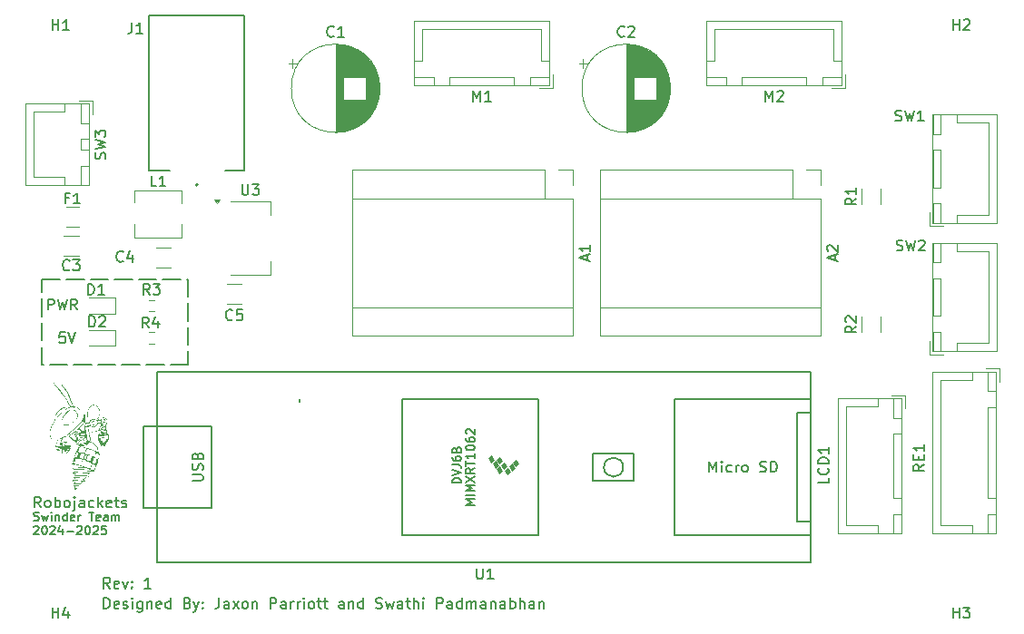
<source format=gbr>
%TF.GenerationSoftware,KiCad,Pcbnew,9.0.0*%
%TF.CreationDate,2025-03-09T21:01:43-04:00*%
%TF.ProjectId,RobocupSwinderPCB,526f626f-6375-4705-9377-696e64657250,1*%
%TF.SameCoordinates,Original*%
%TF.FileFunction,Legend,Top*%
%TF.FilePolarity,Positive*%
%FSLAX46Y46*%
G04 Gerber Fmt 4.6, Leading zero omitted, Abs format (unit mm)*
G04 Created by KiCad (PCBNEW 9.0.0) date 2025-03-09 21:01:43*
%MOMM*%
%LPD*%
G01*
G04 APERTURE LIST*
%ADD10C,0.150000*%
%ADD11C,0.120000*%
%ADD12C,0.100000*%
%ADD13C,0.127000*%
%ADD14C,0.200000*%
%ADD15C,0.000000*%
G04 APERTURE END LIST*
D10*
X91787500Y-86800000D02*
X93437500Y-86800000D01*
X94037500Y-86800000D02*
X95687500Y-86800000D01*
X96287500Y-86800000D02*
X97937500Y-86800000D01*
X98537500Y-86800000D02*
X100187500Y-86800000D01*
X100787500Y-86800000D02*
X102437500Y-86800000D01*
X103037500Y-86800000D02*
X104687500Y-86800000D01*
X105287500Y-86800000D02*
X105387500Y-86800000D01*
X105387500Y-86800000D02*
X105387500Y-88450000D01*
X105387500Y-89050000D02*
X105387500Y-90700000D01*
X105387500Y-91300000D02*
X105387500Y-92950000D01*
X105387500Y-93550000D02*
X105387500Y-94800000D01*
X105387500Y-94800000D02*
X103737500Y-94800000D01*
X103137500Y-94800000D02*
X101487500Y-94800000D01*
X100887500Y-94800000D02*
X99237500Y-94800000D01*
X98637500Y-94800000D02*
X96987500Y-94800000D01*
X96387500Y-94800000D02*
X94737500Y-94800000D01*
X94137500Y-94800000D02*
X92487500Y-94800000D01*
X91887500Y-94800000D02*
X91787500Y-94800000D01*
X91787500Y-94800000D02*
X91787500Y-93150000D01*
X91787500Y-92550000D02*
X91787500Y-90900000D01*
X91787500Y-90300000D02*
X91787500Y-88650000D01*
X91787500Y-88050000D02*
X91787500Y-86800000D01*
X91658207Y-108119819D02*
X91324874Y-107643628D01*
X91086779Y-108119819D02*
X91086779Y-107119819D01*
X91086779Y-107119819D02*
X91467731Y-107119819D01*
X91467731Y-107119819D02*
X91562969Y-107167438D01*
X91562969Y-107167438D02*
X91610588Y-107215057D01*
X91610588Y-107215057D02*
X91658207Y-107310295D01*
X91658207Y-107310295D02*
X91658207Y-107453152D01*
X91658207Y-107453152D02*
X91610588Y-107548390D01*
X91610588Y-107548390D02*
X91562969Y-107596009D01*
X91562969Y-107596009D02*
X91467731Y-107643628D01*
X91467731Y-107643628D02*
X91086779Y-107643628D01*
X92229636Y-108119819D02*
X92134398Y-108072200D01*
X92134398Y-108072200D02*
X92086779Y-108024580D01*
X92086779Y-108024580D02*
X92039160Y-107929342D01*
X92039160Y-107929342D02*
X92039160Y-107643628D01*
X92039160Y-107643628D02*
X92086779Y-107548390D01*
X92086779Y-107548390D02*
X92134398Y-107500771D01*
X92134398Y-107500771D02*
X92229636Y-107453152D01*
X92229636Y-107453152D02*
X92372493Y-107453152D01*
X92372493Y-107453152D02*
X92467731Y-107500771D01*
X92467731Y-107500771D02*
X92515350Y-107548390D01*
X92515350Y-107548390D02*
X92562969Y-107643628D01*
X92562969Y-107643628D02*
X92562969Y-107929342D01*
X92562969Y-107929342D02*
X92515350Y-108024580D01*
X92515350Y-108024580D02*
X92467731Y-108072200D01*
X92467731Y-108072200D02*
X92372493Y-108119819D01*
X92372493Y-108119819D02*
X92229636Y-108119819D01*
X92991541Y-108119819D02*
X92991541Y-107119819D01*
X92991541Y-107500771D02*
X93086779Y-107453152D01*
X93086779Y-107453152D02*
X93277255Y-107453152D01*
X93277255Y-107453152D02*
X93372493Y-107500771D01*
X93372493Y-107500771D02*
X93420112Y-107548390D01*
X93420112Y-107548390D02*
X93467731Y-107643628D01*
X93467731Y-107643628D02*
X93467731Y-107929342D01*
X93467731Y-107929342D02*
X93420112Y-108024580D01*
X93420112Y-108024580D02*
X93372493Y-108072200D01*
X93372493Y-108072200D02*
X93277255Y-108119819D01*
X93277255Y-108119819D02*
X93086779Y-108119819D01*
X93086779Y-108119819D02*
X92991541Y-108072200D01*
X94039160Y-108119819D02*
X93943922Y-108072200D01*
X93943922Y-108072200D02*
X93896303Y-108024580D01*
X93896303Y-108024580D02*
X93848684Y-107929342D01*
X93848684Y-107929342D02*
X93848684Y-107643628D01*
X93848684Y-107643628D02*
X93896303Y-107548390D01*
X93896303Y-107548390D02*
X93943922Y-107500771D01*
X93943922Y-107500771D02*
X94039160Y-107453152D01*
X94039160Y-107453152D02*
X94182017Y-107453152D01*
X94182017Y-107453152D02*
X94277255Y-107500771D01*
X94277255Y-107500771D02*
X94324874Y-107548390D01*
X94324874Y-107548390D02*
X94372493Y-107643628D01*
X94372493Y-107643628D02*
X94372493Y-107929342D01*
X94372493Y-107929342D02*
X94324874Y-108024580D01*
X94324874Y-108024580D02*
X94277255Y-108072200D01*
X94277255Y-108072200D02*
X94182017Y-108119819D01*
X94182017Y-108119819D02*
X94039160Y-108119819D01*
X94801065Y-107453152D02*
X94801065Y-108310295D01*
X94801065Y-108310295D02*
X94753446Y-108405533D01*
X94753446Y-108405533D02*
X94658208Y-108453152D01*
X94658208Y-108453152D02*
X94610589Y-108453152D01*
X94801065Y-107119819D02*
X94753446Y-107167438D01*
X94753446Y-107167438D02*
X94801065Y-107215057D01*
X94801065Y-107215057D02*
X94848684Y-107167438D01*
X94848684Y-107167438D02*
X94801065Y-107119819D01*
X94801065Y-107119819D02*
X94801065Y-107215057D01*
X95705826Y-108119819D02*
X95705826Y-107596009D01*
X95705826Y-107596009D02*
X95658207Y-107500771D01*
X95658207Y-107500771D02*
X95562969Y-107453152D01*
X95562969Y-107453152D02*
X95372493Y-107453152D01*
X95372493Y-107453152D02*
X95277255Y-107500771D01*
X95705826Y-108072200D02*
X95610588Y-108119819D01*
X95610588Y-108119819D02*
X95372493Y-108119819D01*
X95372493Y-108119819D02*
X95277255Y-108072200D01*
X95277255Y-108072200D02*
X95229636Y-107976961D01*
X95229636Y-107976961D02*
X95229636Y-107881723D01*
X95229636Y-107881723D02*
X95277255Y-107786485D01*
X95277255Y-107786485D02*
X95372493Y-107738866D01*
X95372493Y-107738866D02*
X95610588Y-107738866D01*
X95610588Y-107738866D02*
X95705826Y-107691247D01*
X96610588Y-108072200D02*
X96515350Y-108119819D01*
X96515350Y-108119819D02*
X96324874Y-108119819D01*
X96324874Y-108119819D02*
X96229636Y-108072200D01*
X96229636Y-108072200D02*
X96182017Y-108024580D01*
X96182017Y-108024580D02*
X96134398Y-107929342D01*
X96134398Y-107929342D02*
X96134398Y-107643628D01*
X96134398Y-107643628D02*
X96182017Y-107548390D01*
X96182017Y-107548390D02*
X96229636Y-107500771D01*
X96229636Y-107500771D02*
X96324874Y-107453152D01*
X96324874Y-107453152D02*
X96515350Y-107453152D01*
X96515350Y-107453152D02*
X96610588Y-107500771D01*
X97039160Y-108119819D02*
X97039160Y-107119819D01*
X97134398Y-107738866D02*
X97420112Y-108119819D01*
X97420112Y-107453152D02*
X97039160Y-107834104D01*
X98229636Y-108072200D02*
X98134398Y-108119819D01*
X98134398Y-108119819D02*
X97943922Y-108119819D01*
X97943922Y-108119819D02*
X97848684Y-108072200D01*
X97848684Y-108072200D02*
X97801065Y-107976961D01*
X97801065Y-107976961D02*
X97801065Y-107596009D01*
X97801065Y-107596009D02*
X97848684Y-107500771D01*
X97848684Y-107500771D02*
X97943922Y-107453152D01*
X97943922Y-107453152D02*
X98134398Y-107453152D01*
X98134398Y-107453152D02*
X98229636Y-107500771D01*
X98229636Y-107500771D02*
X98277255Y-107596009D01*
X98277255Y-107596009D02*
X98277255Y-107691247D01*
X98277255Y-107691247D02*
X97801065Y-107786485D01*
X98562970Y-107453152D02*
X98943922Y-107453152D01*
X98705827Y-107119819D02*
X98705827Y-107976961D01*
X98705827Y-107976961D02*
X98753446Y-108072200D01*
X98753446Y-108072200D02*
X98848684Y-108119819D01*
X98848684Y-108119819D02*
X98943922Y-108119819D01*
X99229637Y-108072200D02*
X99324875Y-108119819D01*
X99324875Y-108119819D02*
X99515351Y-108119819D01*
X99515351Y-108119819D02*
X99610589Y-108072200D01*
X99610589Y-108072200D02*
X99658208Y-107976961D01*
X99658208Y-107976961D02*
X99658208Y-107929342D01*
X99658208Y-107929342D02*
X99610589Y-107834104D01*
X99610589Y-107834104D02*
X99515351Y-107786485D01*
X99515351Y-107786485D02*
X99372494Y-107786485D01*
X99372494Y-107786485D02*
X99277256Y-107738866D01*
X99277256Y-107738866D02*
X99229637Y-107643628D01*
X99229637Y-107643628D02*
X99229637Y-107596009D01*
X99229637Y-107596009D02*
X99277256Y-107500771D01*
X99277256Y-107500771D02*
X99372494Y-107453152D01*
X99372494Y-107453152D02*
X99515351Y-107453152D01*
X99515351Y-107453152D02*
X99610589Y-107500771D01*
X91001064Y-109318245D02*
X91115350Y-109356340D01*
X91115350Y-109356340D02*
X91305826Y-109356340D01*
X91305826Y-109356340D02*
X91382017Y-109318245D01*
X91382017Y-109318245D02*
X91420112Y-109280149D01*
X91420112Y-109280149D02*
X91458207Y-109203959D01*
X91458207Y-109203959D02*
X91458207Y-109127768D01*
X91458207Y-109127768D02*
X91420112Y-109051578D01*
X91420112Y-109051578D02*
X91382017Y-109013483D01*
X91382017Y-109013483D02*
X91305826Y-108975387D01*
X91305826Y-108975387D02*
X91153445Y-108937292D01*
X91153445Y-108937292D02*
X91077255Y-108899197D01*
X91077255Y-108899197D02*
X91039160Y-108861102D01*
X91039160Y-108861102D02*
X91001064Y-108784911D01*
X91001064Y-108784911D02*
X91001064Y-108708721D01*
X91001064Y-108708721D02*
X91039160Y-108632530D01*
X91039160Y-108632530D02*
X91077255Y-108594435D01*
X91077255Y-108594435D02*
X91153445Y-108556340D01*
X91153445Y-108556340D02*
X91343922Y-108556340D01*
X91343922Y-108556340D02*
X91458207Y-108594435D01*
X91724874Y-108823006D02*
X91877255Y-109356340D01*
X91877255Y-109356340D02*
X92029636Y-108975387D01*
X92029636Y-108975387D02*
X92182017Y-109356340D01*
X92182017Y-109356340D02*
X92334398Y-108823006D01*
X92639160Y-109356340D02*
X92639160Y-108823006D01*
X92639160Y-108556340D02*
X92601064Y-108594435D01*
X92601064Y-108594435D02*
X92639160Y-108632530D01*
X92639160Y-108632530D02*
X92677255Y-108594435D01*
X92677255Y-108594435D02*
X92639160Y-108556340D01*
X92639160Y-108556340D02*
X92639160Y-108632530D01*
X93020112Y-108823006D02*
X93020112Y-109356340D01*
X93020112Y-108899197D02*
X93058207Y-108861102D01*
X93058207Y-108861102D02*
X93134397Y-108823006D01*
X93134397Y-108823006D02*
X93248683Y-108823006D01*
X93248683Y-108823006D02*
X93324874Y-108861102D01*
X93324874Y-108861102D02*
X93362969Y-108937292D01*
X93362969Y-108937292D02*
X93362969Y-109356340D01*
X94086779Y-109356340D02*
X94086779Y-108556340D01*
X94086779Y-109318245D02*
X94010588Y-109356340D01*
X94010588Y-109356340D02*
X93858207Y-109356340D01*
X93858207Y-109356340D02*
X93782017Y-109318245D01*
X93782017Y-109318245D02*
X93743922Y-109280149D01*
X93743922Y-109280149D02*
X93705826Y-109203959D01*
X93705826Y-109203959D02*
X93705826Y-108975387D01*
X93705826Y-108975387D02*
X93743922Y-108899197D01*
X93743922Y-108899197D02*
X93782017Y-108861102D01*
X93782017Y-108861102D02*
X93858207Y-108823006D01*
X93858207Y-108823006D02*
X94010588Y-108823006D01*
X94010588Y-108823006D02*
X94086779Y-108861102D01*
X94772494Y-109318245D02*
X94696303Y-109356340D01*
X94696303Y-109356340D02*
X94543922Y-109356340D01*
X94543922Y-109356340D02*
X94467732Y-109318245D01*
X94467732Y-109318245D02*
X94429636Y-109242054D01*
X94429636Y-109242054D02*
X94429636Y-108937292D01*
X94429636Y-108937292D02*
X94467732Y-108861102D01*
X94467732Y-108861102D02*
X94543922Y-108823006D01*
X94543922Y-108823006D02*
X94696303Y-108823006D01*
X94696303Y-108823006D02*
X94772494Y-108861102D01*
X94772494Y-108861102D02*
X94810589Y-108937292D01*
X94810589Y-108937292D02*
X94810589Y-109013483D01*
X94810589Y-109013483D02*
X94429636Y-109089673D01*
X95153446Y-109356340D02*
X95153446Y-108823006D01*
X95153446Y-108975387D02*
X95191541Y-108899197D01*
X95191541Y-108899197D02*
X95229636Y-108861102D01*
X95229636Y-108861102D02*
X95305827Y-108823006D01*
X95305827Y-108823006D02*
X95382017Y-108823006D01*
X96143922Y-108556340D02*
X96601065Y-108556340D01*
X96372493Y-109356340D02*
X96372493Y-108556340D01*
X97172494Y-109318245D02*
X97096303Y-109356340D01*
X97096303Y-109356340D02*
X96943922Y-109356340D01*
X96943922Y-109356340D02*
X96867732Y-109318245D01*
X96867732Y-109318245D02*
X96829636Y-109242054D01*
X96829636Y-109242054D02*
X96829636Y-108937292D01*
X96829636Y-108937292D02*
X96867732Y-108861102D01*
X96867732Y-108861102D02*
X96943922Y-108823006D01*
X96943922Y-108823006D02*
X97096303Y-108823006D01*
X97096303Y-108823006D02*
X97172494Y-108861102D01*
X97172494Y-108861102D02*
X97210589Y-108937292D01*
X97210589Y-108937292D02*
X97210589Y-109013483D01*
X97210589Y-109013483D02*
X96829636Y-109089673D01*
X97896303Y-109356340D02*
X97896303Y-108937292D01*
X97896303Y-108937292D02*
X97858208Y-108861102D01*
X97858208Y-108861102D02*
X97782017Y-108823006D01*
X97782017Y-108823006D02*
X97629636Y-108823006D01*
X97629636Y-108823006D02*
X97553446Y-108861102D01*
X97896303Y-109318245D02*
X97820112Y-109356340D01*
X97820112Y-109356340D02*
X97629636Y-109356340D01*
X97629636Y-109356340D02*
X97553446Y-109318245D01*
X97553446Y-109318245D02*
X97515350Y-109242054D01*
X97515350Y-109242054D02*
X97515350Y-109165864D01*
X97515350Y-109165864D02*
X97553446Y-109089673D01*
X97553446Y-109089673D02*
X97629636Y-109051578D01*
X97629636Y-109051578D02*
X97820112Y-109051578D01*
X97820112Y-109051578D02*
X97896303Y-109013483D01*
X98277256Y-109356340D02*
X98277256Y-108823006D01*
X98277256Y-108899197D02*
X98315351Y-108861102D01*
X98315351Y-108861102D02*
X98391541Y-108823006D01*
X98391541Y-108823006D02*
X98505827Y-108823006D01*
X98505827Y-108823006D02*
X98582018Y-108861102D01*
X98582018Y-108861102D02*
X98620113Y-108937292D01*
X98620113Y-108937292D02*
X98620113Y-109356340D01*
X98620113Y-108937292D02*
X98658208Y-108861102D01*
X98658208Y-108861102D02*
X98734399Y-108823006D01*
X98734399Y-108823006D02*
X98848684Y-108823006D01*
X98848684Y-108823006D02*
X98924875Y-108861102D01*
X98924875Y-108861102D02*
X98962970Y-108937292D01*
X98962970Y-108937292D02*
X98962970Y-109356340D01*
X91001064Y-109920485D02*
X91039160Y-109882390D01*
X91039160Y-109882390D02*
X91115350Y-109844295D01*
X91115350Y-109844295D02*
X91305826Y-109844295D01*
X91305826Y-109844295D02*
X91382017Y-109882390D01*
X91382017Y-109882390D02*
X91420112Y-109920485D01*
X91420112Y-109920485D02*
X91458207Y-109996676D01*
X91458207Y-109996676D02*
X91458207Y-110072866D01*
X91458207Y-110072866D02*
X91420112Y-110187152D01*
X91420112Y-110187152D02*
X90962969Y-110644295D01*
X90962969Y-110644295D02*
X91458207Y-110644295D01*
X91953446Y-109844295D02*
X92029636Y-109844295D01*
X92029636Y-109844295D02*
X92105827Y-109882390D01*
X92105827Y-109882390D02*
X92143922Y-109920485D01*
X92143922Y-109920485D02*
X92182017Y-109996676D01*
X92182017Y-109996676D02*
X92220112Y-110149057D01*
X92220112Y-110149057D02*
X92220112Y-110339533D01*
X92220112Y-110339533D02*
X92182017Y-110491914D01*
X92182017Y-110491914D02*
X92143922Y-110568104D01*
X92143922Y-110568104D02*
X92105827Y-110606200D01*
X92105827Y-110606200D02*
X92029636Y-110644295D01*
X92029636Y-110644295D02*
X91953446Y-110644295D01*
X91953446Y-110644295D02*
X91877255Y-110606200D01*
X91877255Y-110606200D02*
X91839160Y-110568104D01*
X91839160Y-110568104D02*
X91801065Y-110491914D01*
X91801065Y-110491914D02*
X91762969Y-110339533D01*
X91762969Y-110339533D02*
X91762969Y-110149057D01*
X91762969Y-110149057D02*
X91801065Y-109996676D01*
X91801065Y-109996676D02*
X91839160Y-109920485D01*
X91839160Y-109920485D02*
X91877255Y-109882390D01*
X91877255Y-109882390D02*
X91953446Y-109844295D01*
X92524874Y-109920485D02*
X92562970Y-109882390D01*
X92562970Y-109882390D02*
X92639160Y-109844295D01*
X92639160Y-109844295D02*
X92829636Y-109844295D01*
X92829636Y-109844295D02*
X92905827Y-109882390D01*
X92905827Y-109882390D02*
X92943922Y-109920485D01*
X92943922Y-109920485D02*
X92982017Y-109996676D01*
X92982017Y-109996676D02*
X92982017Y-110072866D01*
X92982017Y-110072866D02*
X92943922Y-110187152D01*
X92943922Y-110187152D02*
X92486779Y-110644295D01*
X92486779Y-110644295D02*
X92982017Y-110644295D01*
X93667732Y-110110961D02*
X93667732Y-110644295D01*
X93477256Y-109806200D02*
X93286779Y-110377628D01*
X93286779Y-110377628D02*
X93782018Y-110377628D01*
X94086780Y-110339533D02*
X94696304Y-110339533D01*
X95039160Y-109920485D02*
X95077256Y-109882390D01*
X95077256Y-109882390D02*
X95153446Y-109844295D01*
X95153446Y-109844295D02*
X95343922Y-109844295D01*
X95343922Y-109844295D02*
X95420113Y-109882390D01*
X95420113Y-109882390D02*
X95458208Y-109920485D01*
X95458208Y-109920485D02*
X95496303Y-109996676D01*
X95496303Y-109996676D02*
X95496303Y-110072866D01*
X95496303Y-110072866D02*
X95458208Y-110187152D01*
X95458208Y-110187152D02*
X95001065Y-110644295D01*
X95001065Y-110644295D02*
X95496303Y-110644295D01*
X95991542Y-109844295D02*
X96067732Y-109844295D01*
X96067732Y-109844295D02*
X96143923Y-109882390D01*
X96143923Y-109882390D02*
X96182018Y-109920485D01*
X96182018Y-109920485D02*
X96220113Y-109996676D01*
X96220113Y-109996676D02*
X96258208Y-110149057D01*
X96258208Y-110149057D02*
X96258208Y-110339533D01*
X96258208Y-110339533D02*
X96220113Y-110491914D01*
X96220113Y-110491914D02*
X96182018Y-110568104D01*
X96182018Y-110568104D02*
X96143923Y-110606200D01*
X96143923Y-110606200D02*
X96067732Y-110644295D01*
X96067732Y-110644295D02*
X95991542Y-110644295D01*
X95991542Y-110644295D02*
X95915351Y-110606200D01*
X95915351Y-110606200D02*
X95877256Y-110568104D01*
X95877256Y-110568104D02*
X95839161Y-110491914D01*
X95839161Y-110491914D02*
X95801065Y-110339533D01*
X95801065Y-110339533D02*
X95801065Y-110149057D01*
X95801065Y-110149057D02*
X95839161Y-109996676D01*
X95839161Y-109996676D02*
X95877256Y-109920485D01*
X95877256Y-109920485D02*
X95915351Y-109882390D01*
X95915351Y-109882390D02*
X95991542Y-109844295D01*
X96562970Y-109920485D02*
X96601066Y-109882390D01*
X96601066Y-109882390D02*
X96677256Y-109844295D01*
X96677256Y-109844295D02*
X96867732Y-109844295D01*
X96867732Y-109844295D02*
X96943923Y-109882390D01*
X96943923Y-109882390D02*
X96982018Y-109920485D01*
X96982018Y-109920485D02*
X97020113Y-109996676D01*
X97020113Y-109996676D02*
X97020113Y-110072866D01*
X97020113Y-110072866D02*
X96982018Y-110187152D01*
X96982018Y-110187152D02*
X96524875Y-110644295D01*
X96524875Y-110644295D02*
X97020113Y-110644295D01*
X97743923Y-109844295D02*
X97362971Y-109844295D01*
X97362971Y-109844295D02*
X97324875Y-110225247D01*
X97324875Y-110225247D02*
X97362971Y-110187152D01*
X97362971Y-110187152D02*
X97439161Y-110149057D01*
X97439161Y-110149057D02*
X97629637Y-110149057D01*
X97629637Y-110149057D02*
X97705828Y-110187152D01*
X97705828Y-110187152D02*
X97743923Y-110225247D01*
X97743923Y-110225247D02*
X97782018Y-110301438D01*
X97782018Y-110301438D02*
X97782018Y-110491914D01*
X97782018Y-110491914D02*
X97743923Y-110568104D01*
X97743923Y-110568104D02*
X97705828Y-110606200D01*
X97705828Y-110606200D02*
X97629637Y-110644295D01*
X97629637Y-110644295D02*
X97439161Y-110644295D01*
X97439161Y-110644295D02*
X97362971Y-110606200D01*
X97362971Y-110606200D02*
X97324875Y-110568104D01*
X93912969Y-91769819D02*
X93436779Y-91769819D01*
X93436779Y-91769819D02*
X93389160Y-92246009D01*
X93389160Y-92246009D02*
X93436779Y-92198390D01*
X93436779Y-92198390D02*
X93532017Y-92150771D01*
X93532017Y-92150771D02*
X93770112Y-92150771D01*
X93770112Y-92150771D02*
X93865350Y-92198390D01*
X93865350Y-92198390D02*
X93912969Y-92246009D01*
X93912969Y-92246009D02*
X93960588Y-92341247D01*
X93960588Y-92341247D02*
X93960588Y-92579342D01*
X93960588Y-92579342D02*
X93912969Y-92674580D01*
X93912969Y-92674580D02*
X93865350Y-92722200D01*
X93865350Y-92722200D02*
X93770112Y-92769819D01*
X93770112Y-92769819D02*
X93532017Y-92769819D01*
X93532017Y-92769819D02*
X93436779Y-92722200D01*
X93436779Y-92722200D02*
X93389160Y-92674580D01*
X94246303Y-91769819D02*
X94579636Y-92769819D01*
X94579636Y-92769819D02*
X94912969Y-91769819D01*
X97536779Y-117569819D02*
X97536779Y-116569819D01*
X97536779Y-116569819D02*
X97774874Y-116569819D01*
X97774874Y-116569819D02*
X97917731Y-116617438D01*
X97917731Y-116617438D02*
X98012969Y-116712676D01*
X98012969Y-116712676D02*
X98060588Y-116807914D01*
X98060588Y-116807914D02*
X98108207Y-116998390D01*
X98108207Y-116998390D02*
X98108207Y-117141247D01*
X98108207Y-117141247D02*
X98060588Y-117331723D01*
X98060588Y-117331723D02*
X98012969Y-117426961D01*
X98012969Y-117426961D02*
X97917731Y-117522200D01*
X97917731Y-117522200D02*
X97774874Y-117569819D01*
X97774874Y-117569819D02*
X97536779Y-117569819D01*
X98917731Y-117522200D02*
X98822493Y-117569819D01*
X98822493Y-117569819D02*
X98632017Y-117569819D01*
X98632017Y-117569819D02*
X98536779Y-117522200D01*
X98536779Y-117522200D02*
X98489160Y-117426961D01*
X98489160Y-117426961D02*
X98489160Y-117046009D01*
X98489160Y-117046009D02*
X98536779Y-116950771D01*
X98536779Y-116950771D02*
X98632017Y-116903152D01*
X98632017Y-116903152D02*
X98822493Y-116903152D01*
X98822493Y-116903152D02*
X98917731Y-116950771D01*
X98917731Y-116950771D02*
X98965350Y-117046009D01*
X98965350Y-117046009D02*
X98965350Y-117141247D01*
X98965350Y-117141247D02*
X98489160Y-117236485D01*
X99346303Y-117522200D02*
X99441541Y-117569819D01*
X99441541Y-117569819D02*
X99632017Y-117569819D01*
X99632017Y-117569819D02*
X99727255Y-117522200D01*
X99727255Y-117522200D02*
X99774874Y-117426961D01*
X99774874Y-117426961D02*
X99774874Y-117379342D01*
X99774874Y-117379342D02*
X99727255Y-117284104D01*
X99727255Y-117284104D02*
X99632017Y-117236485D01*
X99632017Y-117236485D02*
X99489160Y-117236485D01*
X99489160Y-117236485D02*
X99393922Y-117188866D01*
X99393922Y-117188866D02*
X99346303Y-117093628D01*
X99346303Y-117093628D02*
X99346303Y-117046009D01*
X99346303Y-117046009D02*
X99393922Y-116950771D01*
X99393922Y-116950771D02*
X99489160Y-116903152D01*
X99489160Y-116903152D02*
X99632017Y-116903152D01*
X99632017Y-116903152D02*
X99727255Y-116950771D01*
X100203446Y-117569819D02*
X100203446Y-116903152D01*
X100203446Y-116569819D02*
X100155827Y-116617438D01*
X100155827Y-116617438D02*
X100203446Y-116665057D01*
X100203446Y-116665057D02*
X100251065Y-116617438D01*
X100251065Y-116617438D02*
X100203446Y-116569819D01*
X100203446Y-116569819D02*
X100203446Y-116665057D01*
X101108207Y-116903152D02*
X101108207Y-117712676D01*
X101108207Y-117712676D02*
X101060588Y-117807914D01*
X101060588Y-117807914D02*
X101012969Y-117855533D01*
X101012969Y-117855533D02*
X100917731Y-117903152D01*
X100917731Y-117903152D02*
X100774874Y-117903152D01*
X100774874Y-117903152D02*
X100679636Y-117855533D01*
X101108207Y-117522200D02*
X101012969Y-117569819D01*
X101012969Y-117569819D02*
X100822493Y-117569819D01*
X100822493Y-117569819D02*
X100727255Y-117522200D01*
X100727255Y-117522200D02*
X100679636Y-117474580D01*
X100679636Y-117474580D02*
X100632017Y-117379342D01*
X100632017Y-117379342D02*
X100632017Y-117093628D01*
X100632017Y-117093628D02*
X100679636Y-116998390D01*
X100679636Y-116998390D02*
X100727255Y-116950771D01*
X100727255Y-116950771D02*
X100822493Y-116903152D01*
X100822493Y-116903152D02*
X101012969Y-116903152D01*
X101012969Y-116903152D02*
X101108207Y-116950771D01*
X101584398Y-116903152D02*
X101584398Y-117569819D01*
X101584398Y-116998390D02*
X101632017Y-116950771D01*
X101632017Y-116950771D02*
X101727255Y-116903152D01*
X101727255Y-116903152D02*
X101870112Y-116903152D01*
X101870112Y-116903152D02*
X101965350Y-116950771D01*
X101965350Y-116950771D02*
X102012969Y-117046009D01*
X102012969Y-117046009D02*
X102012969Y-117569819D01*
X102870112Y-117522200D02*
X102774874Y-117569819D01*
X102774874Y-117569819D02*
X102584398Y-117569819D01*
X102584398Y-117569819D02*
X102489160Y-117522200D01*
X102489160Y-117522200D02*
X102441541Y-117426961D01*
X102441541Y-117426961D02*
X102441541Y-117046009D01*
X102441541Y-117046009D02*
X102489160Y-116950771D01*
X102489160Y-116950771D02*
X102584398Y-116903152D01*
X102584398Y-116903152D02*
X102774874Y-116903152D01*
X102774874Y-116903152D02*
X102870112Y-116950771D01*
X102870112Y-116950771D02*
X102917731Y-117046009D01*
X102917731Y-117046009D02*
X102917731Y-117141247D01*
X102917731Y-117141247D02*
X102441541Y-117236485D01*
X103774874Y-117569819D02*
X103774874Y-116569819D01*
X103774874Y-117522200D02*
X103679636Y-117569819D01*
X103679636Y-117569819D02*
X103489160Y-117569819D01*
X103489160Y-117569819D02*
X103393922Y-117522200D01*
X103393922Y-117522200D02*
X103346303Y-117474580D01*
X103346303Y-117474580D02*
X103298684Y-117379342D01*
X103298684Y-117379342D02*
X103298684Y-117093628D01*
X103298684Y-117093628D02*
X103346303Y-116998390D01*
X103346303Y-116998390D02*
X103393922Y-116950771D01*
X103393922Y-116950771D02*
X103489160Y-116903152D01*
X103489160Y-116903152D02*
X103679636Y-116903152D01*
X103679636Y-116903152D02*
X103774874Y-116950771D01*
X105346303Y-117046009D02*
X105489160Y-117093628D01*
X105489160Y-117093628D02*
X105536779Y-117141247D01*
X105536779Y-117141247D02*
X105584398Y-117236485D01*
X105584398Y-117236485D02*
X105584398Y-117379342D01*
X105584398Y-117379342D02*
X105536779Y-117474580D01*
X105536779Y-117474580D02*
X105489160Y-117522200D01*
X105489160Y-117522200D02*
X105393922Y-117569819D01*
X105393922Y-117569819D02*
X105012970Y-117569819D01*
X105012970Y-117569819D02*
X105012970Y-116569819D01*
X105012970Y-116569819D02*
X105346303Y-116569819D01*
X105346303Y-116569819D02*
X105441541Y-116617438D01*
X105441541Y-116617438D02*
X105489160Y-116665057D01*
X105489160Y-116665057D02*
X105536779Y-116760295D01*
X105536779Y-116760295D02*
X105536779Y-116855533D01*
X105536779Y-116855533D02*
X105489160Y-116950771D01*
X105489160Y-116950771D02*
X105441541Y-116998390D01*
X105441541Y-116998390D02*
X105346303Y-117046009D01*
X105346303Y-117046009D02*
X105012970Y-117046009D01*
X105917732Y-116903152D02*
X106155827Y-117569819D01*
X106393922Y-116903152D02*
X106155827Y-117569819D01*
X106155827Y-117569819D02*
X106060589Y-117807914D01*
X106060589Y-117807914D02*
X106012970Y-117855533D01*
X106012970Y-117855533D02*
X105917732Y-117903152D01*
X106774875Y-117474580D02*
X106822494Y-117522200D01*
X106822494Y-117522200D02*
X106774875Y-117569819D01*
X106774875Y-117569819D02*
X106727256Y-117522200D01*
X106727256Y-117522200D02*
X106774875Y-117474580D01*
X106774875Y-117474580D02*
X106774875Y-117569819D01*
X106774875Y-116950771D02*
X106822494Y-116998390D01*
X106822494Y-116998390D02*
X106774875Y-117046009D01*
X106774875Y-117046009D02*
X106727256Y-116998390D01*
X106727256Y-116998390D02*
X106774875Y-116950771D01*
X106774875Y-116950771D02*
X106774875Y-117046009D01*
X108298684Y-116569819D02*
X108298684Y-117284104D01*
X108298684Y-117284104D02*
X108251065Y-117426961D01*
X108251065Y-117426961D02*
X108155827Y-117522200D01*
X108155827Y-117522200D02*
X108012970Y-117569819D01*
X108012970Y-117569819D02*
X107917732Y-117569819D01*
X109203446Y-117569819D02*
X109203446Y-117046009D01*
X109203446Y-117046009D02*
X109155827Y-116950771D01*
X109155827Y-116950771D02*
X109060589Y-116903152D01*
X109060589Y-116903152D02*
X108870113Y-116903152D01*
X108870113Y-116903152D02*
X108774875Y-116950771D01*
X109203446Y-117522200D02*
X109108208Y-117569819D01*
X109108208Y-117569819D02*
X108870113Y-117569819D01*
X108870113Y-117569819D02*
X108774875Y-117522200D01*
X108774875Y-117522200D02*
X108727256Y-117426961D01*
X108727256Y-117426961D02*
X108727256Y-117331723D01*
X108727256Y-117331723D02*
X108774875Y-117236485D01*
X108774875Y-117236485D02*
X108870113Y-117188866D01*
X108870113Y-117188866D02*
X109108208Y-117188866D01*
X109108208Y-117188866D02*
X109203446Y-117141247D01*
X109584399Y-117569819D02*
X110108208Y-116903152D01*
X109584399Y-116903152D02*
X110108208Y-117569819D01*
X110632018Y-117569819D02*
X110536780Y-117522200D01*
X110536780Y-117522200D02*
X110489161Y-117474580D01*
X110489161Y-117474580D02*
X110441542Y-117379342D01*
X110441542Y-117379342D02*
X110441542Y-117093628D01*
X110441542Y-117093628D02*
X110489161Y-116998390D01*
X110489161Y-116998390D02*
X110536780Y-116950771D01*
X110536780Y-116950771D02*
X110632018Y-116903152D01*
X110632018Y-116903152D02*
X110774875Y-116903152D01*
X110774875Y-116903152D02*
X110870113Y-116950771D01*
X110870113Y-116950771D02*
X110917732Y-116998390D01*
X110917732Y-116998390D02*
X110965351Y-117093628D01*
X110965351Y-117093628D02*
X110965351Y-117379342D01*
X110965351Y-117379342D02*
X110917732Y-117474580D01*
X110917732Y-117474580D02*
X110870113Y-117522200D01*
X110870113Y-117522200D02*
X110774875Y-117569819D01*
X110774875Y-117569819D02*
X110632018Y-117569819D01*
X111393923Y-116903152D02*
X111393923Y-117569819D01*
X111393923Y-116998390D02*
X111441542Y-116950771D01*
X111441542Y-116950771D02*
X111536780Y-116903152D01*
X111536780Y-116903152D02*
X111679637Y-116903152D01*
X111679637Y-116903152D02*
X111774875Y-116950771D01*
X111774875Y-116950771D02*
X111822494Y-117046009D01*
X111822494Y-117046009D02*
X111822494Y-117569819D01*
X113060590Y-117569819D02*
X113060590Y-116569819D01*
X113060590Y-116569819D02*
X113441542Y-116569819D01*
X113441542Y-116569819D02*
X113536780Y-116617438D01*
X113536780Y-116617438D02*
X113584399Y-116665057D01*
X113584399Y-116665057D02*
X113632018Y-116760295D01*
X113632018Y-116760295D02*
X113632018Y-116903152D01*
X113632018Y-116903152D02*
X113584399Y-116998390D01*
X113584399Y-116998390D02*
X113536780Y-117046009D01*
X113536780Y-117046009D02*
X113441542Y-117093628D01*
X113441542Y-117093628D02*
X113060590Y-117093628D01*
X114489161Y-117569819D02*
X114489161Y-117046009D01*
X114489161Y-117046009D02*
X114441542Y-116950771D01*
X114441542Y-116950771D02*
X114346304Y-116903152D01*
X114346304Y-116903152D02*
X114155828Y-116903152D01*
X114155828Y-116903152D02*
X114060590Y-116950771D01*
X114489161Y-117522200D02*
X114393923Y-117569819D01*
X114393923Y-117569819D02*
X114155828Y-117569819D01*
X114155828Y-117569819D02*
X114060590Y-117522200D01*
X114060590Y-117522200D02*
X114012971Y-117426961D01*
X114012971Y-117426961D02*
X114012971Y-117331723D01*
X114012971Y-117331723D02*
X114060590Y-117236485D01*
X114060590Y-117236485D02*
X114155828Y-117188866D01*
X114155828Y-117188866D02*
X114393923Y-117188866D01*
X114393923Y-117188866D02*
X114489161Y-117141247D01*
X114965352Y-117569819D02*
X114965352Y-116903152D01*
X114965352Y-117093628D02*
X115012971Y-116998390D01*
X115012971Y-116998390D02*
X115060590Y-116950771D01*
X115060590Y-116950771D02*
X115155828Y-116903152D01*
X115155828Y-116903152D02*
X115251066Y-116903152D01*
X115584400Y-117569819D02*
X115584400Y-116903152D01*
X115584400Y-117093628D02*
X115632019Y-116998390D01*
X115632019Y-116998390D02*
X115679638Y-116950771D01*
X115679638Y-116950771D02*
X115774876Y-116903152D01*
X115774876Y-116903152D02*
X115870114Y-116903152D01*
X116203448Y-117569819D02*
X116203448Y-116903152D01*
X116203448Y-116569819D02*
X116155829Y-116617438D01*
X116155829Y-116617438D02*
X116203448Y-116665057D01*
X116203448Y-116665057D02*
X116251067Y-116617438D01*
X116251067Y-116617438D02*
X116203448Y-116569819D01*
X116203448Y-116569819D02*
X116203448Y-116665057D01*
X116822495Y-117569819D02*
X116727257Y-117522200D01*
X116727257Y-117522200D02*
X116679638Y-117474580D01*
X116679638Y-117474580D02*
X116632019Y-117379342D01*
X116632019Y-117379342D02*
X116632019Y-117093628D01*
X116632019Y-117093628D02*
X116679638Y-116998390D01*
X116679638Y-116998390D02*
X116727257Y-116950771D01*
X116727257Y-116950771D02*
X116822495Y-116903152D01*
X116822495Y-116903152D02*
X116965352Y-116903152D01*
X116965352Y-116903152D02*
X117060590Y-116950771D01*
X117060590Y-116950771D02*
X117108209Y-116998390D01*
X117108209Y-116998390D02*
X117155828Y-117093628D01*
X117155828Y-117093628D02*
X117155828Y-117379342D01*
X117155828Y-117379342D02*
X117108209Y-117474580D01*
X117108209Y-117474580D02*
X117060590Y-117522200D01*
X117060590Y-117522200D02*
X116965352Y-117569819D01*
X116965352Y-117569819D02*
X116822495Y-117569819D01*
X117441543Y-116903152D02*
X117822495Y-116903152D01*
X117584400Y-116569819D02*
X117584400Y-117426961D01*
X117584400Y-117426961D02*
X117632019Y-117522200D01*
X117632019Y-117522200D02*
X117727257Y-117569819D01*
X117727257Y-117569819D02*
X117822495Y-117569819D01*
X118012972Y-116903152D02*
X118393924Y-116903152D01*
X118155829Y-116569819D02*
X118155829Y-117426961D01*
X118155829Y-117426961D02*
X118203448Y-117522200D01*
X118203448Y-117522200D02*
X118298686Y-117569819D01*
X118298686Y-117569819D02*
X118393924Y-117569819D01*
X119917734Y-117569819D02*
X119917734Y-117046009D01*
X119917734Y-117046009D02*
X119870115Y-116950771D01*
X119870115Y-116950771D02*
X119774877Y-116903152D01*
X119774877Y-116903152D02*
X119584401Y-116903152D01*
X119584401Y-116903152D02*
X119489163Y-116950771D01*
X119917734Y-117522200D02*
X119822496Y-117569819D01*
X119822496Y-117569819D02*
X119584401Y-117569819D01*
X119584401Y-117569819D02*
X119489163Y-117522200D01*
X119489163Y-117522200D02*
X119441544Y-117426961D01*
X119441544Y-117426961D02*
X119441544Y-117331723D01*
X119441544Y-117331723D02*
X119489163Y-117236485D01*
X119489163Y-117236485D02*
X119584401Y-117188866D01*
X119584401Y-117188866D02*
X119822496Y-117188866D01*
X119822496Y-117188866D02*
X119917734Y-117141247D01*
X120393925Y-116903152D02*
X120393925Y-117569819D01*
X120393925Y-116998390D02*
X120441544Y-116950771D01*
X120441544Y-116950771D02*
X120536782Y-116903152D01*
X120536782Y-116903152D02*
X120679639Y-116903152D01*
X120679639Y-116903152D02*
X120774877Y-116950771D01*
X120774877Y-116950771D02*
X120822496Y-117046009D01*
X120822496Y-117046009D02*
X120822496Y-117569819D01*
X121727258Y-117569819D02*
X121727258Y-116569819D01*
X121727258Y-117522200D02*
X121632020Y-117569819D01*
X121632020Y-117569819D02*
X121441544Y-117569819D01*
X121441544Y-117569819D02*
X121346306Y-117522200D01*
X121346306Y-117522200D02*
X121298687Y-117474580D01*
X121298687Y-117474580D02*
X121251068Y-117379342D01*
X121251068Y-117379342D02*
X121251068Y-117093628D01*
X121251068Y-117093628D02*
X121298687Y-116998390D01*
X121298687Y-116998390D02*
X121346306Y-116950771D01*
X121346306Y-116950771D02*
X121441544Y-116903152D01*
X121441544Y-116903152D02*
X121632020Y-116903152D01*
X121632020Y-116903152D02*
X121727258Y-116950771D01*
X122917735Y-117522200D02*
X123060592Y-117569819D01*
X123060592Y-117569819D02*
X123298687Y-117569819D01*
X123298687Y-117569819D02*
X123393925Y-117522200D01*
X123393925Y-117522200D02*
X123441544Y-117474580D01*
X123441544Y-117474580D02*
X123489163Y-117379342D01*
X123489163Y-117379342D02*
X123489163Y-117284104D01*
X123489163Y-117284104D02*
X123441544Y-117188866D01*
X123441544Y-117188866D02*
X123393925Y-117141247D01*
X123393925Y-117141247D02*
X123298687Y-117093628D01*
X123298687Y-117093628D02*
X123108211Y-117046009D01*
X123108211Y-117046009D02*
X123012973Y-116998390D01*
X123012973Y-116998390D02*
X122965354Y-116950771D01*
X122965354Y-116950771D02*
X122917735Y-116855533D01*
X122917735Y-116855533D02*
X122917735Y-116760295D01*
X122917735Y-116760295D02*
X122965354Y-116665057D01*
X122965354Y-116665057D02*
X123012973Y-116617438D01*
X123012973Y-116617438D02*
X123108211Y-116569819D01*
X123108211Y-116569819D02*
X123346306Y-116569819D01*
X123346306Y-116569819D02*
X123489163Y-116617438D01*
X123822497Y-116903152D02*
X124012973Y-117569819D01*
X124012973Y-117569819D02*
X124203449Y-117093628D01*
X124203449Y-117093628D02*
X124393925Y-117569819D01*
X124393925Y-117569819D02*
X124584401Y-116903152D01*
X125393925Y-117569819D02*
X125393925Y-117046009D01*
X125393925Y-117046009D02*
X125346306Y-116950771D01*
X125346306Y-116950771D02*
X125251068Y-116903152D01*
X125251068Y-116903152D02*
X125060592Y-116903152D01*
X125060592Y-116903152D02*
X124965354Y-116950771D01*
X125393925Y-117522200D02*
X125298687Y-117569819D01*
X125298687Y-117569819D02*
X125060592Y-117569819D01*
X125060592Y-117569819D02*
X124965354Y-117522200D01*
X124965354Y-117522200D02*
X124917735Y-117426961D01*
X124917735Y-117426961D02*
X124917735Y-117331723D01*
X124917735Y-117331723D02*
X124965354Y-117236485D01*
X124965354Y-117236485D02*
X125060592Y-117188866D01*
X125060592Y-117188866D02*
X125298687Y-117188866D01*
X125298687Y-117188866D02*
X125393925Y-117141247D01*
X125727259Y-116903152D02*
X126108211Y-116903152D01*
X125870116Y-116569819D02*
X125870116Y-117426961D01*
X125870116Y-117426961D02*
X125917735Y-117522200D01*
X125917735Y-117522200D02*
X126012973Y-117569819D01*
X126012973Y-117569819D02*
X126108211Y-117569819D01*
X126441545Y-117569819D02*
X126441545Y-116569819D01*
X126870116Y-117569819D02*
X126870116Y-117046009D01*
X126870116Y-117046009D02*
X126822497Y-116950771D01*
X126822497Y-116950771D02*
X126727259Y-116903152D01*
X126727259Y-116903152D02*
X126584402Y-116903152D01*
X126584402Y-116903152D02*
X126489164Y-116950771D01*
X126489164Y-116950771D02*
X126441545Y-116998390D01*
X127346307Y-117569819D02*
X127346307Y-116903152D01*
X127346307Y-116569819D02*
X127298688Y-116617438D01*
X127298688Y-116617438D02*
X127346307Y-116665057D01*
X127346307Y-116665057D02*
X127393926Y-116617438D01*
X127393926Y-116617438D02*
X127346307Y-116569819D01*
X127346307Y-116569819D02*
X127346307Y-116665057D01*
X128584402Y-117569819D02*
X128584402Y-116569819D01*
X128584402Y-116569819D02*
X128965354Y-116569819D01*
X128965354Y-116569819D02*
X129060592Y-116617438D01*
X129060592Y-116617438D02*
X129108211Y-116665057D01*
X129108211Y-116665057D02*
X129155830Y-116760295D01*
X129155830Y-116760295D02*
X129155830Y-116903152D01*
X129155830Y-116903152D02*
X129108211Y-116998390D01*
X129108211Y-116998390D02*
X129060592Y-117046009D01*
X129060592Y-117046009D02*
X128965354Y-117093628D01*
X128965354Y-117093628D02*
X128584402Y-117093628D01*
X130012973Y-117569819D02*
X130012973Y-117046009D01*
X130012973Y-117046009D02*
X129965354Y-116950771D01*
X129965354Y-116950771D02*
X129870116Y-116903152D01*
X129870116Y-116903152D02*
X129679640Y-116903152D01*
X129679640Y-116903152D02*
X129584402Y-116950771D01*
X130012973Y-117522200D02*
X129917735Y-117569819D01*
X129917735Y-117569819D02*
X129679640Y-117569819D01*
X129679640Y-117569819D02*
X129584402Y-117522200D01*
X129584402Y-117522200D02*
X129536783Y-117426961D01*
X129536783Y-117426961D02*
X129536783Y-117331723D01*
X129536783Y-117331723D02*
X129584402Y-117236485D01*
X129584402Y-117236485D02*
X129679640Y-117188866D01*
X129679640Y-117188866D02*
X129917735Y-117188866D01*
X129917735Y-117188866D02*
X130012973Y-117141247D01*
X130917735Y-117569819D02*
X130917735Y-116569819D01*
X130917735Y-117522200D02*
X130822497Y-117569819D01*
X130822497Y-117569819D02*
X130632021Y-117569819D01*
X130632021Y-117569819D02*
X130536783Y-117522200D01*
X130536783Y-117522200D02*
X130489164Y-117474580D01*
X130489164Y-117474580D02*
X130441545Y-117379342D01*
X130441545Y-117379342D02*
X130441545Y-117093628D01*
X130441545Y-117093628D02*
X130489164Y-116998390D01*
X130489164Y-116998390D02*
X130536783Y-116950771D01*
X130536783Y-116950771D02*
X130632021Y-116903152D01*
X130632021Y-116903152D02*
X130822497Y-116903152D01*
X130822497Y-116903152D02*
X130917735Y-116950771D01*
X131393926Y-117569819D02*
X131393926Y-116903152D01*
X131393926Y-116998390D02*
X131441545Y-116950771D01*
X131441545Y-116950771D02*
X131536783Y-116903152D01*
X131536783Y-116903152D02*
X131679640Y-116903152D01*
X131679640Y-116903152D02*
X131774878Y-116950771D01*
X131774878Y-116950771D02*
X131822497Y-117046009D01*
X131822497Y-117046009D02*
X131822497Y-117569819D01*
X131822497Y-117046009D02*
X131870116Y-116950771D01*
X131870116Y-116950771D02*
X131965354Y-116903152D01*
X131965354Y-116903152D02*
X132108211Y-116903152D01*
X132108211Y-116903152D02*
X132203450Y-116950771D01*
X132203450Y-116950771D02*
X132251069Y-117046009D01*
X132251069Y-117046009D02*
X132251069Y-117569819D01*
X133155830Y-117569819D02*
X133155830Y-117046009D01*
X133155830Y-117046009D02*
X133108211Y-116950771D01*
X133108211Y-116950771D02*
X133012973Y-116903152D01*
X133012973Y-116903152D02*
X132822497Y-116903152D01*
X132822497Y-116903152D02*
X132727259Y-116950771D01*
X133155830Y-117522200D02*
X133060592Y-117569819D01*
X133060592Y-117569819D02*
X132822497Y-117569819D01*
X132822497Y-117569819D02*
X132727259Y-117522200D01*
X132727259Y-117522200D02*
X132679640Y-117426961D01*
X132679640Y-117426961D02*
X132679640Y-117331723D01*
X132679640Y-117331723D02*
X132727259Y-117236485D01*
X132727259Y-117236485D02*
X132822497Y-117188866D01*
X132822497Y-117188866D02*
X133060592Y-117188866D01*
X133060592Y-117188866D02*
X133155830Y-117141247D01*
X133632021Y-116903152D02*
X133632021Y-117569819D01*
X133632021Y-116998390D02*
X133679640Y-116950771D01*
X133679640Y-116950771D02*
X133774878Y-116903152D01*
X133774878Y-116903152D02*
X133917735Y-116903152D01*
X133917735Y-116903152D02*
X134012973Y-116950771D01*
X134012973Y-116950771D02*
X134060592Y-117046009D01*
X134060592Y-117046009D02*
X134060592Y-117569819D01*
X134965354Y-117569819D02*
X134965354Y-117046009D01*
X134965354Y-117046009D02*
X134917735Y-116950771D01*
X134917735Y-116950771D02*
X134822497Y-116903152D01*
X134822497Y-116903152D02*
X134632021Y-116903152D01*
X134632021Y-116903152D02*
X134536783Y-116950771D01*
X134965354Y-117522200D02*
X134870116Y-117569819D01*
X134870116Y-117569819D02*
X134632021Y-117569819D01*
X134632021Y-117569819D02*
X134536783Y-117522200D01*
X134536783Y-117522200D02*
X134489164Y-117426961D01*
X134489164Y-117426961D02*
X134489164Y-117331723D01*
X134489164Y-117331723D02*
X134536783Y-117236485D01*
X134536783Y-117236485D02*
X134632021Y-117188866D01*
X134632021Y-117188866D02*
X134870116Y-117188866D01*
X134870116Y-117188866D02*
X134965354Y-117141247D01*
X135441545Y-117569819D02*
X135441545Y-116569819D01*
X135441545Y-116950771D02*
X135536783Y-116903152D01*
X135536783Y-116903152D02*
X135727259Y-116903152D01*
X135727259Y-116903152D02*
X135822497Y-116950771D01*
X135822497Y-116950771D02*
X135870116Y-116998390D01*
X135870116Y-116998390D02*
X135917735Y-117093628D01*
X135917735Y-117093628D02*
X135917735Y-117379342D01*
X135917735Y-117379342D02*
X135870116Y-117474580D01*
X135870116Y-117474580D02*
X135822497Y-117522200D01*
X135822497Y-117522200D02*
X135727259Y-117569819D01*
X135727259Y-117569819D02*
X135536783Y-117569819D01*
X135536783Y-117569819D02*
X135441545Y-117522200D01*
X136346307Y-117569819D02*
X136346307Y-116569819D01*
X136774878Y-117569819D02*
X136774878Y-117046009D01*
X136774878Y-117046009D02*
X136727259Y-116950771D01*
X136727259Y-116950771D02*
X136632021Y-116903152D01*
X136632021Y-116903152D02*
X136489164Y-116903152D01*
X136489164Y-116903152D02*
X136393926Y-116950771D01*
X136393926Y-116950771D02*
X136346307Y-116998390D01*
X137679640Y-117569819D02*
X137679640Y-117046009D01*
X137679640Y-117046009D02*
X137632021Y-116950771D01*
X137632021Y-116950771D02*
X137536783Y-116903152D01*
X137536783Y-116903152D02*
X137346307Y-116903152D01*
X137346307Y-116903152D02*
X137251069Y-116950771D01*
X137679640Y-117522200D02*
X137584402Y-117569819D01*
X137584402Y-117569819D02*
X137346307Y-117569819D01*
X137346307Y-117569819D02*
X137251069Y-117522200D01*
X137251069Y-117522200D02*
X137203450Y-117426961D01*
X137203450Y-117426961D02*
X137203450Y-117331723D01*
X137203450Y-117331723D02*
X137251069Y-117236485D01*
X137251069Y-117236485D02*
X137346307Y-117188866D01*
X137346307Y-117188866D02*
X137584402Y-117188866D01*
X137584402Y-117188866D02*
X137679640Y-117141247D01*
X138155831Y-116903152D02*
X138155831Y-117569819D01*
X138155831Y-116998390D02*
X138203450Y-116950771D01*
X138203450Y-116950771D02*
X138298688Y-116903152D01*
X138298688Y-116903152D02*
X138441545Y-116903152D01*
X138441545Y-116903152D02*
X138536783Y-116950771D01*
X138536783Y-116950771D02*
X138584402Y-117046009D01*
X138584402Y-117046009D02*
X138584402Y-117569819D01*
X92336779Y-89669819D02*
X92336779Y-88669819D01*
X92336779Y-88669819D02*
X92717731Y-88669819D01*
X92717731Y-88669819D02*
X92812969Y-88717438D01*
X92812969Y-88717438D02*
X92860588Y-88765057D01*
X92860588Y-88765057D02*
X92908207Y-88860295D01*
X92908207Y-88860295D02*
X92908207Y-89003152D01*
X92908207Y-89003152D02*
X92860588Y-89098390D01*
X92860588Y-89098390D02*
X92812969Y-89146009D01*
X92812969Y-89146009D02*
X92717731Y-89193628D01*
X92717731Y-89193628D02*
X92336779Y-89193628D01*
X93241541Y-88669819D02*
X93479636Y-89669819D01*
X93479636Y-89669819D02*
X93670112Y-88955533D01*
X93670112Y-88955533D02*
X93860588Y-89669819D01*
X93860588Y-89669819D02*
X94098684Y-88669819D01*
X95051064Y-89669819D02*
X94717731Y-89193628D01*
X94479636Y-89669819D02*
X94479636Y-88669819D01*
X94479636Y-88669819D02*
X94860588Y-88669819D01*
X94860588Y-88669819D02*
X94955826Y-88717438D01*
X94955826Y-88717438D02*
X95003445Y-88765057D01*
X95003445Y-88765057D02*
X95051064Y-88860295D01*
X95051064Y-88860295D02*
X95051064Y-89003152D01*
X95051064Y-89003152D02*
X95003445Y-89098390D01*
X95003445Y-89098390D02*
X94955826Y-89146009D01*
X94955826Y-89146009D02*
X94860588Y-89193628D01*
X94860588Y-89193628D02*
X94479636Y-89193628D01*
X98108207Y-115669819D02*
X97774874Y-115193628D01*
X97536779Y-115669819D02*
X97536779Y-114669819D01*
X97536779Y-114669819D02*
X97917731Y-114669819D01*
X97917731Y-114669819D02*
X98012969Y-114717438D01*
X98012969Y-114717438D02*
X98060588Y-114765057D01*
X98060588Y-114765057D02*
X98108207Y-114860295D01*
X98108207Y-114860295D02*
X98108207Y-115003152D01*
X98108207Y-115003152D02*
X98060588Y-115098390D01*
X98060588Y-115098390D02*
X98012969Y-115146009D01*
X98012969Y-115146009D02*
X97917731Y-115193628D01*
X97917731Y-115193628D02*
X97536779Y-115193628D01*
X98917731Y-115622200D02*
X98822493Y-115669819D01*
X98822493Y-115669819D02*
X98632017Y-115669819D01*
X98632017Y-115669819D02*
X98536779Y-115622200D01*
X98536779Y-115622200D02*
X98489160Y-115526961D01*
X98489160Y-115526961D02*
X98489160Y-115146009D01*
X98489160Y-115146009D02*
X98536779Y-115050771D01*
X98536779Y-115050771D02*
X98632017Y-115003152D01*
X98632017Y-115003152D02*
X98822493Y-115003152D01*
X98822493Y-115003152D02*
X98917731Y-115050771D01*
X98917731Y-115050771D02*
X98965350Y-115146009D01*
X98965350Y-115146009D02*
X98965350Y-115241247D01*
X98965350Y-115241247D02*
X98489160Y-115336485D01*
X99298684Y-115003152D02*
X99536779Y-115669819D01*
X99536779Y-115669819D02*
X99774874Y-115003152D01*
X100155827Y-115574580D02*
X100203446Y-115622200D01*
X100203446Y-115622200D02*
X100155827Y-115669819D01*
X100155827Y-115669819D02*
X100108208Y-115622200D01*
X100108208Y-115622200D02*
X100155827Y-115574580D01*
X100155827Y-115574580D02*
X100155827Y-115669819D01*
X100155827Y-115050771D02*
X100203446Y-115098390D01*
X100203446Y-115098390D02*
X100155827Y-115146009D01*
X100155827Y-115146009D02*
X100108208Y-115098390D01*
X100108208Y-115098390D02*
X100155827Y-115050771D01*
X100155827Y-115050771D02*
X100155827Y-115146009D01*
X101917731Y-115669819D02*
X101346303Y-115669819D01*
X101632017Y-115669819D02*
X101632017Y-114669819D01*
X101632017Y-114669819D02*
X101536779Y-114812676D01*
X101536779Y-114812676D02*
X101441541Y-114907914D01*
X101441541Y-114907914D02*
X101346303Y-114955533D01*
X171466667Y-84107200D02*
X171609524Y-84154819D01*
X171609524Y-84154819D02*
X171847619Y-84154819D01*
X171847619Y-84154819D02*
X171942857Y-84107200D01*
X171942857Y-84107200D02*
X171990476Y-84059580D01*
X171990476Y-84059580D02*
X172038095Y-83964342D01*
X172038095Y-83964342D02*
X172038095Y-83869104D01*
X172038095Y-83869104D02*
X171990476Y-83773866D01*
X171990476Y-83773866D02*
X171942857Y-83726247D01*
X171942857Y-83726247D02*
X171847619Y-83678628D01*
X171847619Y-83678628D02*
X171657143Y-83631009D01*
X171657143Y-83631009D02*
X171561905Y-83583390D01*
X171561905Y-83583390D02*
X171514286Y-83535771D01*
X171514286Y-83535771D02*
X171466667Y-83440533D01*
X171466667Y-83440533D02*
X171466667Y-83345295D01*
X171466667Y-83345295D02*
X171514286Y-83250057D01*
X171514286Y-83250057D02*
X171561905Y-83202438D01*
X171561905Y-83202438D02*
X171657143Y-83154819D01*
X171657143Y-83154819D02*
X171895238Y-83154819D01*
X171895238Y-83154819D02*
X172038095Y-83202438D01*
X172371429Y-83154819D02*
X172609524Y-84154819D01*
X172609524Y-84154819D02*
X172800000Y-83440533D01*
X172800000Y-83440533D02*
X172990476Y-84154819D01*
X172990476Y-84154819D02*
X173228572Y-83154819D01*
X173561905Y-83250057D02*
X173609524Y-83202438D01*
X173609524Y-83202438D02*
X173704762Y-83154819D01*
X173704762Y-83154819D02*
X173942857Y-83154819D01*
X173942857Y-83154819D02*
X174038095Y-83202438D01*
X174038095Y-83202438D02*
X174085714Y-83250057D01*
X174085714Y-83250057D02*
X174133333Y-83345295D01*
X174133333Y-83345295D02*
X174133333Y-83440533D01*
X174133333Y-83440533D02*
X174085714Y-83583390D01*
X174085714Y-83583390D02*
X173514286Y-84154819D01*
X173514286Y-84154819D02*
X174133333Y-84154819D01*
X167709819Y-79266666D02*
X167233628Y-79599999D01*
X167709819Y-79838094D02*
X166709819Y-79838094D01*
X166709819Y-79838094D02*
X166709819Y-79457142D01*
X166709819Y-79457142D02*
X166757438Y-79361904D01*
X166757438Y-79361904D02*
X166805057Y-79314285D01*
X166805057Y-79314285D02*
X166900295Y-79266666D01*
X166900295Y-79266666D02*
X167043152Y-79266666D01*
X167043152Y-79266666D02*
X167138390Y-79314285D01*
X167138390Y-79314285D02*
X167186009Y-79361904D01*
X167186009Y-79361904D02*
X167233628Y-79457142D01*
X167233628Y-79457142D02*
X167233628Y-79838094D01*
X167709819Y-78314285D02*
X167709819Y-78885713D01*
X167709819Y-78599999D02*
X166709819Y-78599999D01*
X166709819Y-78599999D02*
X166852676Y-78695237D01*
X166852676Y-78695237D02*
X166947914Y-78790475D01*
X166947914Y-78790475D02*
X166995533Y-78885713D01*
X146083333Y-64109580D02*
X146035714Y-64157200D01*
X146035714Y-64157200D02*
X145892857Y-64204819D01*
X145892857Y-64204819D02*
X145797619Y-64204819D01*
X145797619Y-64204819D02*
X145654762Y-64157200D01*
X145654762Y-64157200D02*
X145559524Y-64061961D01*
X145559524Y-64061961D02*
X145511905Y-63966723D01*
X145511905Y-63966723D02*
X145464286Y-63776247D01*
X145464286Y-63776247D02*
X145464286Y-63633390D01*
X145464286Y-63633390D02*
X145511905Y-63442914D01*
X145511905Y-63442914D02*
X145559524Y-63347676D01*
X145559524Y-63347676D02*
X145654762Y-63252438D01*
X145654762Y-63252438D02*
X145797619Y-63204819D01*
X145797619Y-63204819D02*
X145892857Y-63204819D01*
X145892857Y-63204819D02*
X146035714Y-63252438D01*
X146035714Y-63252438D02*
X146083333Y-63300057D01*
X146464286Y-63300057D02*
X146511905Y-63252438D01*
X146511905Y-63252438D02*
X146607143Y-63204819D01*
X146607143Y-63204819D02*
X146845238Y-63204819D01*
X146845238Y-63204819D02*
X146940476Y-63252438D01*
X146940476Y-63252438D02*
X146988095Y-63300057D01*
X146988095Y-63300057D02*
X147035714Y-63395295D01*
X147035714Y-63395295D02*
X147035714Y-63490533D01*
X147035714Y-63490533D02*
X146988095Y-63633390D01*
X146988095Y-63633390D02*
X146416667Y-64204819D01*
X146416667Y-64204819D02*
X147035714Y-64204819D01*
X171366667Y-72007200D02*
X171509524Y-72054819D01*
X171509524Y-72054819D02*
X171747619Y-72054819D01*
X171747619Y-72054819D02*
X171842857Y-72007200D01*
X171842857Y-72007200D02*
X171890476Y-71959580D01*
X171890476Y-71959580D02*
X171938095Y-71864342D01*
X171938095Y-71864342D02*
X171938095Y-71769104D01*
X171938095Y-71769104D02*
X171890476Y-71673866D01*
X171890476Y-71673866D02*
X171842857Y-71626247D01*
X171842857Y-71626247D02*
X171747619Y-71578628D01*
X171747619Y-71578628D02*
X171557143Y-71531009D01*
X171557143Y-71531009D02*
X171461905Y-71483390D01*
X171461905Y-71483390D02*
X171414286Y-71435771D01*
X171414286Y-71435771D02*
X171366667Y-71340533D01*
X171366667Y-71340533D02*
X171366667Y-71245295D01*
X171366667Y-71245295D02*
X171414286Y-71150057D01*
X171414286Y-71150057D02*
X171461905Y-71102438D01*
X171461905Y-71102438D02*
X171557143Y-71054819D01*
X171557143Y-71054819D02*
X171795238Y-71054819D01*
X171795238Y-71054819D02*
X171938095Y-71102438D01*
X172271429Y-71054819D02*
X172509524Y-72054819D01*
X172509524Y-72054819D02*
X172700000Y-71340533D01*
X172700000Y-71340533D02*
X172890476Y-72054819D01*
X172890476Y-72054819D02*
X173128572Y-71054819D01*
X174033333Y-72054819D02*
X173461905Y-72054819D01*
X173747619Y-72054819D02*
X173747619Y-71054819D01*
X173747619Y-71054819D02*
X173652381Y-71197676D01*
X173652381Y-71197676D02*
X173557143Y-71292914D01*
X173557143Y-71292914D02*
X173461905Y-71340533D01*
X96061905Y-88254819D02*
X96061905Y-87254819D01*
X96061905Y-87254819D02*
X96300000Y-87254819D01*
X96300000Y-87254819D02*
X96442857Y-87302438D01*
X96442857Y-87302438D02*
X96538095Y-87397676D01*
X96538095Y-87397676D02*
X96585714Y-87492914D01*
X96585714Y-87492914D02*
X96633333Y-87683390D01*
X96633333Y-87683390D02*
X96633333Y-87826247D01*
X96633333Y-87826247D02*
X96585714Y-88016723D01*
X96585714Y-88016723D02*
X96538095Y-88111961D01*
X96538095Y-88111961D02*
X96442857Y-88207200D01*
X96442857Y-88207200D02*
X96300000Y-88254819D01*
X96300000Y-88254819D02*
X96061905Y-88254819D01*
X97585714Y-88254819D02*
X97014286Y-88254819D01*
X97300000Y-88254819D02*
X97300000Y-87254819D01*
X97300000Y-87254819D02*
X97204762Y-87397676D01*
X97204762Y-87397676D02*
X97109524Y-87492914D01*
X97109524Y-87492914D02*
X97014286Y-87540533D01*
X92738095Y-118454819D02*
X92738095Y-117454819D01*
X92738095Y-117931009D02*
X93309523Y-117931009D01*
X93309523Y-118454819D02*
X93309523Y-117454819D01*
X94214285Y-117788152D02*
X94214285Y-118454819D01*
X93976190Y-117407200D02*
X93738095Y-118121485D01*
X93738095Y-118121485D02*
X94357142Y-118121485D01*
X101808333Y-88254819D02*
X101475000Y-87778628D01*
X101236905Y-88254819D02*
X101236905Y-87254819D01*
X101236905Y-87254819D02*
X101617857Y-87254819D01*
X101617857Y-87254819D02*
X101713095Y-87302438D01*
X101713095Y-87302438D02*
X101760714Y-87350057D01*
X101760714Y-87350057D02*
X101808333Y-87445295D01*
X101808333Y-87445295D02*
X101808333Y-87588152D01*
X101808333Y-87588152D02*
X101760714Y-87683390D01*
X101760714Y-87683390D02*
X101713095Y-87731009D01*
X101713095Y-87731009D02*
X101617857Y-87778628D01*
X101617857Y-87778628D02*
X101236905Y-87778628D01*
X102141667Y-87254819D02*
X102760714Y-87254819D01*
X102760714Y-87254819D02*
X102427381Y-87635771D01*
X102427381Y-87635771D02*
X102570238Y-87635771D01*
X102570238Y-87635771D02*
X102665476Y-87683390D01*
X102665476Y-87683390D02*
X102713095Y-87731009D01*
X102713095Y-87731009D02*
X102760714Y-87826247D01*
X102760714Y-87826247D02*
X102760714Y-88064342D01*
X102760714Y-88064342D02*
X102713095Y-88159580D01*
X102713095Y-88159580D02*
X102665476Y-88207200D01*
X102665476Y-88207200D02*
X102570238Y-88254819D01*
X102570238Y-88254819D02*
X102284524Y-88254819D01*
X102284524Y-88254819D02*
X102189286Y-88207200D01*
X102189286Y-88207200D02*
X102141667Y-88159580D01*
X165154819Y-105366666D02*
X165154819Y-105842856D01*
X165154819Y-105842856D02*
X164154819Y-105842856D01*
X165059580Y-104461904D02*
X165107200Y-104509523D01*
X165107200Y-104509523D02*
X165154819Y-104652380D01*
X165154819Y-104652380D02*
X165154819Y-104747618D01*
X165154819Y-104747618D02*
X165107200Y-104890475D01*
X165107200Y-104890475D02*
X165011961Y-104985713D01*
X165011961Y-104985713D02*
X164916723Y-105033332D01*
X164916723Y-105033332D02*
X164726247Y-105080951D01*
X164726247Y-105080951D02*
X164583390Y-105080951D01*
X164583390Y-105080951D02*
X164392914Y-105033332D01*
X164392914Y-105033332D02*
X164297676Y-104985713D01*
X164297676Y-104985713D02*
X164202438Y-104890475D01*
X164202438Y-104890475D02*
X164154819Y-104747618D01*
X164154819Y-104747618D02*
X164154819Y-104652380D01*
X164154819Y-104652380D02*
X164202438Y-104509523D01*
X164202438Y-104509523D02*
X164250057Y-104461904D01*
X165154819Y-104033332D02*
X164154819Y-104033332D01*
X164154819Y-104033332D02*
X164154819Y-103795237D01*
X164154819Y-103795237D02*
X164202438Y-103652380D01*
X164202438Y-103652380D02*
X164297676Y-103557142D01*
X164297676Y-103557142D02*
X164392914Y-103509523D01*
X164392914Y-103509523D02*
X164583390Y-103461904D01*
X164583390Y-103461904D02*
X164726247Y-103461904D01*
X164726247Y-103461904D02*
X164916723Y-103509523D01*
X164916723Y-103509523D02*
X165011961Y-103557142D01*
X165011961Y-103557142D02*
X165107200Y-103652380D01*
X165107200Y-103652380D02*
X165154819Y-103795237D01*
X165154819Y-103795237D02*
X165154819Y-104033332D01*
X165154819Y-102509523D02*
X165154819Y-103080951D01*
X165154819Y-102795237D02*
X164154819Y-102795237D01*
X164154819Y-102795237D02*
X164297676Y-102890475D01*
X164297676Y-102890475D02*
X164392914Y-102985713D01*
X164392914Y-102985713D02*
X164440533Y-103080951D01*
X176738095Y-63554819D02*
X176738095Y-62554819D01*
X176738095Y-63031009D02*
X177309523Y-63031009D01*
X177309523Y-63554819D02*
X177309523Y-62554819D01*
X177738095Y-62650057D02*
X177785714Y-62602438D01*
X177785714Y-62602438D02*
X177880952Y-62554819D01*
X177880952Y-62554819D02*
X178119047Y-62554819D01*
X178119047Y-62554819D02*
X178214285Y-62602438D01*
X178214285Y-62602438D02*
X178261904Y-62650057D01*
X178261904Y-62650057D02*
X178309523Y-62745295D01*
X178309523Y-62745295D02*
X178309523Y-62840533D01*
X178309523Y-62840533D02*
X178261904Y-62983390D01*
X178261904Y-62983390D02*
X177690476Y-63554819D01*
X177690476Y-63554819D02*
X178309523Y-63554819D01*
X97657200Y-75583332D02*
X97704819Y-75440475D01*
X97704819Y-75440475D02*
X97704819Y-75202380D01*
X97704819Y-75202380D02*
X97657200Y-75107142D01*
X97657200Y-75107142D02*
X97609580Y-75059523D01*
X97609580Y-75059523D02*
X97514342Y-75011904D01*
X97514342Y-75011904D02*
X97419104Y-75011904D01*
X97419104Y-75011904D02*
X97323866Y-75059523D01*
X97323866Y-75059523D02*
X97276247Y-75107142D01*
X97276247Y-75107142D02*
X97228628Y-75202380D01*
X97228628Y-75202380D02*
X97181009Y-75392856D01*
X97181009Y-75392856D02*
X97133390Y-75488094D01*
X97133390Y-75488094D02*
X97085771Y-75535713D01*
X97085771Y-75535713D02*
X96990533Y-75583332D01*
X96990533Y-75583332D02*
X96895295Y-75583332D01*
X96895295Y-75583332D02*
X96800057Y-75535713D01*
X96800057Y-75535713D02*
X96752438Y-75488094D01*
X96752438Y-75488094D02*
X96704819Y-75392856D01*
X96704819Y-75392856D02*
X96704819Y-75154761D01*
X96704819Y-75154761D02*
X96752438Y-75011904D01*
X96704819Y-74678570D02*
X97704819Y-74440475D01*
X97704819Y-74440475D02*
X96990533Y-74249999D01*
X96990533Y-74249999D02*
X97704819Y-74059523D01*
X97704819Y-74059523D02*
X96704819Y-73821428D01*
X96704819Y-73535713D02*
X96704819Y-72916666D01*
X96704819Y-72916666D02*
X97085771Y-73249999D01*
X97085771Y-73249999D02*
X97085771Y-73107142D01*
X97085771Y-73107142D02*
X97133390Y-73011904D01*
X97133390Y-73011904D02*
X97181009Y-72964285D01*
X97181009Y-72964285D02*
X97276247Y-72916666D01*
X97276247Y-72916666D02*
X97514342Y-72916666D01*
X97514342Y-72916666D02*
X97609580Y-72964285D01*
X97609580Y-72964285D02*
X97657200Y-73011904D01*
X97657200Y-73011904D02*
X97704819Y-73107142D01*
X97704819Y-73107142D02*
X97704819Y-73392856D01*
X97704819Y-73392856D02*
X97657200Y-73488094D01*
X97657200Y-73488094D02*
X97609580Y-73535713D01*
X132318095Y-113804819D02*
X132318095Y-114614342D01*
X132318095Y-114614342D02*
X132365714Y-114709580D01*
X132365714Y-114709580D02*
X132413333Y-114757200D01*
X132413333Y-114757200D02*
X132508571Y-114804819D01*
X132508571Y-114804819D02*
X132699047Y-114804819D01*
X132699047Y-114804819D02*
X132794285Y-114757200D01*
X132794285Y-114757200D02*
X132841904Y-114709580D01*
X132841904Y-114709580D02*
X132889523Y-114614342D01*
X132889523Y-114614342D02*
X132889523Y-113804819D01*
X133889523Y-114804819D02*
X133318095Y-114804819D01*
X133603809Y-114804819D02*
X133603809Y-113804819D01*
X133603809Y-113804819D02*
X133508571Y-113947676D01*
X133508571Y-113947676D02*
X133413333Y-114042914D01*
X133413333Y-114042914D02*
X133318095Y-114090533D01*
X132102295Y-107893809D02*
X131302295Y-107893809D01*
X131302295Y-107893809D02*
X131873723Y-107627143D01*
X131873723Y-107627143D02*
X131302295Y-107360476D01*
X131302295Y-107360476D02*
X132102295Y-107360476D01*
X132102295Y-106979523D02*
X131302295Y-106979523D01*
X132102295Y-106598571D02*
X131302295Y-106598571D01*
X131302295Y-106598571D02*
X131873723Y-106331905D01*
X131873723Y-106331905D02*
X131302295Y-106065238D01*
X131302295Y-106065238D02*
X132102295Y-106065238D01*
X131302295Y-105760476D02*
X132102295Y-105227142D01*
X131302295Y-105227142D02*
X132102295Y-105760476D01*
X132102295Y-104465237D02*
X131721342Y-104731904D01*
X132102295Y-104922380D02*
X131302295Y-104922380D01*
X131302295Y-104922380D02*
X131302295Y-104617618D01*
X131302295Y-104617618D02*
X131340390Y-104541428D01*
X131340390Y-104541428D02*
X131378485Y-104503333D01*
X131378485Y-104503333D02*
X131454676Y-104465237D01*
X131454676Y-104465237D02*
X131568961Y-104465237D01*
X131568961Y-104465237D02*
X131645152Y-104503333D01*
X131645152Y-104503333D02*
X131683247Y-104541428D01*
X131683247Y-104541428D02*
X131721342Y-104617618D01*
X131721342Y-104617618D02*
X131721342Y-104922380D01*
X131302295Y-104236666D02*
X131302295Y-103779523D01*
X132102295Y-104008095D02*
X131302295Y-104008095D01*
X132102295Y-103093809D02*
X132102295Y-103550952D01*
X132102295Y-103322380D02*
X131302295Y-103322380D01*
X131302295Y-103322380D02*
X131416580Y-103398571D01*
X131416580Y-103398571D02*
X131492771Y-103474761D01*
X131492771Y-103474761D02*
X131530866Y-103550952D01*
X131302295Y-102598570D02*
X131302295Y-102522380D01*
X131302295Y-102522380D02*
X131340390Y-102446189D01*
X131340390Y-102446189D02*
X131378485Y-102408094D01*
X131378485Y-102408094D02*
X131454676Y-102369999D01*
X131454676Y-102369999D02*
X131607057Y-102331904D01*
X131607057Y-102331904D02*
X131797533Y-102331904D01*
X131797533Y-102331904D02*
X131949914Y-102369999D01*
X131949914Y-102369999D02*
X132026104Y-102408094D01*
X132026104Y-102408094D02*
X132064200Y-102446189D01*
X132064200Y-102446189D02*
X132102295Y-102522380D01*
X132102295Y-102522380D02*
X132102295Y-102598570D01*
X132102295Y-102598570D02*
X132064200Y-102674761D01*
X132064200Y-102674761D02*
X132026104Y-102712856D01*
X132026104Y-102712856D02*
X131949914Y-102750951D01*
X131949914Y-102750951D02*
X131797533Y-102789047D01*
X131797533Y-102789047D02*
X131607057Y-102789047D01*
X131607057Y-102789047D02*
X131454676Y-102750951D01*
X131454676Y-102750951D02*
X131378485Y-102712856D01*
X131378485Y-102712856D02*
X131340390Y-102674761D01*
X131340390Y-102674761D02*
X131302295Y-102598570D01*
X131302295Y-101646189D02*
X131302295Y-101798570D01*
X131302295Y-101798570D02*
X131340390Y-101874761D01*
X131340390Y-101874761D02*
X131378485Y-101912856D01*
X131378485Y-101912856D02*
X131492771Y-101989046D01*
X131492771Y-101989046D02*
X131645152Y-102027142D01*
X131645152Y-102027142D02*
X131949914Y-102027142D01*
X131949914Y-102027142D02*
X132026104Y-101989046D01*
X132026104Y-101989046D02*
X132064200Y-101950951D01*
X132064200Y-101950951D02*
X132102295Y-101874761D01*
X132102295Y-101874761D02*
X132102295Y-101722380D01*
X132102295Y-101722380D02*
X132064200Y-101646189D01*
X132064200Y-101646189D02*
X132026104Y-101608094D01*
X132026104Y-101608094D02*
X131949914Y-101569999D01*
X131949914Y-101569999D02*
X131759438Y-101569999D01*
X131759438Y-101569999D02*
X131683247Y-101608094D01*
X131683247Y-101608094D02*
X131645152Y-101646189D01*
X131645152Y-101646189D02*
X131607057Y-101722380D01*
X131607057Y-101722380D02*
X131607057Y-101874761D01*
X131607057Y-101874761D02*
X131645152Y-101950951D01*
X131645152Y-101950951D02*
X131683247Y-101989046D01*
X131683247Y-101989046D02*
X131759438Y-102027142D01*
X131378485Y-101265237D02*
X131340390Y-101227141D01*
X131340390Y-101227141D02*
X131302295Y-101150951D01*
X131302295Y-101150951D02*
X131302295Y-100960475D01*
X131302295Y-100960475D02*
X131340390Y-100884284D01*
X131340390Y-100884284D02*
X131378485Y-100846189D01*
X131378485Y-100846189D02*
X131454676Y-100808094D01*
X131454676Y-100808094D02*
X131530866Y-100808094D01*
X131530866Y-100808094D02*
X131645152Y-100846189D01*
X131645152Y-100846189D02*
X132102295Y-101303332D01*
X132102295Y-101303332D02*
X132102295Y-100808094D01*
X130832295Y-105828094D02*
X130032295Y-105828094D01*
X130032295Y-105828094D02*
X130032295Y-105637618D01*
X130032295Y-105637618D02*
X130070390Y-105523332D01*
X130070390Y-105523332D02*
X130146580Y-105447142D01*
X130146580Y-105447142D02*
X130222771Y-105409047D01*
X130222771Y-105409047D02*
X130375152Y-105370951D01*
X130375152Y-105370951D02*
X130489438Y-105370951D01*
X130489438Y-105370951D02*
X130641819Y-105409047D01*
X130641819Y-105409047D02*
X130718009Y-105447142D01*
X130718009Y-105447142D02*
X130794200Y-105523332D01*
X130794200Y-105523332D02*
X130832295Y-105637618D01*
X130832295Y-105637618D02*
X130832295Y-105828094D01*
X130032295Y-105142380D02*
X130832295Y-104875713D01*
X130832295Y-104875713D02*
X130032295Y-104609047D01*
X130032295Y-104113809D02*
X130603723Y-104113809D01*
X130603723Y-104113809D02*
X130718009Y-104151904D01*
X130718009Y-104151904D02*
X130794200Y-104228095D01*
X130794200Y-104228095D02*
X130832295Y-104342380D01*
X130832295Y-104342380D02*
X130832295Y-104418571D01*
X130032295Y-103389999D02*
X130032295Y-103542380D01*
X130032295Y-103542380D02*
X130070390Y-103618571D01*
X130070390Y-103618571D02*
X130108485Y-103656666D01*
X130108485Y-103656666D02*
X130222771Y-103732856D01*
X130222771Y-103732856D02*
X130375152Y-103770952D01*
X130375152Y-103770952D02*
X130679914Y-103770952D01*
X130679914Y-103770952D02*
X130756104Y-103732856D01*
X130756104Y-103732856D02*
X130794200Y-103694761D01*
X130794200Y-103694761D02*
X130832295Y-103618571D01*
X130832295Y-103618571D02*
X130832295Y-103466190D01*
X130832295Y-103466190D02*
X130794200Y-103389999D01*
X130794200Y-103389999D02*
X130756104Y-103351904D01*
X130756104Y-103351904D02*
X130679914Y-103313809D01*
X130679914Y-103313809D02*
X130489438Y-103313809D01*
X130489438Y-103313809D02*
X130413247Y-103351904D01*
X130413247Y-103351904D02*
X130375152Y-103389999D01*
X130375152Y-103389999D02*
X130337057Y-103466190D01*
X130337057Y-103466190D02*
X130337057Y-103618571D01*
X130337057Y-103618571D02*
X130375152Y-103694761D01*
X130375152Y-103694761D02*
X130413247Y-103732856D01*
X130413247Y-103732856D02*
X130489438Y-103770952D01*
X130413247Y-102704285D02*
X130451342Y-102589999D01*
X130451342Y-102589999D02*
X130489438Y-102551904D01*
X130489438Y-102551904D02*
X130565628Y-102513808D01*
X130565628Y-102513808D02*
X130679914Y-102513808D01*
X130679914Y-102513808D02*
X130756104Y-102551904D01*
X130756104Y-102551904D02*
X130794200Y-102589999D01*
X130794200Y-102589999D02*
X130832295Y-102666189D01*
X130832295Y-102666189D02*
X130832295Y-102970951D01*
X130832295Y-102970951D02*
X130032295Y-102970951D01*
X130032295Y-102970951D02*
X130032295Y-102704285D01*
X130032295Y-102704285D02*
X130070390Y-102628094D01*
X130070390Y-102628094D02*
X130108485Y-102589999D01*
X130108485Y-102589999D02*
X130184676Y-102551904D01*
X130184676Y-102551904D02*
X130260866Y-102551904D01*
X130260866Y-102551904D02*
X130337057Y-102589999D01*
X130337057Y-102589999D02*
X130375152Y-102628094D01*
X130375152Y-102628094D02*
X130413247Y-102704285D01*
X130413247Y-102704285D02*
X130413247Y-102970951D01*
X154020952Y-104824819D02*
X154020952Y-103824819D01*
X154020952Y-103824819D02*
X154354285Y-104539104D01*
X154354285Y-104539104D02*
X154687618Y-103824819D01*
X154687618Y-103824819D02*
X154687618Y-104824819D01*
X155163809Y-104824819D02*
X155163809Y-104158152D01*
X155163809Y-103824819D02*
X155116190Y-103872438D01*
X155116190Y-103872438D02*
X155163809Y-103920057D01*
X155163809Y-103920057D02*
X155211428Y-103872438D01*
X155211428Y-103872438D02*
X155163809Y-103824819D01*
X155163809Y-103824819D02*
X155163809Y-103920057D01*
X156068570Y-104777200D02*
X155973332Y-104824819D01*
X155973332Y-104824819D02*
X155782856Y-104824819D01*
X155782856Y-104824819D02*
X155687618Y-104777200D01*
X155687618Y-104777200D02*
X155639999Y-104729580D01*
X155639999Y-104729580D02*
X155592380Y-104634342D01*
X155592380Y-104634342D02*
X155592380Y-104348628D01*
X155592380Y-104348628D02*
X155639999Y-104253390D01*
X155639999Y-104253390D02*
X155687618Y-104205771D01*
X155687618Y-104205771D02*
X155782856Y-104158152D01*
X155782856Y-104158152D02*
X155973332Y-104158152D01*
X155973332Y-104158152D02*
X156068570Y-104205771D01*
X156497142Y-104824819D02*
X156497142Y-104158152D01*
X156497142Y-104348628D02*
X156544761Y-104253390D01*
X156544761Y-104253390D02*
X156592380Y-104205771D01*
X156592380Y-104205771D02*
X156687618Y-104158152D01*
X156687618Y-104158152D02*
X156782856Y-104158152D01*
X157259047Y-104824819D02*
X157163809Y-104777200D01*
X157163809Y-104777200D02*
X157116190Y-104729580D01*
X157116190Y-104729580D02*
X157068571Y-104634342D01*
X157068571Y-104634342D02*
X157068571Y-104348628D01*
X157068571Y-104348628D02*
X157116190Y-104253390D01*
X157116190Y-104253390D02*
X157163809Y-104205771D01*
X157163809Y-104205771D02*
X157259047Y-104158152D01*
X157259047Y-104158152D02*
X157401904Y-104158152D01*
X157401904Y-104158152D02*
X157497142Y-104205771D01*
X157497142Y-104205771D02*
X157544761Y-104253390D01*
X157544761Y-104253390D02*
X157592380Y-104348628D01*
X157592380Y-104348628D02*
X157592380Y-104634342D01*
X157592380Y-104634342D02*
X157544761Y-104729580D01*
X157544761Y-104729580D02*
X157497142Y-104777200D01*
X157497142Y-104777200D02*
X157401904Y-104824819D01*
X157401904Y-104824819D02*
X157259047Y-104824819D01*
X158735238Y-104777200D02*
X158878095Y-104824819D01*
X158878095Y-104824819D02*
X159116190Y-104824819D01*
X159116190Y-104824819D02*
X159211428Y-104777200D01*
X159211428Y-104777200D02*
X159259047Y-104729580D01*
X159259047Y-104729580D02*
X159306666Y-104634342D01*
X159306666Y-104634342D02*
X159306666Y-104539104D01*
X159306666Y-104539104D02*
X159259047Y-104443866D01*
X159259047Y-104443866D02*
X159211428Y-104396247D01*
X159211428Y-104396247D02*
X159116190Y-104348628D01*
X159116190Y-104348628D02*
X158925714Y-104301009D01*
X158925714Y-104301009D02*
X158830476Y-104253390D01*
X158830476Y-104253390D02*
X158782857Y-104205771D01*
X158782857Y-104205771D02*
X158735238Y-104110533D01*
X158735238Y-104110533D02*
X158735238Y-104015295D01*
X158735238Y-104015295D02*
X158782857Y-103920057D01*
X158782857Y-103920057D02*
X158830476Y-103872438D01*
X158830476Y-103872438D02*
X158925714Y-103824819D01*
X158925714Y-103824819D02*
X159163809Y-103824819D01*
X159163809Y-103824819D02*
X159306666Y-103872438D01*
X159735238Y-104824819D02*
X159735238Y-103824819D01*
X159735238Y-103824819D02*
X159973333Y-103824819D01*
X159973333Y-103824819D02*
X160116190Y-103872438D01*
X160116190Y-103872438D02*
X160211428Y-103967676D01*
X160211428Y-103967676D02*
X160259047Y-104062914D01*
X160259047Y-104062914D02*
X160306666Y-104253390D01*
X160306666Y-104253390D02*
X160306666Y-104396247D01*
X160306666Y-104396247D02*
X160259047Y-104586723D01*
X160259047Y-104586723D02*
X160211428Y-104681961D01*
X160211428Y-104681961D02*
X160116190Y-104777200D01*
X160116190Y-104777200D02*
X159973333Y-104824819D01*
X159973333Y-104824819D02*
X159735238Y-104824819D01*
X105794819Y-105631904D02*
X106604342Y-105631904D01*
X106604342Y-105631904D02*
X106699580Y-105584285D01*
X106699580Y-105584285D02*
X106747200Y-105536666D01*
X106747200Y-105536666D02*
X106794819Y-105441428D01*
X106794819Y-105441428D02*
X106794819Y-105250952D01*
X106794819Y-105250952D02*
X106747200Y-105155714D01*
X106747200Y-105155714D02*
X106699580Y-105108095D01*
X106699580Y-105108095D02*
X106604342Y-105060476D01*
X106604342Y-105060476D02*
X105794819Y-105060476D01*
X106747200Y-104631904D02*
X106794819Y-104489047D01*
X106794819Y-104489047D02*
X106794819Y-104250952D01*
X106794819Y-104250952D02*
X106747200Y-104155714D01*
X106747200Y-104155714D02*
X106699580Y-104108095D01*
X106699580Y-104108095D02*
X106604342Y-104060476D01*
X106604342Y-104060476D02*
X106509104Y-104060476D01*
X106509104Y-104060476D02*
X106413866Y-104108095D01*
X106413866Y-104108095D02*
X106366247Y-104155714D01*
X106366247Y-104155714D02*
X106318628Y-104250952D01*
X106318628Y-104250952D02*
X106271009Y-104441428D01*
X106271009Y-104441428D02*
X106223390Y-104536666D01*
X106223390Y-104536666D02*
X106175771Y-104584285D01*
X106175771Y-104584285D02*
X106080533Y-104631904D01*
X106080533Y-104631904D02*
X105985295Y-104631904D01*
X105985295Y-104631904D02*
X105890057Y-104584285D01*
X105890057Y-104584285D02*
X105842438Y-104536666D01*
X105842438Y-104536666D02*
X105794819Y-104441428D01*
X105794819Y-104441428D02*
X105794819Y-104203333D01*
X105794819Y-104203333D02*
X105842438Y-104060476D01*
X106271009Y-103298571D02*
X106318628Y-103155714D01*
X106318628Y-103155714D02*
X106366247Y-103108095D01*
X106366247Y-103108095D02*
X106461485Y-103060476D01*
X106461485Y-103060476D02*
X106604342Y-103060476D01*
X106604342Y-103060476D02*
X106699580Y-103108095D01*
X106699580Y-103108095D02*
X106747200Y-103155714D01*
X106747200Y-103155714D02*
X106794819Y-103250952D01*
X106794819Y-103250952D02*
X106794819Y-103631904D01*
X106794819Y-103631904D02*
X105794819Y-103631904D01*
X105794819Y-103631904D02*
X105794819Y-103298571D01*
X105794819Y-103298571D02*
X105842438Y-103203333D01*
X105842438Y-103203333D02*
X105890057Y-103155714D01*
X105890057Y-103155714D02*
X105985295Y-103108095D01*
X105985295Y-103108095D02*
X106080533Y-103108095D01*
X106080533Y-103108095D02*
X106175771Y-103155714D01*
X106175771Y-103155714D02*
X106223390Y-103203333D01*
X106223390Y-103203333D02*
X106271009Y-103298571D01*
X106271009Y-103298571D02*
X106271009Y-103631904D01*
X165709104Y-85064285D02*
X165709104Y-84588095D01*
X165994819Y-85159523D02*
X164994819Y-84826190D01*
X164994819Y-84826190D02*
X165994819Y-84492857D01*
X165090057Y-84207142D02*
X165042438Y-84159523D01*
X165042438Y-84159523D02*
X164994819Y-84064285D01*
X164994819Y-84064285D02*
X164994819Y-83826190D01*
X164994819Y-83826190D02*
X165042438Y-83730952D01*
X165042438Y-83730952D02*
X165090057Y-83683333D01*
X165090057Y-83683333D02*
X165185295Y-83635714D01*
X165185295Y-83635714D02*
X165280533Y-83635714D01*
X165280533Y-83635714D02*
X165423390Y-83683333D01*
X165423390Y-83683333D02*
X165994819Y-84254761D01*
X165994819Y-84254761D02*
X165994819Y-83635714D01*
X100166561Y-62854650D02*
X100166561Y-63569160D01*
X100166561Y-63569160D02*
X100118927Y-63712062D01*
X100118927Y-63712062D02*
X100023659Y-63807331D01*
X100023659Y-63807331D02*
X99880757Y-63854965D01*
X99880757Y-63854965D02*
X99785489Y-63854965D01*
X101166876Y-63854965D02*
X100595268Y-63854965D01*
X100881072Y-63854965D02*
X100881072Y-62854650D01*
X100881072Y-62854650D02*
X100785804Y-62997552D01*
X100785804Y-62997552D02*
X100690536Y-63092820D01*
X100690536Y-63092820D02*
X100595268Y-63140454D01*
X102433333Y-78154819D02*
X101957143Y-78154819D01*
X101957143Y-78154819D02*
X101957143Y-77154819D01*
X103290476Y-78154819D02*
X102719048Y-78154819D01*
X103004762Y-78154819D02*
X103004762Y-77154819D01*
X103004762Y-77154819D02*
X102909524Y-77297676D01*
X102909524Y-77297676D02*
X102814286Y-77392914D01*
X102814286Y-77392914D02*
X102719048Y-77440533D01*
X159240476Y-70229819D02*
X159240476Y-69229819D01*
X159240476Y-69229819D02*
X159573809Y-69944104D01*
X159573809Y-69944104D02*
X159907142Y-69229819D01*
X159907142Y-69229819D02*
X159907142Y-70229819D01*
X160335714Y-69325057D02*
X160383333Y-69277438D01*
X160383333Y-69277438D02*
X160478571Y-69229819D01*
X160478571Y-69229819D02*
X160716666Y-69229819D01*
X160716666Y-69229819D02*
X160811904Y-69277438D01*
X160811904Y-69277438D02*
X160859523Y-69325057D01*
X160859523Y-69325057D02*
X160907142Y-69420295D01*
X160907142Y-69420295D02*
X160907142Y-69515533D01*
X160907142Y-69515533D02*
X160859523Y-69658390D01*
X160859523Y-69658390D02*
X160288095Y-70229819D01*
X160288095Y-70229819D02*
X160907142Y-70229819D01*
X109533333Y-90559580D02*
X109485714Y-90607200D01*
X109485714Y-90607200D02*
X109342857Y-90654819D01*
X109342857Y-90654819D02*
X109247619Y-90654819D01*
X109247619Y-90654819D02*
X109104762Y-90607200D01*
X109104762Y-90607200D02*
X109009524Y-90511961D01*
X109009524Y-90511961D02*
X108961905Y-90416723D01*
X108961905Y-90416723D02*
X108914286Y-90226247D01*
X108914286Y-90226247D02*
X108914286Y-90083390D01*
X108914286Y-90083390D02*
X108961905Y-89892914D01*
X108961905Y-89892914D02*
X109009524Y-89797676D01*
X109009524Y-89797676D02*
X109104762Y-89702438D01*
X109104762Y-89702438D02*
X109247619Y-89654819D01*
X109247619Y-89654819D02*
X109342857Y-89654819D01*
X109342857Y-89654819D02*
X109485714Y-89702438D01*
X109485714Y-89702438D02*
X109533333Y-89750057D01*
X110438095Y-89654819D02*
X109961905Y-89654819D01*
X109961905Y-89654819D02*
X109914286Y-90131009D01*
X109914286Y-90131009D02*
X109961905Y-90083390D01*
X109961905Y-90083390D02*
X110057143Y-90035771D01*
X110057143Y-90035771D02*
X110295238Y-90035771D01*
X110295238Y-90035771D02*
X110390476Y-90083390D01*
X110390476Y-90083390D02*
X110438095Y-90131009D01*
X110438095Y-90131009D02*
X110485714Y-90226247D01*
X110485714Y-90226247D02*
X110485714Y-90464342D01*
X110485714Y-90464342D02*
X110438095Y-90559580D01*
X110438095Y-90559580D02*
X110390476Y-90607200D01*
X110390476Y-90607200D02*
X110295238Y-90654819D01*
X110295238Y-90654819D02*
X110057143Y-90654819D01*
X110057143Y-90654819D02*
X109961905Y-90607200D01*
X109961905Y-90607200D02*
X109914286Y-90559580D01*
X110438095Y-77954819D02*
X110438095Y-78764342D01*
X110438095Y-78764342D02*
X110485714Y-78859580D01*
X110485714Y-78859580D02*
X110533333Y-78907200D01*
X110533333Y-78907200D02*
X110628571Y-78954819D01*
X110628571Y-78954819D02*
X110819047Y-78954819D01*
X110819047Y-78954819D02*
X110914285Y-78907200D01*
X110914285Y-78907200D02*
X110961904Y-78859580D01*
X110961904Y-78859580D02*
X111009523Y-78764342D01*
X111009523Y-78764342D02*
X111009523Y-77954819D01*
X111390476Y-77954819D02*
X112009523Y-77954819D01*
X112009523Y-77954819D02*
X111676190Y-78335771D01*
X111676190Y-78335771D02*
X111819047Y-78335771D01*
X111819047Y-78335771D02*
X111914285Y-78383390D01*
X111914285Y-78383390D02*
X111961904Y-78431009D01*
X111961904Y-78431009D02*
X112009523Y-78526247D01*
X112009523Y-78526247D02*
X112009523Y-78764342D01*
X112009523Y-78764342D02*
X111961904Y-78859580D01*
X111961904Y-78859580D02*
X111914285Y-78907200D01*
X111914285Y-78907200D02*
X111819047Y-78954819D01*
X111819047Y-78954819D02*
X111533333Y-78954819D01*
X111533333Y-78954819D02*
X111438095Y-78907200D01*
X111438095Y-78907200D02*
X111390476Y-78859580D01*
X176738095Y-118454819D02*
X176738095Y-117454819D01*
X176738095Y-117931009D02*
X177309523Y-117931009D01*
X177309523Y-118454819D02*
X177309523Y-117454819D01*
X177690476Y-117454819D02*
X178309523Y-117454819D01*
X178309523Y-117454819D02*
X177976190Y-117835771D01*
X177976190Y-117835771D02*
X178119047Y-117835771D01*
X178119047Y-117835771D02*
X178214285Y-117883390D01*
X178214285Y-117883390D02*
X178261904Y-117931009D01*
X178261904Y-117931009D02*
X178309523Y-118026247D01*
X178309523Y-118026247D02*
X178309523Y-118264342D01*
X178309523Y-118264342D02*
X178261904Y-118359580D01*
X178261904Y-118359580D02*
X178214285Y-118407200D01*
X178214285Y-118407200D02*
X178119047Y-118454819D01*
X178119047Y-118454819D02*
X177833333Y-118454819D01*
X177833333Y-118454819D02*
X177738095Y-118407200D01*
X177738095Y-118407200D02*
X177690476Y-118359580D01*
X118980682Y-64109580D02*
X118933063Y-64157200D01*
X118933063Y-64157200D02*
X118790206Y-64204819D01*
X118790206Y-64204819D02*
X118694968Y-64204819D01*
X118694968Y-64204819D02*
X118552111Y-64157200D01*
X118552111Y-64157200D02*
X118456873Y-64061961D01*
X118456873Y-64061961D02*
X118409254Y-63966723D01*
X118409254Y-63966723D02*
X118361635Y-63776247D01*
X118361635Y-63776247D02*
X118361635Y-63633390D01*
X118361635Y-63633390D02*
X118409254Y-63442914D01*
X118409254Y-63442914D02*
X118456873Y-63347676D01*
X118456873Y-63347676D02*
X118552111Y-63252438D01*
X118552111Y-63252438D02*
X118694968Y-63204819D01*
X118694968Y-63204819D02*
X118790206Y-63204819D01*
X118790206Y-63204819D02*
X118933063Y-63252438D01*
X118933063Y-63252438D02*
X118980682Y-63300057D01*
X119933063Y-64204819D02*
X119361635Y-64204819D01*
X119647349Y-64204819D02*
X119647349Y-63204819D01*
X119647349Y-63204819D02*
X119552111Y-63347676D01*
X119552111Y-63347676D02*
X119456873Y-63442914D01*
X119456873Y-63442914D02*
X119361635Y-63490533D01*
X131990476Y-70229819D02*
X131990476Y-69229819D01*
X131990476Y-69229819D02*
X132323809Y-69944104D01*
X132323809Y-69944104D02*
X132657142Y-69229819D01*
X132657142Y-69229819D02*
X132657142Y-70229819D01*
X133657142Y-70229819D02*
X133085714Y-70229819D01*
X133371428Y-70229819D02*
X133371428Y-69229819D01*
X133371428Y-69229819D02*
X133276190Y-69372676D01*
X133276190Y-69372676D02*
X133180952Y-69467914D01*
X133180952Y-69467914D02*
X133085714Y-69515533D01*
X174054819Y-104119047D02*
X173578628Y-104452380D01*
X174054819Y-104690475D02*
X173054819Y-104690475D01*
X173054819Y-104690475D02*
X173054819Y-104309523D01*
X173054819Y-104309523D02*
X173102438Y-104214285D01*
X173102438Y-104214285D02*
X173150057Y-104166666D01*
X173150057Y-104166666D02*
X173245295Y-104119047D01*
X173245295Y-104119047D02*
X173388152Y-104119047D01*
X173388152Y-104119047D02*
X173483390Y-104166666D01*
X173483390Y-104166666D02*
X173531009Y-104214285D01*
X173531009Y-104214285D02*
X173578628Y-104309523D01*
X173578628Y-104309523D02*
X173578628Y-104690475D01*
X173531009Y-103690475D02*
X173531009Y-103357142D01*
X174054819Y-103214285D02*
X174054819Y-103690475D01*
X174054819Y-103690475D02*
X173054819Y-103690475D01*
X173054819Y-103690475D02*
X173054819Y-103214285D01*
X174054819Y-102261904D02*
X174054819Y-102833332D01*
X174054819Y-102547618D02*
X173054819Y-102547618D01*
X173054819Y-102547618D02*
X173197676Y-102642856D01*
X173197676Y-102642856D02*
X173292914Y-102738094D01*
X173292914Y-102738094D02*
X173340533Y-102833332D01*
X167709819Y-91216666D02*
X167233628Y-91549999D01*
X167709819Y-91788094D02*
X166709819Y-91788094D01*
X166709819Y-91788094D02*
X166709819Y-91407142D01*
X166709819Y-91407142D02*
X166757438Y-91311904D01*
X166757438Y-91311904D02*
X166805057Y-91264285D01*
X166805057Y-91264285D02*
X166900295Y-91216666D01*
X166900295Y-91216666D02*
X167043152Y-91216666D01*
X167043152Y-91216666D02*
X167138390Y-91264285D01*
X167138390Y-91264285D02*
X167186009Y-91311904D01*
X167186009Y-91311904D02*
X167233628Y-91407142D01*
X167233628Y-91407142D02*
X167233628Y-91788094D01*
X166805057Y-90835713D02*
X166757438Y-90788094D01*
X166757438Y-90788094D02*
X166709819Y-90692856D01*
X166709819Y-90692856D02*
X166709819Y-90454761D01*
X166709819Y-90454761D02*
X166757438Y-90359523D01*
X166757438Y-90359523D02*
X166805057Y-90311904D01*
X166805057Y-90311904D02*
X166900295Y-90264285D01*
X166900295Y-90264285D02*
X166995533Y-90264285D01*
X166995533Y-90264285D02*
X167138390Y-90311904D01*
X167138390Y-90311904D02*
X167709819Y-90883332D01*
X167709819Y-90883332D02*
X167709819Y-90264285D01*
X99333333Y-85109580D02*
X99285714Y-85157200D01*
X99285714Y-85157200D02*
X99142857Y-85204819D01*
X99142857Y-85204819D02*
X99047619Y-85204819D01*
X99047619Y-85204819D02*
X98904762Y-85157200D01*
X98904762Y-85157200D02*
X98809524Y-85061961D01*
X98809524Y-85061961D02*
X98761905Y-84966723D01*
X98761905Y-84966723D02*
X98714286Y-84776247D01*
X98714286Y-84776247D02*
X98714286Y-84633390D01*
X98714286Y-84633390D02*
X98761905Y-84442914D01*
X98761905Y-84442914D02*
X98809524Y-84347676D01*
X98809524Y-84347676D02*
X98904762Y-84252438D01*
X98904762Y-84252438D02*
X99047619Y-84204819D01*
X99047619Y-84204819D02*
X99142857Y-84204819D01*
X99142857Y-84204819D02*
X99285714Y-84252438D01*
X99285714Y-84252438D02*
X99333333Y-84300057D01*
X100190476Y-84538152D02*
X100190476Y-85204819D01*
X99952381Y-84157200D02*
X99714286Y-84871485D01*
X99714286Y-84871485D02*
X100333333Y-84871485D01*
X94266666Y-79231009D02*
X93933333Y-79231009D01*
X93933333Y-79754819D02*
X93933333Y-78754819D01*
X93933333Y-78754819D02*
X94409523Y-78754819D01*
X95314285Y-79754819D02*
X94742857Y-79754819D01*
X95028571Y-79754819D02*
X95028571Y-78754819D01*
X95028571Y-78754819D02*
X94933333Y-78897676D01*
X94933333Y-78897676D02*
X94838095Y-78992914D01*
X94838095Y-78992914D02*
X94742857Y-79040533D01*
X94333333Y-85909580D02*
X94285714Y-85957200D01*
X94285714Y-85957200D02*
X94142857Y-86004819D01*
X94142857Y-86004819D02*
X94047619Y-86004819D01*
X94047619Y-86004819D02*
X93904762Y-85957200D01*
X93904762Y-85957200D02*
X93809524Y-85861961D01*
X93809524Y-85861961D02*
X93761905Y-85766723D01*
X93761905Y-85766723D02*
X93714286Y-85576247D01*
X93714286Y-85576247D02*
X93714286Y-85433390D01*
X93714286Y-85433390D02*
X93761905Y-85242914D01*
X93761905Y-85242914D02*
X93809524Y-85147676D01*
X93809524Y-85147676D02*
X93904762Y-85052438D01*
X93904762Y-85052438D02*
X94047619Y-85004819D01*
X94047619Y-85004819D02*
X94142857Y-85004819D01*
X94142857Y-85004819D02*
X94285714Y-85052438D01*
X94285714Y-85052438D02*
X94333333Y-85100057D01*
X94666667Y-85004819D02*
X95285714Y-85004819D01*
X95285714Y-85004819D02*
X94952381Y-85385771D01*
X94952381Y-85385771D02*
X95095238Y-85385771D01*
X95095238Y-85385771D02*
X95190476Y-85433390D01*
X95190476Y-85433390D02*
X95238095Y-85481009D01*
X95238095Y-85481009D02*
X95285714Y-85576247D01*
X95285714Y-85576247D02*
X95285714Y-85814342D01*
X95285714Y-85814342D02*
X95238095Y-85909580D01*
X95238095Y-85909580D02*
X95190476Y-85957200D01*
X95190476Y-85957200D02*
X95095238Y-86004819D01*
X95095238Y-86004819D02*
X94809524Y-86004819D01*
X94809524Y-86004819D02*
X94714286Y-85957200D01*
X94714286Y-85957200D02*
X94666667Y-85909580D01*
X101733333Y-91354819D02*
X101400000Y-90878628D01*
X101161905Y-91354819D02*
X101161905Y-90354819D01*
X101161905Y-90354819D02*
X101542857Y-90354819D01*
X101542857Y-90354819D02*
X101638095Y-90402438D01*
X101638095Y-90402438D02*
X101685714Y-90450057D01*
X101685714Y-90450057D02*
X101733333Y-90545295D01*
X101733333Y-90545295D02*
X101733333Y-90688152D01*
X101733333Y-90688152D02*
X101685714Y-90783390D01*
X101685714Y-90783390D02*
X101638095Y-90831009D01*
X101638095Y-90831009D02*
X101542857Y-90878628D01*
X101542857Y-90878628D02*
X101161905Y-90878628D01*
X102590476Y-90688152D02*
X102590476Y-91354819D01*
X102352381Y-90307200D02*
X102114286Y-91021485D01*
X102114286Y-91021485D02*
X102733333Y-91021485D01*
X96161905Y-91254819D02*
X96161905Y-90254819D01*
X96161905Y-90254819D02*
X96400000Y-90254819D01*
X96400000Y-90254819D02*
X96542857Y-90302438D01*
X96542857Y-90302438D02*
X96638095Y-90397676D01*
X96638095Y-90397676D02*
X96685714Y-90492914D01*
X96685714Y-90492914D02*
X96733333Y-90683390D01*
X96733333Y-90683390D02*
X96733333Y-90826247D01*
X96733333Y-90826247D02*
X96685714Y-91016723D01*
X96685714Y-91016723D02*
X96638095Y-91111961D01*
X96638095Y-91111961D02*
X96542857Y-91207200D01*
X96542857Y-91207200D02*
X96400000Y-91254819D01*
X96400000Y-91254819D02*
X96161905Y-91254819D01*
X97114286Y-90350057D02*
X97161905Y-90302438D01*
X97161905Y-90302438D02*
X97257143Y-90254819D01*
X97257143Y-90254819D02*
X97495238Y-90254819D01*
X97495238Y-90254819D02*
X97590476Y-90302438D01*
X97590476Y-90302438D02*
X97638095Y-90350057D01*
X97638095Y-90350057D02*
X97685714Y-90445295D01*
X97685714Y-90445295D02*
X97685714Y-90540533D01*
X97685714Y-90540533D02*
X97638095Y-90683390D01*
X97638095Y-90683390D02*
X97066667Y-91254819D01*
X97066667Y-91254819D02*
X97685714Y-91254819D01*
X142599104Y-85064285D02*
X142599104Y-84588095D01*
X142884819Y-85159523D02*
X141884819Y-84826190D01*
X141884819Y-84826190D02*
X142884819Y-84492857D01*
X142884819Y-83635714D02*
X142884819Y-84207142D01*
X142884819Y-83921428D02*
X141884819Y-83921428D01*
X141884819Y-83921428D02*
X142027676Y-84016666D01*
X142027676Y-84016666D02*
X142122914Y-84111904D01*
X142122914Y-84111904D02*
X142170533Y-84207142D01*
X92738095Y-63554819D02*
X92738095Y-62554819D01*
X92738095Y-63031009D02*
X93309523Y-63031009D01*
X93309523Y-63554819D02*
X93309523Y-62554819D01*
X94309523Y-63554819D02*
X93738095Y-63554819D01*
X94023809Y-63554819D02*
X94023809Y-62554819D01*
X94023809Y-62554819D02*
X93928571Y-62697676D01*
X93928571Y-62697676D02*
X93833333Y-62792914D01*
X93833333Y-62792914D02*
X93738095Y-62840533D01*
D11*
%TO.C,SW2*%
X174550000Y-92600000D02*
X174550000Y-93850000D01*
X174550000Y-93850000D02*
X175800000Y-93850000D01*
X174840000Y-83440000D02*
X174840000Y-93560000D01*
X174840000Y-93560000D02*
X180810000Y-93560000D01*
X174850000Y-83450000D02*
X174850000Y-85250000D01*
X174850000Y-85250000D02*
X175600000Y-85250000D01*
X174850000Y-86750000D02*
X174850000Y-90250000D01*
X174850000Y-90250000D02*
X175600000Y-90250000D01*
X174850000Y-91750000D02*
X174850000Y-93550000D01*
X174850000Y-93550000D02*
X175600000Y-93550000D01*
X175600000Y-83450000D02*
X174850000Y-83450000D01*
X175600000Y-85250000D02*
X175600000Y-83450000D01*
X175600000Y-86750000D02*
X174850000Y-86750000D01*
X175600000Y-90250000D02*
X175600000Y-86750000D01*
X175600000Y-91750000D02*
X174850000Y-91750000D01*
X175600000Y-93550000D02*
X175600000Y-91750000D01*
X177100000Y-83450000D02*
X177100000Y-84200000D01*
X177100000Y-84200000D02*
X180050000Y-84200000D01*
X177100000Y-92800000D02*
X180050000Y-92800000D01*
X177100000Y-93550000D02*
X177100000Y-92800000D01*
X180050000Y-84200000D02*
X180050000Y-88500000D01*
X180050000Y-92800000D02*
X180050000Y-88500000D01*
X180810000Y-83440000D02*
X174840000Y-83440000D01*
X180810000Y-93560000D02*
X180810000Y-83440000D01*
%TO.C,R1*%
X168165000Y-79827064D02*
X168165000Y-78372936D01*
X169985000Y-79827064D02*
X169985000Y-78372936D01*
%TO.C,C2*%
X141840302Y-66685000D02*
X142640302Y-66685000D01*
X142240302Y-66285000D02*
X142240302Y-67085000D01*
X146250000Y-64920000D02*
X146250000Y-73080000D01*
X146290000Y-64920000D02*
X146290000Y-73080000D01*
X146330000Y-64920000D02*
X146330000Y-73080000D01*
X146370000Y-64921000D02*
X146370000Y-73079000D01*
X146410000Y-64923000D02*
X146410000Y-73077000D01*
X146450000Y-64924000D02*
X146450000Y-73076000D01*
X146490000Y-64926000D02*
X146490000Y-73074000D01*
X146530000Y-64929000D02*
X146530000Y-73071000D01*
X146570000Y-64932000D02*
X146570000Y-73068000D01*
X146610000Y-64935000D02*
X146610000Y-73065000D01*
X146650000Y-64939000D02*
X146650000Y-73061000D01*
X146690000Y-64943000D02*
X146690000Y-73057000D01*
X146730000Y-64948000D02*
X146730000Y-73052000D01*
X146770000Y-64952000D02*
X146770000Y-73048000D01*
X146810000Y-64958000D02*
X146810000Y-73042000D01*
X146850000Y-64963000D02*
X146850000Y-73037000D01*
X146890000Y-64970000D02*
X146890000Y-73030000D01*
X146930000Y-64976000D02*
X146930000Y-73024000D01*
X146971000Y-64983000D02*
X146971000Y-67960000D01*
X146971000Y-70040000D02*
X146971000Y-73017000D01*
X147011000Y-64990000D02*
X147011000Y-67960000D01*
X147011000Y-70040000D02*
X147011000Y-73010000D01*
X147051000Y-64998000D02*
X147051000Y-67960000D01*
X147051000Y-70040000D02*
X147051000Y-73002000D01*
X147091000Y-65006000D02*
X147091000Y-67960000D01*
X147091000Y-70040000D02*
X147091000Y-72994000D01*
X147131000Y-65015000D02*
X147131000Y-67960000D01*
X147131000Y-70040000D02*
X147131000Y-72985000D01*
X147171000Y-65024000D02*
X147171000Y-67960000D01*
X147171000Y-70040000D02*
X147171000Y-72976000D01*
X147211000Y-65033000D02*
X147211000Y-67960000D01*
X147211000Y-70040000D02*
X147211000Y-72967000D01*
X147251000Y-65043000D02*
X147251000Y-67960000D01*
X147251000Y-70040000D02*
X147251000Y-72957000D01*
X147291000Y-65053000D02*
X147291000Y-67960000D01*
X147291000Y-70040000D02*
X147291000Y-72947000D01*
X147331000Y-65064000D02*
X147331000Y-67960000D01*
X147331000Y-70040000D02*
X147331000Y-72936000D01*
X147371000Y-65075000D02*
X147371000Y-67960000D01*
X147371000Y-70040000D02*
X147371000Y-72925000D01*
X147411000Y-65086000D02*
X147411000Y-67960000D01*
X147411000Y-70040000D02*
X147411000Y-72914000D01*
X147451000Y-65098000D02*
X147451000Y-67960000D01*
X147451000Y-70040000D02*
X147451000Y-72902000D01*
X147491000Y-65111000D02*
X147491000Y-67960000D01*
X147491000Y-70040000D02*
X147491000Y-72889000D01*
X147531000Y-65123000D02*
X147531000Y-67960000D01*
X147531000Y-70040000D02*
X147531000Y-72877000D01*
X147571000Y-65137000D02*
X147571000Y-67960000D01*
X147571000Y-70040000D02*
X147571000Y-72863000D01*
X147611000Y-65150000D02*
X147611000Y-67960000D01*
X147611000Y-70040000D02*
X147611000Y-72850000D01*
X147651000Y-65165000D02*
X147651000Y-67960000D01*
X147651000Y-70040000D02*
X147651000Y-72835000D01*
X147691000Y-65179000D02*
X147691000Y-67960000D01*
X147691000Y-70040000D02*
X147691000Y-72821000D01*
X147731000Y-65195000D02*
X147731000Y-67960000D01*
X147731000Y-70040000D02*
X147731000Y-72805000D01*
X147771000Y-65210000D02*
X147771000Y-67960000D01*
X147771000Y-70040000D02*
X147771000Y-72790000D01*
X147811000Y-65226000D02*
X147811000Y-67960000D01*
X147811000Y-70040000D02*
X147811000Y-72774000D01*
X147851000Y-65243000D02*
X147851000Y-67960000D01*
X147851000Y-70040000D02*
X147851000Y-72757000D01*
X147891000Y-65260000D02*
X147891000Y-67960000D01*
X147891000Y-70040000D02*
X147891000Y-72740000D01*
X147931000Y-65278000D02*
X147931000Y-67960000D01*
X147931000Y-70040000D02*
X147931000Y-72722000D01*
X147971000Y-65296000D02*
X147971000Y-67960000D01*
X147971000Y-70040000D02*
X147971000Y-72704000D01*
X148011000Y-65314000D02*
X148011000Y-67960000D01*
X148011000Y-70040000D02*
X148011000Y-72686000D01*
X148051000Y-65334000D02*
X148051000Y-67960000D01*
X148051000Y-70040000D02*
X148051000Y-72666000D01*
X148091000Y-65353000D02*
X148091000Y-67960000D01*
X148091000Y-70040000D02*
X148091000Y-72647000D01*
X148131000Y-65373000D02*
X148131000Y-67960000D01*
X148131000Y-70040000D02*
X148131000Y-72627000D01*
X148171000Y-65394000D02*
X148171000Y-67960000D01*
X148171000Y-70040000D02*
X148171000Y-72606000D01*
X148211000Y-65416000D02*
X148211000Y-67960000D01*
X148211000Y-70040000D02*
X148211000Y-72584000D01*
X148251000Y-65438000D02*
X148251000Y-67960000D01*
X148251000Y-70040000D02*
X148251000Y-72562000D01*
X148291000Y-65460000D02*
X148291000Y-67960000D01*
X148291000Y-70040000D02*
X148291000Y-72540000D01*
X148331000Y-65483000D02*
X148331000Y-67960000D01*
X148331000Y-70040000D02*
X148331000Y-72517000D01*
X148371000Y-65507000D02*
X148371000Y-67960000D01*
X148371000Y-70040000D02*
X148371000Y-72493000D01*
X148411000Y-65531000D02*
X148411000Y-67960000D01*
X148411000Y-70040000D02*
X148411000Y-72469000D01*
X148451000Y-65556000D02*
X148451000Y-67960000D01*
X148451000Y-70040000D02*
X148451000Y-72444000D01*
X148491000Y-65582000D02*
X148491000Y-67960000D01*
X148491000Y-70040000D02*
X148491000Y-72418000D01*
X148531000Y-65608000D02*
X148531000Y-67960000D01*
X148531000Y-70040000D02*
X148531000Y-72392000D01*
X148571000Y-65635000D02*
X148571000Y-67960000D01*
X148571000Y-70040000D02*
X148571000Y-72365000D01*
X148611000Y-65662000D02*
X148611000Y-67960000D01*
X148611000Y-70040000D02*
X148611000Y-72338000D01*
X148651000Y-65691000D02*
X148651000Y-67960000D01*
X148651000Y-70040000D02*
X148651000Y-72309000D01*
X148691000Y-65720000D02*
X148691000Y-67960000D01*
X148691000Y-70040000D02*
X148691000Y-72280000D01*
X148731000Y-65750000D02*
X148731000Y-67960000D01*
X148731000Y-70040000D02*
X148731000Y-72250000D01*
X148771000Y-65780000D02*
X148771000Y-67960000D01*
X148771000Y-70040000D02*
X148771000Y-72220000D01*
X148811000Y-65811000D02*
X148811000Y-67960000D01*
X148811000Y-70040000D02*
X148811000Y-72189000D01*
X148851000Y-65844000D02*
X148851000Y-67960000D01*
X148851000Y-70040000D02*
X148851000Y-72156000D01*
X148891000Y-65876000D02*
X148891000Y-67960000D01*
X148891000Y-70040000D02*
X148891000Y-72124000D01*
X148931000Y-65910000D02*
X148931000Y-67960000D01*
X148931000Y-70040000D02*
X148931000Y-72090000D01*
X148971000Y-65945000D02*
X148971000Y-67960000D01*
X148971000Y-70040000D02*
X148971000Y-72055000D01*
X149011000Y-65981000D02*
X149011000Y-67960000D01*
X149011000Y-70040000D02*
X149011000Y-72019000D01*
X149051000Y-66017000D02*
X149051000Y-71983000D01*
X149091000Y-66055000D02*
X149091000Y-71945000D01*
X149131000Y-66093000D02*
X149131000Y-71907000D01*
X149171000Y-66133000D02*
X149171000Y-71867000D01*
X149211000Y-66174000D02*
X149211000Y-71826000D01*
X149251000Y-66216000D02*
X149251000Y-71784000D01*
X149291000Y-66259000D02*
X149291000Y-71741000D01*
X149331000Y-66303000D02*
X149331000Y-71697000D01*
X149371000Y-66349000D02*
X149371000Y-71651000D01*
X149411000Y-66396000D02*
X149411000Y-71604000D01*
X149451000Y-66444000D02*
X149451000Y-71556000D01*
X149491000Y-66495000D02*
X149491000Y-71505000D01*
X149531000Y-66546000D02*
X149531000Y-71454000D01*
X149571000Y-66600000D02*
X149571000Y-71400000D01*
X149611000Y-66655000D02*
X149611000Y-71345000D01*
X149651000Y-66713000D02*
X149651000Y-71287000D01*
X149691000Y-66772000D02*
X149691000Y-71228000D01*
X149731000Y-66834000D02*
X149731000Y-71166000D01*
X149771000Y-66898000D02*
X149771000Y-71102000D01*
X149811000Y-66966000D02*
X149811000Y-71034000D01*
X149851000Y-67036000D02*
X149851000Y-70964000D01*
X149891000Y-67110000D02*
X149891000Y-70890000D01*
X149931000Y-67187000D02*
X149931000Y-70813000D01*
X149971000Y-67269000D02*
X149971000Y-70731000D01*
X150011000Y-67355000D02*
X150011000Y-70645000D01*
X150051000Y-67448000D02*
X150051000Y-70552000D01*
X150091000Y-67547000D02*
X150091000Y-70453000D01*
X150131000Y-67654000D02*
X150131000Y-70346000D01*
X150171000Y-67771000D02*
X150171000Y-70229000D01*
X150211000Y-67902000D02*
X150211000Y-70098000D01*
X150251000Y-68052000D02*
X150251000Y-69948000D01*
X150291000Y-68232000D02*
X150291000Y-69768000D01*
X150331000Y-68467000D02*
X150331000Y-69533000D01*
X150370000Y-69000000D02*
G75*
G02*
X142130000Y-69000000I-4120000J0D01*
G01*
X142130000Y-69000000D02*
G75*
G02*
X150370000Y-69000000I4120000J0D01*
G01*
%TO.C,SW1*%
X174550000Y-80600000D02*
X174550000Y-81850000D01*
X174550000Y-81850000D02*
X175800000Y-81850000D01*
X174840000Y-71440000D02*
X174840000Y-81560000D01*
X174840000Y-81560000D02*
X180810000Y-81560000D01*
X174850000Y-71450000D02*
X174850000Y-73250000D01*
X174850000Y-73250000D02*
X175600000Y-73250000D01*
X174850000Y-74750000D02*
X174850000Y-78250000D01*
X174850000Y-78250000D02*
X175600000Y-78250000D01*
X174850000Y-79750000D02*
X174850000Y-81550000D01*
X174850000Y-81550000D02*
X175600000Y-81550000D01*
X175600000Y-71450000D02*
X174850000Y-71450000D01*
X175600000Y-73250000D02*
X175600000Y-71450000D01*
X175600000Y-74750000D02*
X174850000Y-74750000D01*
X175600000Y-78250000D02*
X175600000Y-74750000D01*
X175600000Y-79750000D02*
X174850000Y-79750000D01*
X175600000Y-81550000D02*
X175600000Y-79750000D01*
X177100000Y-71450000D02*
X177100000Y-72200000D01*
X177100000Y-72200000D02*
X180050000Y-72200000D01*
X177100000Y-80800000D02*
X180050000Y-80800000D01*
X177100000Y-81550000D02*
X177100000Y-80800000D01*
X180050000Y-72200000D02*
X180050000Y-76500000D01*
X180050000Y-80800000D02*
X180050000Y-76500000D01*
X180810000Y-71440000D02*
X174840000Y-71440000D01*
X180810000Y-81560000D02*
X180810000Y-71440000D01*
%TO.C,D1*%
X96187500Y-90035000D02*
X98647500Y-90035000D01*
X98647500Y-88565000D02*
X96187500Y-88565000D01*
X98647500Y-90035000D02*
X98647500Y-88565000D01*
%TO.C,R3*%
X101732776Y-88777500D02*
X102242224Y-88777500D01*
X101732776Y-89822500D02*
X102242224Y-89822500D01*
%TO.C,LCD1*%
X165990000Y-97940000D02*
X165990000Y-110560000D01*
X165990000Y-110560000D02*
X171960000Y-110560000D01*
X166750000Y-98700000D02*
X166750000Y-104250000D01*
X166750000Y-109800000D02*
X166750000Y-104250000D01*
X169700000Y-97950000D02*
X169700000Y-98700000D01*
X169700000Y-98700000D02*
X166750000Y-98700000D01*
X169700000Y-109800000D02*
X166750000Y-109800000D01*
X169700000Y-110550000D02*
X169700000Y-109800000D01*
X171200000Y-97950000D02*
X171200000Y-99750000D01*
X171200000Y-99750000D02*
X171950000Y-99750000D01*
X171200000Y-101250000D02*
X171200000Y-107250000D01*
X171200000Y-107250000D02*
X171950000Y-107250000D01*
X171200000Y-108750000D02*
X171200000Y-110550000D01*
X171200000Y-110550000D02*
X171950000Y-110550000D01*
X171950000Y-97950000D02*
X171200000Y-97950000D01*
X171950000Y-99750000D02*
X171950000Y-97950000D01*
X171950000Y-101250000D02*
X171200000Y-101250000D01*
X171950000Y-107250000D02*
X171950000Y-101250000D01*
X171950000Y-108750000D02*
X171200000Y-108750000D01*
X171950000Y-110550000D02*
X171950000Y-108750000D01*
X171960000Y-97940000D02*
X165990000Y-97940000D01*
X171960000Y-110560000D02*
X171960000Y-97940000D01*
X172250000Y-97650000D02*
X171000000Y-97650000D01*
X172250000Y-98900000D02*
X172250000Y-97650000D01*
%TO.C,SW3*%
X90190000Y-70440000D02*
X90190000Y-78060000D01*
X90190000Y-78060000D02*
X96160000Y-78060000D01*
X90950000Y-71200000D02*
X90950000Y-74250000D01*
X90950000Y-77300000D02*
X90950000Y-74250000D01*
X93900000Y-70450000D02*
X93900000Y-71200000D01*
X93900000Y-71200000D02*
X90950000Y-71200000D01*
X93900000Y-77300000D02*
X90950000Y-77300000D01*
X93900000Y-78050000D02*
X93900000Y-77300000D01*
X95400000Y-70450000D02*
X95400000Y-72250000D01*
X95400000Y-72250000D02*
X96150000Y-72250000D01*
X95400000Y-73750000D02*
X95400000Y-74750000D01*
X95400000Y-74750000D02*
X96150000Y-74750000D01*
X95400000Y-76250000D02*
X95400000Y-78050000D01*
X95400000Y-78050000D02*
X96150000Y-78050000D01*
X96150000Y-70450000D02*
X95400000Y-70450000D01*
X96150000Y-72250000D02*
X96150000Y-70450000D01*
X96150000Y-73750000D02*
X95400000Y-73750000D01*
X96150000Y-74750000D02*
X96150000Y-73750000D01*
X96150000Y-76250000D02*
X95400000Y-76250000D01*
X96150000Y-78050000D02*
X96150000Y-76250000D01*
X96160000Y-70440000D02*
X90190000Y-70440000D01*
X96160000Y-78060000D02*
X96160000Y-70440000D01*
X96450000Y-70150000D02*
X95200000Y-70150000D01*
X96450000Y-71400000D02*
X96450000Y-70150000D01*
D10*
%TO.C,U1*%
X101260000Y-100560000D02*
X102530000Y-100560000D01*
X101260000Y-108180000D02*
X101260000Y-100560000D01*
X102530000Y-95480000D02*
X163490000Y-95480000D01*
X102530000Y-108180000D02*
X101260000Y-108180000D01*
X102530000Y-113260000D02*
X102530000Y-95480000D01*
X107610000Y-100560000D02*
X102530000Y-100560000D01*
X107610000Y-108180000D02*
X102530000Y-108180000D01*
X107610000Y-108180000D02*
X107610000Y-100560000D01*
X115760000Y-98018400D02*
X115760000Y-98268400D01*
X125390000Y-98020000D02*
X125390000Y-110720000D01*
X125390000Y-110720000D02*
X138090000Y-110720000D01*
X138090000Y-98020000D02*
X125390000Y-98020000D01*
X138090000Y-110720000D02*
X138090000Y-98020000D01*
X143170000Y-103100000D02*
X146980000Y-103100000D01*
X143170000Y-105640000D02*
X143170000Y-103100000D01*
X146980000Y-103100000D02*
X146980000Y-105640000D01*
X146980000Y-105640000D02*
X143170000Y-105640000D01*
X150790000Y-98020000D02*
X150790000Y-110720000D01*
X150790000Y-110720000D02*
X163490000Y-110720000D01*
X162220000Y-99290000D02*
X162220000Y-109450000D01*
X162220000Y-109450000D02*
X163490000Y-109450000D01*
X163490000Y-95480000D02*
X163490000Y-113260000D01*
X163490000Y-98020000D02*
X150790000Y-98020000D01*
X163490000Y-99290000D02*
X162220000Y-99290000D01*
X163490000Y-113260000D02*
X102530000Y-113260000D01*
X145973026Y-104370000D02*
G75*
G02*
X144176974Y-104370000I-898026J0D01*
G01*
X144176974Y-104370000D02*
G75*
G02*
X145973026Y-104370000I898026J0D01*
G01*
D12*
X133921000Y-103682000D02*
X133667000Y-103936000D01*
X133413000Y-103555000D01*
X133667000Y-103301000D01*
X133921000Y-103682000D01*
G36*
X133921000Y-103682000D02*
G01*
X133667000Y-103936000D01*
X133413000Y-103555000D01*
X133667000Y-103301000D01*
X133921000Y-103682000D01*
G37*
X134302000Y-104190000D02*
X134048000Y-104444000D01*
X133794000Y-104063000D01*
X134048000Y-103809000D01*
X134302000Y-104190000D01*
G36*
X134302000Y-104190000D02*
G01*
X134048000Y-104444000D01*
X133794000Y-104063000D01*
X134048000Y-103809000D01*
X134302000Y-104190000D01*
G37*
X134683000Y-103809000D02*
X134429000Y-104063000D01*
X134175000Y-103682000D01*
X134429000Y-103428000D01*
X134683000Y-103809000D01*
G36*
X134683000Y-103809000D02*
G01*
X134429000Y-104063000D01*
X134175000Y-103682000D01*
X134429000Y-103428000D01*
X134683000Y-103809000D01*
G37*
X134683000Y-104698000D02*
X134429000Y-104952000D01*
X134175000Y-104571000D01*
X134429000Y-104317000D01*
X134683000Y-104698000D01*
G36*
X134683000Y-104698000D02*
G01*
X134429000Y-104952000D01*
X134175000Y-104571000D01*
X134429000Y-104317000D01*
X134683000Y-104698000D01*
G37*
X135064000Y-104317000D02*
X134810000Y-104571000D01*
X134556000Y-104190000D01*
X134810000Y-103936000D01*
X135064000Y-104317000D01*
G36*
X135064000Y-104317000D02*
G01*
X134810000Y-104571000D01*
X134556000Y-104190000D01*
X134810000Y-103936000D01*
X135064000Y-104317000D01*
G37*
X135445000Y-104825000D02*
X135191000Y-105079000D01*
X134937000Y-104698000D01*
X135191000Y-104444000D01*
X135445000Y-104825000D01*
G36*
X135445000Y-104825000D02*
G01*
X135191000Y-105079000D01*
X134937000Y-104698000D01*
X135191000Y-104444000D01*
X135445000Y-104825000D01*
G37*
X135826000Y-104444000D02*
X135572000Y-104698000D01*
X135318000Y-104317000D01*
X135572000Y-104063000D01*
X135826000Y-104444000D01*
G36*
X135826000Y-104444000D02*
G01*
X135572000Y-104698000D01*
X135318000Y-104317000D01*
X135572000Y-104063000D01*
X135826000Y-104444000D01*
G37*
X136207000Y-104063000D02*
X135953000Y-104317000D01*
X135699000Y-103936000D01*
X135953000Y-103682000D01*
X136207000Y-104063000D01*
G36*
X136207000Y-104063000D02*
G01*
X135953000Y-104317000D01*
X135699000Y-103936000D01*
X135953000Y-103682000D01*
X136207000Y-104063000D01*
G37*
D11*
%TO.C,A2*%
X143820000Y-76600000D02*
X143820000Y-92100000D01*
X143820000Y-92100000D02*
X164400000Y-92100000D01*
X161730000Y-76600000D02*
X143820000Y-76600000D01*
X161730000Y-79270000D02*
X143820000Y-79270000D01*
X161730000Y-79270000D02*
X161730000Y-76600000D01*
X164400000Y-76600000D02*
X163000000Y-76600000D01*
X164400000Y-78000000D02*
X164400000Y-76600000D01*
X164400000Y-79270000D02*
X161730000Y-79270000D01*
X164400000Y-89430000D02*
X143820000Y-89430000D01*
X164400000Y-92100000D02*
X164400000Y-79270000D01*
D13*
%TO.C,J1*%
X101750000Y-62200000D02*
X110650000Y-62200000D01*
X101750000Y-76700000D02*
X101750000Y-62200000D01*
X103650000Y-76700000D02*
X101750000Y-76700000D01*
X110650000Y-62200000D02*
X110650000Y-76700000D01*
X110650000Y-76700000D02*
X108850000Y-76700000D01*
D14*
X106300000Y-78000000D02*
G75*
G02*
X106100000Y-78000000I-100000J0D01*
G01*
X106100000Y-78000000D02*
G75*
G02*
X106300000Y-78000000I100000J0D01*
G01*
D11*
%TO.C,L1*%
X100400000Y-78500000D02*
X104800000Y-78500000D01*
X100400000Y-79600000D02*
X100400000Y-78500000D01*
X100400000Y-82900000D02*
X100400000Y-81700000D01*
X104800000Y-78500000D02*
X104800000Y-79700000D01*
X104800000Y-81700000D02*
X104800000Y-82900000D01*
X104800000Y-82900000D02*
X100400000Y-82900000D01*
%TO.C,M2*%
X153740000Y-62715000D02*
X153740000Y-68685000D01*
X153740000Y-68685000D02*
X166360000Y-68685000D01*
X153750000Y-66425000D02*
X154500000Y-66425000D01*
X153750000Y-67925000D02*
X153750000Y-68675000D01*
X153750000Y-68675000D02*
X155550000Y-68675000D01*
X154500000Y-63475000D02*
X160050000Y-63475000D01*
X154500000Y-66425000D02*
X154500000Y-63475000D01*
X155550000Y-67925000D02*
X153750000Y-67925000D01*
X155550000Y-68675000D02*
X155550000Y-67925000D01*
X157050000Y-67925000D02*
X157050000Y-68675000D01*
X157050000Y-68675000D02*
X163050000Y-68675000D01*
X163050000Y-67925000D02*
X157050000Y-67925000D01*
X163050000Y-68675000D02*
X163050000Y-67925000D01*
X164550000Y-67925000D02*
X164550000Y-68675000D01*
X164550000Y-68675000D02*
X166350000Y-68675000D01*
X165400000Y-68975000D02*
X166650000Y-68975000D01*
X165600000Y-63475000D02*
X160050000Y-63475000D01*
X165600000Y-66425000D02*
X165600000Y-63475000D01*
X166350000Y-66425000D02*
X165600000Y-66425000D01*
X166350000Y-67925000D02*
X164550000Y-67925000D01*
X166350000Y-68675000D02*
X166350000Y-67925000D01*
X166360000Y-62715000D02*
X153740000Y-62715000D01*
X166360000Y-68685000D02*
X166360000Y-62715000D01*
X166650000Y-68975000D02*
X166650000Y-67725000D01*
%TO.C,C5*%
X108988748Y-87290000D02*
X110411252Y-87290000D01*
X108988748Y-89110000D02*
X110411252Y-89110000D01*
%TO.C,U3*%
X109350000Y-79590000D02*
X113110000Y-79590000D01*
X109350000Y-86410000D02*
X113110000Y-86410000D01*
X113110000Y-79590000D02*
X113110000Y-80850000D01*
X113110000Y-86410000D02*
X113110000Y-85150000D01*
X108070000Y-79690000D02*
X107830000Y-79360000D01*
X108310000Y-79360000D01*
X108070000Y-79690000D01*
G36*
X108070000Y-79690000D02*
G01*
X107830000Y-79360000D01*
X108310000Y-79360000D01*
X108070000Y-79690000D01*
G37*
D15*
%TO.C,G\u002A\u002A\u002A*%
G36*
X97622256Y-100657431D02*
G01*
X97634299Y-100680814D01*
X97642506Y-100726003D01*
X97620962Y-100717232D01*
X97605879Y-100696098D01*
X97596021Y-100654124D01*
X97600024Y-100646609D01*
X97622256Y-100657431D01*
G37*
G36*
X97640938Y-99902212D02*
G01*
X97690070Y-99959872D01*
X97699364Y-100040662D01*
X97671327Y-100109443D01*
X97599823Y-100172995D01*
X97516507Y-100177204D01*
X97449135Y-100134704D01*
X97403025Y-100052875D01*
X97413964Y-99992276D01*
X97440505Y-99992276D01*
X97450012Y-100060775D01*
X97481205Y-100102633D01*
X97536970Y-100146303D01*
X97586643Y-100142497D01*
X97618021Y-100124859D01*
X97652934Y-100071933D01*
X97645623Y-100004933D01*
X97603700Y-99950164D01*
X97562718Y-99933747D01*
X97480846Y-99944190D01*
X97440505Y-99992276D01*
X97413964Y-99992276D01*
X97417858Y-99970704D01*
X97476764Y-99910960D01*
X97565369Y-99881351D01*
X97640938Y-99902212D01*
G37*
G36*
X97462522Y-100623482D02*
G01*
X97479331Y-100634436D01*
X97520671Y-100702891D01*
X97519717Y-100784069D01*
X97478341Y-100848828D01*
X97464987Y-100857457D01*
X97385307Y-100887472D01*
X97328899Y-100867795D01*
X97286502Y-100814999D01*
X97256475Y-100741476D01*
X97256678Y-100726676D01*
X97307737Y-100726676D01*
X97317686Y-100805172D01*
X97361823Y-100847664D01*
X97422065Y-100844124D01*
X97461600Y-100812020D01*
X97492611Y-100739866D01*
X97472380Y-100679399D01*
X97408691Y-100650523D01*
X97398298Y-100650126D01*
X97333086Y-100667446D01*
X97307737Y-100726676D01*
X97256678Y-100726676D01*
X97257229Y-100686439D01*
X97306871Y-100634217D01*
X97385713Y-100610793D01*
X97462522Y-100623482D01*
G37*
G36*
X95477142Y-101553931D02*
G01*
X95551133Y-101600384D01*
X95600761Y-101670142D01*
X95611268Y-101751117D01*
X95589908Y-101804372D01*
X95518526Y-101863277D01*
X95426717Y-101879654D01*
X95339951Y-101852530D01*
X95301187Y-101815373D01*
X95255093Y-101717892D01*
X95265465Y-101654939D01*
X95300807Y-101654939D01*
X95309631Y-101737371D01*
X95331458Y-101779056D01*
X95397074Y-101838507D01*
X95471160Y-101851424D01*
X95533771Y-101820245D01*
X95564626Y-101750556D01*
X95552390Y-101668184D01*
X95496986Y-101613528D01*
X95407066Y-101580435D01*
X95337479Y-101598433D01*
X95300807Y-101654939D01*
X95265465Y-101654939D01*
X95268754Y-101634980D01*
X95315113Y-101579298D01*
X95393548Y-101542872D01*
X95477142Y-101553931D01*
G37*
G36*
X96644622Y-100050776D02*
G01*
X96720762Y-100108862D01*
X96763366Y-100169520D01*
X96782822Y-100236754D01*
X96763479Y-100297563D01*
X96735669Y-100338363D01*
X96648598Y-100414514D01*
X96551027Y-100434226D01*
X96457060Y-100395654D01*
X96436616Y-100377525D01*
X96383786Y-100286520D01*
X96387116Y-100231182D01*
X96407708Y-100231182D01*
X96425439Y-100295132D01*
X96468687Y-100345454D01*
X96538192Y-100399313D01*
X96604041Y-100402227D01*
X96663220Y-100376397D01*
X96709913Y-100319795D01*
X96725212Y-100235760D01*
X96706280Y-100154288D01*
X96686768Y-100127374D01*
X96615702Y-100092753D01*
X96529093Y-100093590D01*
X96456941Y-100127050D01*
X96437745Y-100150922D01*
X96407708Y-100231182D01*
X96387116Y-100231182D01*
X96389682Y-100188527D01*
X96452460Y-100097651D01*
X96475778Y-100078473D01*
X96546445Y-100036395D01*
X96606200Y-100035961D01*
X96644622Y-100050776D01*
G37*
G36*
X94732158Y-99009323D02*
G01*
X94865152Y-99056017D01*
X94991358Y-99159031D01*
X95077052Y-99298579D01*
X95118819Y-99458872D01*
X95113244Y-99624119D01*
X95056913Y-99778529D01*
X95030255Y-99819494D01*
X94908330Y-99965173D01*
X94760507Y-100110099D01*
X94604729Y-100238653D01*
X94458937Y-100335214D01*
X94408229Y-100361023D01*
X94226545Y-100430478D01*
X94075671Y-100457159D01*
X93940424Y-100443005D01*
X93889665Y-100427211D01*
X93737874Y-100349611D01*
X93643915Y-100247205D01*
X93605296Y-100116991D01*
X93603979Y-100082815D01*
X93610669Y-100042159D01*
X93647396Y-100042159D01*
X93649397Y-100171873D01*
X93686553Y-100255710D01*
X93793283Y-100342554D01*
X93937497Y-100392571D01*
X94102674Y-100403546D01*
X94272295Y-100373259D01*
X94348066Y-100344499D01*
X94525252Y-100246980D01*
X94693603Y-100123164D01*
X94843613Y-99983275D01*
X94965773Y-99837538D01*
X95050578Y-99696177D01*
X95088519Y-99569418D01*
X95089647Y-99546954D01*
X95066032Y-99403295D01*
X95003363Y-99262377D01*
X94913900Y-99146195D01*
X94833081Y-99086729D01*
X94660596Y-99033807D01*
X94483427Y-99044316D01*
X94302868Y-99117821D01*
X94120213Y-99253892D01*
X94014950Y-99360063D01*
X93873619Y-99536280D01*
X93762953Y-99714966D01*
X93686397Y-99886725D01*
X93647396Y-100042159D01*
X93610669Y-100042159D01*
X93628980Y-99930884D01*
X93697427Y-99756257D01*
X93800300Y-99573135D01*
X93928578Y-99395720D01*
X94073241Y-99238210D01*
X94214033Y-99122412D01*
X94379281Y-99039413D01*
X94558221Y-99001082D01*
X94732158Y-99009323D01*
G37*
G36*
X92918833Y-96529917D02*
G01*
X92950080Y-96564817D01*
X93165812Y-96820168D01*
X93344637Y-97033030D01*
X93491545Y-97209484D01*
X93611528Y-97355606D01*
X93709575Y-97477477D01*
X93790677Y-97581175D01*
X93859824Y-97672779D01*
X93861422Y-97674940D01*
X93977994Y-97840506D01*
X94101584Y-98029419D01*
X94221613Y-98224337D01*
X94327499Y-98407919D01*
X94408663Y-98562824D01*
X94426817Y-98601574D01*
X94469681Y-98683252D01*
X94509819Y-98717236D01*
X94563118Y-98717193D01*
X94621958Y-98701264D01*
X94640657Y-98689015D01*
X94629947Y-98655714D01*
X94600645Y-98574081D01*
X94556996Y-98455722D01*
X94503243Y-98312246D01*
X94492521Y-98283852D01*
X94311955Y-97849729D01*
X94110933Y-97444969D01*
X93896722Y-97083614D01*
X93792767Y-96931672D01*
X93704477Y-96803552D01*
X93643453Y-96704272D01*
X93611046Y-96638489D01*
X93608608Y-96610858D01*
X93637491Y-96626035D01*
X93699046Y-96688676D01*
X93733940Y-96729040D01*
X93956691Y-97026305D01*
X94170228Y-97379060D01*
X94375996Y-97789977D01*
X94575440Y-98261731D01*
X94609417Y-98349737D01*
X94670248Y-98505409D01*
X94716270Y-98610729D01*
X94753495Y-98676014D01*
X94787930Y-98711581D01*
X94825587Y-98727747D01*
X94830224Y-98728792D01*
X95085234Y-98807281D01*
X95308939Y-98925088D01*
X95492854Y-99075798D01*
X95628492Y-99252994D01*
X95685304Y-99375250D01*
X95708715Y-99481162D01*
X95723206Y-99628658D01*
X95728445Y-99795761D01*
X95724103Y-99960492D01*
X95709848Y-100100872D01*
X95697132Y-100161669D01*
X95652531Y-100256399D01*
X95568884Y-100375538D01*
X95476882Y-100482376D01*
X95290203Y-100682197D01*
X95401211Y-100826515D01*
X95471557Y-100910840D01*
X95528880Y-100954146D01*
X95594597Y-100969525D01*
X95637282Y-100970833D01*
X95673950Y-100968161D01*
X95797734Y-100968161D01*
X95803631Y-101009757D01*
X95814578Y-101010253D01*
X95822234Y-100967330D01*
X95817110Y-100948785D01*
X95802870Y-100936637D01*
X95797734Y-100968161D01*
X95673950Y-100968161D01*
X95719483Y-100964843D01*
X95750111Y-100943504D01*
X95749045Y-100922727D01*
X95725367Y-100794444D01*
X95768195Y-100794444D01*
X95773235Y-100839973D01*
X95784371Y-100834533D01*
X95788607Y-100768873D01*
X95784371Y-100754356D01*
X95772666Y-100750327D01*
X95768195Y-100794444D01*
X95725367Y-100794444D01*
X95712420Y-100724298D01*
X95716620Y-100666161D01*
X95731061Y-100666161D01*
X95742795Y-100692559D01*
X95752441Y-100687542D01*
X95756280Y-100649481D01*
X95752441Y-100644781D01*
X95733375Y-100649183D01*
X95731061Y-100666161D01*
X95716620Y-100666161D01*
X95723731Y-100567724D01*
X95724962Y-100564467D01*
X95783371Y-100564467D01*
X95788323Y-100569949D01*
X95830398Y-100560341D01*
X95914275Y-100535244D01*
X96013470Y-100502864D01*
X96132217Y-100456294D01*
X96196320Y-100409837D01*
X96214311Y-100352501D01*
X96194719Y-100273297D01*
X96193712Y-100270656D01*
X96175388Y-100243768D01*
X96138246Y-100240386D01*
X96064583Y-100260593D01*
X96032286Y-100271413D01*
X95925573Y-100320837D01*
X95855500Y-100393054D01*
X95825549Y-100445047D01*
X95792695Y-100519863D01*
X95783371Y-100564467D01*
X95724962Y-100564467D01*
X95747214Y-100505580D01*
X95764742Y-100463764D01*
X95777637Y-100409724D01*
X95786364Y-100334549D01*
X95791389Y-100229328D01*
X95793177Y-100085149D01*
X95792823Y-100016124D01*
X95830097Y-100016124D01*
X95831843Y-100141285D01*
X95836454Y-100224349D01*
X95844336Y-100272658D01*
X95855901Y-100293554D01*
X95871557Y-100294377D01*
X95871686Y-100294328D01*
X95913015Y-100251690D01*
X95935906Y-100190439D01*
X95938241Y-100172900D01*
X95991155Y-100172900D01*
X95998472Y-100215883D01*
X96014722Y-100231975D01*
X96040736Y-100228591D01*
X96074669Y-100214273D01*
X96212333Y-100214273D01*
X96236728Y-100255997D01*
X96262374Y-100318947D01*
X96258967Y-100353210D01*
X96268359Y-100399162D01*
X96310685Y-100419503D01*
X96361684Y-100450100D01*
X96360807Y-100489956D01*
X96357937Y-100526959D01*
X96400220Y-100523216D01*
X96470287Y-100529978D01*
X96500485Y-100553585D01*
X96546397Y-100584572D01*
X96583651Y-100567695D01*
X96647055Y-100547206D01*
X96687667Y-100552164D01*
X96742598Y-100550096D01*
X96766381Y-100506707D01*
X96800902Y-100454073D01*
X96833491Y-100441666D01*
X96868829Y-100421103D01*
X96866720Y-100397696D01*
X96873417Y-100342289D01*
X96900043Y-100303528D01*
X96930016Y-100254609D01*
X96915129Y-100231632D01*
X96893084Y-100186780D01*
X96894960Y-100162082D01*
X96936705Y-100162082D01*
X96952568Y-100204534D01*
X97008466Y-100233263D01*
X97097822Y-100247403D01*
X97191215Y-100245012D01*
X97258400Y-100224698D01*
X97278313Y-100175960D01*
X97267451Y-100128977D01*
X97230746Y-100076748D01*
X97160633Y-100057727D01*
X97129461Y-100056818D01*
X97032223Y-100072023D01*
X96963769Y-100110620D01*
X96936705Y-100162082D01*
X96894960Y-100162082D01*
X96895955Y-100148991D01*
X96884483Y-100083528D01*
X96850643Y-100055270D01*
X96801109Y-100010572D01*
X96799471Y-100006089D01*
X97302526Y-100006089D01*
X97312799Y-100127629D01*
X97350217Y-100205717D01*
X97424681Y-100258680D01*
X97443626Y-100267325D01*
X97560770Y-100294893D01*
X97666917Y-100265128D01*
X97743498Y-100207895D01*
X97807829Y-100112655D01*
X97820224Y-100006420D01*
X97787273Y-99904442D01*
X97715565Y-99821972D01*
X97611691Y-99774261D01*
X97553501Y-99768182D01*
X97426546Y-99792905D01*
X97341559Y-99863675D01*
X97303920Y-99975391D01*
X97302526Y-100006089D01*
X96799471Y-100006089D01*
X96789394Y-99978515D01*
X96765357Y-99947922D01*
X96728872Y-99950367D01*
X96669383Y-99948500D01*
X96647452Y-99932380D01*
X96603422Y-99913658D01*
X96529182Y-99918197D01*
X96451949Y-99940694D01*
X96398943Y-99975844D01*
X96394934Y-99981591D01*
X96345308Y-100020519D01*
X96322775Y-100024747D01*
X96285715Y-100052509D01*
X96276263Y-100102251D01*
X96261629Y-100166938D01*
X96236175Y-100193248D01*
X96212333Y-100214273D01*
X96074669Y-100214273D01*
X96077345Y-100213144D01*
X96103791Y-100201567D01*
X96181603Y-100170590D01*
X96230576Y-100153941D01*
X96235814Y-100153030D01*
X96241847Y-100127215D01*
X96235208Y-100090068D01*
X96238573Y-100032893D01*
X96266746Y-99986210D01*
X96303588Y-99971883D01*
X96316704Y-99979666D01*
X96343308Y-99969843D01*
X96372336Y-99928795D01*
X96420924Y-99878836D01*
X96459176Y-99878495D01*
X96524542Y-99876604D01*
X96552929Y-99861020D01*
X96603606Y-99842298D01*
X96648757Y-99867449D01*
X96724202Y-99904170D01*
X96769022Y-99911464D01*
X96819857Y-99927732D01*
X96829483Y-99952588D01*
X96851484Y-99982392D01*
X96925695Y-99992185D01*
X97030212Y-99983044D01*
X97075647Y-99958137D01*
X97060455Y-99919353D01*
X97013236Y-99885145D01*
X96941266Y-99835764D01*
X96924499Y-99793522D01*
X96961238Y-99739808D01*
X96996806Y-99705024D01*
X97076245Y-99595868D01*
X97134831Y-99449181D01*
X97164716Y-99290241D01*
X97162646Y-99170974D01*
X97112403Y-98976916D01*
X97024763Y-98816731D01*
X96908238Y-98695071D01*
X96771337Y-98616585D01*
X96622571Y-98585922D01*
X96470451Y-98607734D01*
X96323487Y-98686669D01*
X96304396Y-98702047D01*
X96231761Y-98773716D01*
X96174563Y-98858341D01*
X96129807Y-98965716D01*
X96094497Y-99105631D01*
X96065636Y-99287879D01*
X96040229Y-99522253D01*
X96034629Y-99583773D01*
X96014510Y-99808463D01*
X96000004Y-99976605D01*
X95991943Y-100095612D01*
X95991155Y-100172900D01*
X95938241Y-100172900D01*
X95944181Y-100128287D01*
X95955687Y-100016313D01*
X95969094Y-99868675D01*
X95983069Y-99699530D01*
X95987694Y-99639899D01*
X96003038Y-99460795D01*
X96020486Y-99292749D01*
X96038154Y-99151904D01*
X96054155Y-99054400D01*
X96058088Y-99037038D01*
X96127231Y-98865474D01*
X96235625Y-98716046D01*
X96368778Y-98607894D01*
X96392801Y-98595006D01*
X96516793Y-98533459D01*
X96394440Y-98523381D01*
X96238016Y-98541522D01*
X96088991Y-98617751D01*
X95958286Y-98746113D01*
X95939521Y-98771490D01*
X95843308Y-98907596D01*
X95833557Y-99610148D01*
X95830804Y-99841526D01*
X95830097Y-100016124D01*
X95792823Y-100016124D01*
X95792192Y-99893102D01*
X95789630Y-99692886D01*
X95786446Y-99461203D01*
X95785108Y-99283994D01*
X95786355Y-99151600D01*
X95790927Y-99054365D01*
X95799562Y-98982630D01*
X95813000Y-98926737D01*
X95831981Y-98877029D01*
X95855948Y-98826476D01*
X95967455Y-98666860D01*
X96115724Y-98554564D01*
X96289711Y-98494316D01*
X96478373Y-98490842D01*
X96584167Y-98514773D01*
X96684983Y-98543700D01*
X96762869Y-98562869D01*
X96896151Y-98622655D01*
X97015537Y-98733828D01*
X97112110Y-98883827D01*
X97176949Y-99060089D01*
X97197028Y-99174350D01*
X97189572Y-99392909D01*
X97121096Y-99593147D01*
X97056332Y-99696104D01*
X96978430Y-99800415D01*
X97068319Y-99879497D01*
X97134295Y-99931578D01*
X97181709Y-99958591D01*
X97186879Y-99959592D01*
X97222838Y-99937834D01*
X97282377Y-99881291D01*
X97318882Y-99841070D01*
X97393033Y-99765633D01*
X97460483Y-99730464D01*
X97548692Y-99721543D01*
X97552986Y-99721533D01*
X97690415Y-99748498D01*
X97792689Y-99821781D01*
X97852599Y-99929966D01*
X97862932Y-100061638D01*
X97834519Y-100167247D01*
X97806509Y-100271666D01*
X97788199Y-100414107D01*
X97780218Y-100572768D01*
X97783197Y-100725842D01*
X97797768Y-100851527D01*
X97813126Y-100906692D01*
X97836272Y-101003504D01*
X97835310Y-101088688D01*
X97833286Y-101150755D01*
X97866580Y-101197842D01*
X97930346Y-101240625D01*
X97995104Y-101282210D01*
X98026110Y-101322075D01*
X98032266Y-101382632D01*
X98023678Y-101475548D01*
X98004081Y-101636178D01*
X97983346Y-101750963D01*
X97955235Y-101838001D01*
X97913512Y-101915384D01*
X97851939Y-102001208D01*
X97834869Y-102023329D01*
X97761220Y-102125679D01*
X97703551Y-102219604D01*
X97674666Y-102283892D01*
X97635064Y-102359169D01*
X97590783Y-102398182D01*
X97556284Y-102412444D01*
X97537174Y-102400451D01*
X97528932Y-102350196D01*
X97527037Y-102249675D01*
X97527021Y-102228849D01*
X97539251Y-102065931D01*
X97576502Y-101960331D01*
X97639608Y-101909960D01*
X97656182Y-101906210D01*
X97745105Y-101870365D01*
X97782267Y-101796970D01*
X97783586Y-101774876D01*
X97772340Y-101725895D01*
X97728549Y-101691175D01*
X97637137Y-101659092D01*
X97631250Y-101657407D01*
X97527842Y-101630941D01*
X97450955Y-101623631D01*
X97366299Y-101634239D01*
X97310543Y-101645832D01*
X97254149Y-101684115D01*
X97233072Y-101751436D01*
X97243878Y-101825717D01*
X97283134Y-101884884D01*
X97347406Y-101906859D01*
X97351100Y-101906596D01*
X97385098Y-101908936D01*
X97402901Y-101932940D01*
X97408109Y-101992429D01*
X97404321Y-102101225D01*
X97403901Y-102109343D01*
X97387108Y-102252296D01*
X97355796Y-102348178D01*
X97312833Y-102390952D01*
X97273532Y-102383846D01*
X97245710Y-102337721D01*
X97240403Y-102301767D01*
X97270455Y-102301767D01*
X97282189Y-102328165D01*
X97291835Y-102323148D01*
X97295674Y-102285088D01*
X97291835Y-102280387D01*
X97272769Y-102284789D01*
X97270455Y-102301767D01*
X97240403Y-102301767D01*
X97238384Y-102288084D01*
X97222955Y-102225531D01*
X97182153Y-102127642D01*
X97124201Y-102013717D01*
X97112769Y-101993323D01*
X97050078Y-101880077D01*
X97013925Y-101797326D01*
X96998606Y-101720113D01*
X96998542Y-101687052D01*
X97049880Y-101687052D01*
X97056942Y-101778784D01*
X97080359Y-101858113D01*
X97126530Y-101950231D01*
X97173037Y-102031055D01*
X97231983Y-102125298D01*
X97276883Y-102184463D01*
X97300571Y-102199612D01*
X97302526Y-102192558D01*
X97297319Y-102173485D01*
X97343331Y-102173485D01*
X97345833Y-102242849D01*
X97352229Y-102261890D01*
X97357230Y-102245644D01*
X97362535Y-102152190D01*
X97357230Y-102101326D01*
X97349299Y-102086128D01*
X97344267Y-102126421D01*
X97343331Y-102173485D01*
X97297319Y-102173485D01*
X97286349Y-102133304D01*
X97244636Y-102043688D01*
X97204512Y-101973181D01*
X97200326Y-101965025D01*
X97334596Y-101965025D01*
X97350632Y-101981060D01*
X97366667Y-101965025D01*
X97350632Y-101948990D01*
X97334596Y-101965025D01*
X97200326Y-101965025D01*
X97167409Y-101900884D01*
X97206313Y-101900884D01*
X97222349Y-101916919D01*
X97238384Y-101900884D01*
X97222349Y-101884848D01*
X97206313Y-101900884D01*
X97167409Y-101900884D01*
X97143125Y-101853564D01*
X97134128Y-101820707D01*
X97174243Y-101820707D01*
X97185977Y-101847105D01*
X97195623Y-101842087D01*
X97199461Y-101804027D01*
X97195623Y-101799326D01*
X97176557Y-101803729D01*
X97174243Y-101820707D01*
X97134128Y-101820707D01*
X97116282Y-101755531D01*
X97116318Y-101729671D01*
X97129619Y-101679582D01*
X97133135Y-101676389D01*
X97174243Y-101676389D01*
X97190278Y-101692424D01*
X97206313Y-101676389D01*
X97190278Y-101660353D01*
X97174243Y-101676389D01*
X97133135Y-101676389D01*
X97165604Y-101646904D01*
X97240178Y-101621218D01*
X97305249Y-101605887D01*
X97419295Y-101585109D01*
X97505194Y-101585555D01*
X97595981Y-101609191D01*
X97641992Y-101625929D01*
X97752719Y-101681226D01*
X97805061Y-101746373D01*
X97800834Y-101829672D01*
X97741857Y-101939428D01*
X97717985Y-101973043D01*
X97656384Y-102049794D01*
X97606874Y-102099231D01*
X97588387Y-102109343D01*
X97566549Y-102136862D01*
X97559091Y-102191437D01*
X97563680Y-102225515D01*
X97582113Y-102226086D01*
X97621387Y-102187584D01*
X97688502Y-102104444D01*
X97720215Y-102063312D01*
X97797880Y-101953587D01*
X97858908Y-101851709D01*
X97892390Y-101776310D01*
X97895037Y-101764741D01*
X97918976Y-101604306D01*
X97921737Y-101577504D01*
X97946472Y-101577504D01*
X97952368Y-101619100D01*
X97963316Y-101619597D01*
X97970972Y-101576674D01*
X97965848Y-101558128D01*
X97951607Y-101545980D01*
X97946472Y-101577504D01*
X97921737Y-101577504D01*
X97930348Y-101493912D01*
X97926807Y-101420278D01*
X97906006Y-101370124D01*
X97865598Y-101330169D01*
X97811616Y-101292673D01*
X97739491Y-101240300D01*
X97699584Y-101202044D01*
X97696707Y-101191341D01*
X97731279Y-101196868D01*
X97794853Y-101232725D01*
X97869278Y-101285753D01*
X97936408Y-101342795D01*
X97978092Y-101390693D01*
X97981774Y-101398007D01*
X97999514Y-101435086D01*
X98005153Y-101411723D01*
X98005827Y-101397311D01*
X97982130Y-101349705D01*
X97918229Y-101285469D01*
X97858892Y-101240083D01*
X97773276Y-101183267D01*
X97723221Y-101160180D01*
X97692224Y-101167088D01*
X97666468Y-101196566D01*
X97631611Y-101251728D01*
X97635803Y-101288508D01*
X97686423Y-101326875D01*
X97722308Y-101347699D01*
X97792810Y-101400934D01*
X97804021Y-101443998D01*
X97760205Y-101475360D01*
X97665628Y-101493487D01*
X97524556Y-101496849D01*
X97342614Y-101484057D01*
X97215881Y-101461982D01*
X97150461Y-101430238D01*
X97147120Y-101390608D01*
X97153607Y-101385622D01*
X97270455Y-101385622D01*
X97297534Y-101416728D01*
X97359327Y-101443180D01*
X97426668Y-101454534D01*
X97453589Y-101451198D01*
X97453180Y-101444546D01*
X97543043Y-101444546D01*
X97562169Y-101462992D01*
X97629368Y-101467827D01*
X97654175Y-101467929D01*
X97734937Y-101462004D01*
X97780120Y-101447189D01*
X97783586Y-101441006D01*
X97758418Y-101413025D01*
X97701124Y-101376604D01*
X97639018Y-101347405D01*
X97606817Y-101339646D01*
X97583188Y-101364150D01*
X97559091Y-101403788D01*
X97543043Y-101444546D01*
X97453180Y-101444546D01*
X97451858Y-101423055D01*
X97441357Y-101376520D01*
X97409686Y-101323485D01*
X97375865Y-101321797D01*
X97315953Y-101338089D01*
X97299903Y-101339646D01*
X97273441Y-101365509D01*
X97270455Y-101385622D01*
X97153607Y-101385622D01*
X97206624Y-101344873D01*
X97270455Y-101316166D01*
X97364491Y-101265086D01*
X97398673Y-101210464D01*
X97398738Y-101207974D01*
X97393717Y-101177869D01*
X97369636Y-101171668D01*
X97312970Y-101190985D01*
X97230366Y-101228079D01*
X97061995Y-101305986D01*
X97052771Y-101557726D01*
X97049880Y-101687052D01*
X96998542Y-101687052D01*
X96998419Y-101623482D01*
X97004912Y-101521362D01*
X97017752Y-101385952D01*
X97034824Y-101303358D01*
X97059066Y-101262266D01*
X97074403Y-101253870D01*
X97189337Y-101209185D01*
X97241685Y-101166544D01*
X97240968Y-101162025D01*
X97441429Y-101162025D01*
X97443413Y-101197951D01*
X97461088Y-101271598D01*
X97462879Y-101296056D01*
X97473672Y-101330360D01*
X97498015Y-101317284D01*
X97523858Y-101268256D01*
X97526234Y-101259470D01*
X97559091Y-101259470D01*
X97575127Y-101275505D01*
X97591162Y-101259470D01*
X97575127Y-101243434D01*
X97559091Y-101259470D01*
X97526234Y-101259470D01*
X97534779Y-101227873D01*
X97535902Y-101179293D01*
X97591162Y-101179293D01*
X97602896Y-101205691D01*
X97612542Y-101200673D01*
X97616381Y-101162613D01*
X97612542Y-101157912D01*
X97593476Y-101162315D01*
X97591162Y-101179293D01*
X97535902Y-101179293D01*
X97536180Y-101167257D01*
X97500433Y-101147710D01*
X97487071Y-101147222D01*
X97441429Y-101162025D01*
X97240968Y-101162025D01*
X97235527Y-101127744D01*
X97212509Y-101065008D01*
X97212324Y-101040266D01*
X97270455Y-101040266D01*
X97290502Y-101068703D01*
X97355290Y-101088564D01*
X97471786Y-101101263D01*
X97599180Y-101106994D01*
X97692284Y-101106119D01*
X97737624Y-101092231D01*
X97751201Y-101059239D01*
X97751515Y-101049011D01*
X97748574Y-101032302D01*
X97786118Y-101032302D01*
X97792014Y-101073898D01*
X97802962Y-101074395D01*
X97810618Y-101031472D01*
X97805494Y-101012926D01*
X97791254Y-101000778D01*
X97786118Y-101032302D01*
X97748574Y-101032302D01*
X97745929Y-101017273D01*
X97720319Y-100999348D01*
X97661408Y-100992205D01*
X97555921Y-100992816D01*
X97510985Y-100994128D01*
X97369068Y-101003481D01*
X97289692Y-101020742D01*
X97270455Y-101040266D01*
X97212324Y-101040266D01*
X97212117Y-101012687D01*
X97205095Y-100930528D01*
X97158748Y-100894991D01*
X97080654Y-100908946D01*
X97023310Y-100941180D01*
X96944603Y-100980028D01*
X96819447Y-101025081D01*
X96664450Y-101070792D01*
X96547556Y-101100102D01*
X96380485Y-101139716D01*
X96268789Y-101173585D01*
X96205665Y-101211703D01*
X96184306Y-101264065D01*
X96197910Y-101340664D01*
X96239671Y-101451495D01*
X96265497Y-101514371D01*
X96309575Y-101625631D01*
X96330590Y-101699438D01*
X96330699Y-101757313D01*
X96312056Y-101820779D01*
X96299466Y-101853483D01*
X96269616Y-101935512D01*
X96265497Y-101976801D01*
X96287448Y-101995511D01*
X96302214Y-102000339D01*
X96359867Y-102022697D01*
X96451439Y-102063704D01*
X96525051Y-102098873D01*
X96723089Y-102230386D01*
X96878832Y-102405670D01*
X96985777Y-102615269D01*
X97036800Y-102843044D01*
X97061396Y-102978402D01*
X97102393Y-103074300D01*
X97114321Y-103089655D01*
X97143544Y-103125672D01*
X97155763Y-103162048D01*
X97149890Y-103214942D01*
X97124841Y-103300511D01*
X97093954Y-103392502D01*
X97057542Y-103512332D01*
X97034627Y-103613492D01*
X97029355Y-103676977D01*
X97030579Y-103682871D01*
X97027637Y-103737460D01*
X97005076Y-103831501D01*
X96969464Y-103946023D01*
X96927374Y-104062053D01*
X96885374Y-104160620D01*
X96850035Y-104222750D01*
X96840235Y-104232526D01*
X96814938Y-104271785D01*
X96777545Y-104356168D01*
X96735001Y-104469551D01*
X96722834Y-104505127D01*
X96639164Y-104755177D01*
X96497802Y-104746048D01*
X96414091Y-104742657D01*
X96384740Y-104749841D01*
X96400312Y-104771540D01*
X96412563Y-104781654D01*
X96463239Y-104839195D01*
X96453107Y-104879272D01*
X96383962Y-104898377D01*
X96352209Y-104899495D01*
X96263736Y-104911711D01*
X96186812Y-104957179D01*
X96127397Y-105014362D01*
X96019063Y-105129230D01*
X96088624Y-105185557D01*
X96135715Y-105243491D01*
X96122896Y-105287385D01*
X96053732Y-105312423D01*
X95991734Y-105316414D01*
X95888255Y-105332418D01*
X95801758Y-105390141D01*
X95779696Y-105412073D01*
X95723441Y-105474752D01*
X95707908Y-105514021D01*
X95728291Y-105551658D01*
X95744767Y-105570406D01*
X95782796Y-105636221D01*
X95761436Y-105680550D01*
X95682699Y-105700449D01*
X95655283Y-105701262D01*
X95560734Y-105720909D01*
X95468751Y-105787145D01*
X95447931Y-105807829D01*
X95386416Y-105873862D01*
X95365170Y-105913090D01*
X95379656Y-105944605D01*
X95408813Y-105972469D01*
X95454256Y-106030271D01*
X95439513Y-106067592D01*
X95364152Y-106084989D01*
X95320267Y-106086490D01*
X95257423Y-106091615D01*
X95204135Y-106113284D01*
X95146251Y-106161637D01*
X95069622Y-106246811D01*
X95029317Y-106294950D01*
X94950024Y-106389519D01*
X94887933Y-106461619D01*
X94852975Y-106499796D01*
X94848919Y-106503030D01*
X94838024Y-106475431D01*
X94822192Y-106408433D01*
X94821055Y-106402809D01*
X94806285Y-106294068D01*
X94805025Y-106270517D01*
X94866109Y-106270517D01*
X94867066Y-106422853D01*
X94993435Y-106278535D01*
X95061070Y-106197139D01*
X95107306Y-106133564D01*
X95120760Y-106106423D01*
X95095685Y-106092080D01*
X95049558Y-106097968D01*
X94966245Y-106114019D01*
X94921276Y-106117744D01*
X94886488Y-106130001D01*
X94869904Y-106176050D01*
X94866109Y-106270517D01*
X94805025Y-106270517D01*
X94801010Y-106195478D01*
X94783000Y-106100406D01*
X94736869Y-106054040D01*
X94685788Y-106008053D01*
X94678219Y-105987584D01*
X94725930Y-105987584D01*
X94736869Y-106005934D01*
X94772842Y-106029511D01*
X94840942Y-106044405D01*
X94952172Y-106052085D01*
X95097501Y-106054040D01*
X95242642Y-106053002D01*
X95333250Y-106048792D01*
X95378914Y-106039767D01*
X95389222Y-106024284D01*
X95378283Y-106005934D01*
X95342310Y-105982357D01*
X95274210Y-105967463D01*
X95162981Y-105959784D01*
X95017652Y-105957828D01*
X94872510Y-105958866D01*
X94781902Y-105963076D01*
X94736238Y-105972101D01*
X94725930Y-105987584D01*
X94678219Y-105987584D01*
X94672728Y-105972735D01*
X94699420Y-105934655D01*
X94736869Y-105925757D01*
X94788078Y-105902095D01*
X94806666Y-105845132D01*
X94805252Y-105837342D01*
X94865152Y-105837342D01*
X94865152Y-105934968D01*
X95091528Y-105913929D01*
X95218022Y-105898742D01*
X95299896Y-105877362D01*
X95356667Y-105842753D01*
X95393471Y-105805093D01*
X95441460Y-105747432D01*
X95463652Y-105716938D01*
X95463749Y-105715605D01*
X95431643Y-105716164D01*
X95349893Y-105719066D01*
X95232933Y-105723776D01*
X95161806Y-105726814D01*
X94865152Y-105739715D01*
X94865152Y-105837342D01*
X94805252Y-105837342D01*
X94794098Y-105775901D01*
X94768806Y-105739715D01*
X94751836Y-105715436D01*
X94720834Y-105695427D01*
X94661660Y-105654417D01*
X94645864Y-105625477D01*
X94710483Y-105625477D01*
X94714691Y-105640641D01*
X94741444Y-105658103D01*
X94789836Y-105675802D01*
X94865813Y-105686057D01*
X94979436Y-105689306D01*
X95140770Y-105685988D01*
X95266036Y-105680966D01*
X95428521Y-105673069D01*
X95566449Y-105665184D01*
X95667974Y-105658078D01*
X95721250Y-105652519D01*
X95726255Y-105651128D01*
X95723127Y-105619995D01*
X95716344Y-105607184D01*
X95671234Y-105588056D01*
X95568501Y-105576991D01*
X95414168Y-105574093D01*
X95214260Y-105579468D01*
X94974798Y-105593220D01*
X94962848Y-105594062D01*
X94826039Y-105604653D01*
X94744759Y-105614303D01*
X94710483Y-105625477D01*
X94645864Y-105625477D01*
X94640657Y-105615938D01*
X94668310Y-105582990D01*
X94720834Y-105572980D01*
X94775198Y-105564509D01*
X94797345Y-105526490D01*
X94801010Y-105461556D01*
X94800981Y-105461343D01*
X94833081Y-105461343D01*
X94835715Y-105500127D01*
X94852152Y-105523676D01*
X94895194Y-105535790D01*
X94977644Y-105540268D01*
X95101206Y-105540909D01*
X95248707Y-105538417D01*
X95391837Y-105531834D01*
X95502807Y-105522502D01*
X95515000Y-105520943D01*
X95628104Y-105492876D01*
X95705039Y-105437726D01*
X95729327Y-105408113D01*
X95797984Y-105315249D01*
X95387692Y-105333891D01*
X95187167Y-105343517D01*
X95041864Y-105352751D01*
X94942909Y-105363634D01*
X94881427Y-105378205D01*
X94848546Y-105398503D01*
X94835390Y-105426568D01*
X94833081Y-105461343D01*
X94800981Y-105461343D01*
X94789505Y-105376191D01*
X94742934Y-105322611D01*
X94703750Y-105299836D01*
X94637877Y-105251531D01*
X94634000Y-105222475D01*
X94656692Y-105222475D01*
X94736869Y-105269896D01*
X94777872Y-105287613D01*
X94836779Y-105299197D01*
X94923585Y-105305082D01*
X95048287Y-105305704D01*
X95220879Y-105301495D01*
X95354527Y-105296719D01*
X95541875Y-105288489D01*
X95713931Y-105278992D01*
X95857336Y-105269112D01*
X95958730Y-105259733D01*
X95995941Y-105254290D01*
X96063233Y-105237852D01*
X96073997Y-105222354D01*
X96034750Y-105196934D01*
X96031444Y-105195127D01*
X95985441Y-105181483D01*
X95904226Y-105174121D01*
X95780541Y-105172962D01*
X95607133Y-105177928D01*
X95390030Y-105188233D01*
X95199342Y-105198234D01*
X95026208Y-105207074D01*
X94882744Y-105214154D01*
X94781064Y-105218873D01*
X94736869Y-105220573D01*
X94656692Y-105222475D01*
X94634000Y-105222475D01*
X94632626Y-105212182D01*
X94686569Y-105190190D01*
X94722726Y-105188131D01*
X94776419Y-105178976D01*
X94783536Y-105165675D01*
X94833081Y-105165675D01*
X95401382Y-105142897D01*
X95606107Y-105132803D01*
X95778560Y-105120549D01*
X95909897Y-105106979D01*
X95991271Y-105092938D01*
X96012476Y-105084604D01*
X96063140Y-105026934D01*
X96088881Y-104986285D01*
X96099523Y-104962201D01*
X96095344Y-104945781D01*
X96067457Y-104936193D01*
X96006972Y-104932603D01*
X95905002Y-104934178D01*
X95752658Y-104940085D01*
X95646158Y-104944790D01*
X95461653Y-104953796D01*
X95285047Y-104963760D01*
X95133368Y-104973632D01*
X95023644Y-104982360D01*
X95001452Y-104984598D01*
X94903097Y-104998278D01*
X94852890Y-105017524D01*
X94834956Y-105051745D01*
X94833081Y-105084386D01*
X94833081Y-105165675D01*
X94783536Y-105165675D01*
X94797864Y-105138899D01*
X94800765Y-105084386D01*
X94801010Y-105079774D01*
X94790182Y-104998190D01*
X94745942Y-104951161D01*
X94706955Y-104932459D01*
X94642101Y-104887472D01*
X94641328Y-104883452D01*
X94716213Y-104883452D01*
X94725633Y-104892493D01*
X94757680Y-104908318D01*
X94810637Y-104918881D01*
X94893205Y-104924469D01*
X95014084Y-104925372D01*
X95181976Y-104921879D01*
X95394318Y-104914701D01*
X95603998Y-104906201D01*
X95808576Y-104896697D01*
X95992742Y-104886987D01*
X96141187Y-104877872D01*
X96228157Y-104871160D01*
X96342384Y-104859234D01*
X96401338Y-104848014D01*
X96413756Y-104834100D01*
X96388375Y-104814091D01*
X96382893Y-104810944D01*
X96347322Y-104798888D01*
X96286237Y-104791101D01*
X96192729Y-104787571D01*
X96059887Y-104788287D01*
X95880801Y-104793239D01*
X95648562Y-104802415D01*
X95489713Y-104809534D01*
X95237996Y-104821534D01*
X95043994Y-104831899D01*
X94901321Y-104841321D01*
X94803591Y-104850494D01*
X94744420Y-104860112D01*
X94717422Y-104870867D01*
X94716213Y-104883452D01*
X94641328Y-104883452D01*
X94633128Y-104840828D01*
X94673229Y-104812103D01*
X94833081Y-104812103D01*
X95097664Y-104792310D01*
X95230678Y-104783379D01*
X95406530Y-104773014D01*
X95603969Y-104762399D01*
X95801745Y-104752718D01*
X95835214Y-104751190D01*
X96053091Y-104738789D01*
X96209659Y-104723399D01*
X96307720Y-104703999D01*
X96350075Y-104679566D01*
X96348495Y-104675000D01*
X96404546Y-104675000D01*
X96430650Y-104703145D01*
X96454545Y-104707071D01*
X96487740Y-104691523D01*
X96484723Y-104675000D01*
X96443721Y-104644152D01*
X96434724Y-104642929D01*
X96405410Y-104667391D01*
X96404546Y-104675000D01*
X96348495Y-104675000D01*
X96339525Y-104649078D01*
X96278874Y-104611513D01*
X96252126Y-104599066D01*
X96201219Y-104579531D01*
X96144334Y-104566678D01*
X96070340Y-104560151D01*
X95968109Y-104559592D01*
X95826508Y-104564645D01*
X95634409Y-104574954D01*
X95586743Y-104577745D01*
X95398261Y-104588549D01*
X95225057Y-104597867D01*
X95080332Y-104605035D01*
X94977287Y-104609389D01*
X94937311Y-104610406D01*
X94865535Y-104617117D01*
X94837513Y-104649375D01*
X94833081Y-104711481D01*
X94833081Y-104812103D01*
X94673229Y-104812103D01*
X94677857Y-104808788D01*
X94724265Y-104803283D01*
X94779462Y-104792062D01*
X94799434Y-104745710D01*
X94800861Y-104711481D01*
X94801010Y-104707894D01*
X94784756Y-104628727D01*
X94724892Y-104573783D01*
X94704798Y-104562752D01*
X94639173Y-104516032D01*
X94617073Y-104481940D01*
X94672728Y-104481940D01*
X94702875Y-104523402D01*
X94787672Y-104551732D01*
X94918652Y-104565217D01*
X95073611Y-104562987D01*
X95221111Y-104554384D01*
X95403339Y-104543655D01*
X95590997Y-104532526D01*
X95680495Y-104527186D01*
X95799143Y-104519664D01*
X96311995Y-104519664D01*
X96313055Y-104527718D01*
X96344880Y-104547675D01*
X96414137Y-104589066D01*
X96468666Y-104621153D01*
X96612962Y-104705615D01*
X96685143Y-104491636D01*
X96721255Y-104378985D01*
X96747142Y-104287548D01*
X96757318Y-104236740D01*
X96757324Y-104236201D01*
X96733010Y-104195840D01*
X96673127Y-104144820D01*
X96648607Y-104128865D01*
X96752770Y-104128865D01*
X96754277Y-104129798D01*
X96774355Y-104102047D01*
X96808979Y-104028693D01*
X96851251Y-103924584D01*
X96858549Y-103905303D01*
X96895715Y-103798210D01*
X96917610Y-103718887D01*
X96920359Y-103681862D01*
X96918403Y-103680808D01*
X96896765Y-103708741D01*
X96861862Y-103782539D01*
X96820661Y-103887200D01*
X96814130Y-103905303D01*
X96778307Y-104012755D01*
X96756547Y-104092173D01*
X96752770Y-104128865D01*
X96648607Y-104128865D01*
X96597267Y-104095458D01*
X96525018Y-104060069D01*
X96475970Y-104050970D01*
X96468971Y-104054910D01*
X96447777Y-104095946D01*
X96416609Y-104175771D01*
X96381456Y-104276221D01*
X96348309Y-104379130D01*
X96323159Y-104466332D01*
X96311995Y-104519664D01*
X95799143Y-104519664D01*
X95832220Y-104517567D01*
X95928002Y-104509131D01*
X95975955Y-104499776D01*
X95984192Y-104487397D01*
X95960828Y-104469891D01*
X95941599Y-104459484D01*
X95898600Y-104442729D01*
X95838376Y-104431623D01*
X95751352Y-104425833D01*
X95627948Y-104425026D01*
X95458588Y-104428869D01*
X95262557Y-104435888D01*
X95076079Y-104444386D01*
X94913853Y-104454034D01*
X94785884Y-104464049D01*
X94702177Y-104473652D01*
X94672728Y-104481940D01*
X94617073Y-104481940D01*
X94608831Y-104469225D01*
X94608586Y-104465717D01*
X94637384Y-104428380D01*
X94642861Y-104427572D01*
X94833081Y-104427572D01*
X95030210Y-104406967D01*
X95164289Y-104396506D01*
X95327521Y-104388765D01*
X95484926Y-104385398D01*
X95487217Y-104385388D01*
X95621326Y-104381934D01*
X95692269Y-104372744D01*
X95700776Y-104357712D01*
X95696358Y-104354738D01*
X95635848Y-104329325D01*
X95530188Y-104294021D01*
X95396630Y-104253762D01*
X95252429Y-104213484D01*
X95129510Y-104181891D01*
X95420048Y-104181891D01*
X95808067Y-104330643D01*
X95956357Y-104386636D01*
X96084061Y-104433256D01*
X96178727Y-104466070D01*
X96227903Y-104480648D01*
X96230528Y-104480985D01*
X96255607Y-104453369D01*
X96291302Y-104378694D01*
X96330861Y-104271642D01*
X96340332Y-104242275D01*
X96373664Y-104127094D01*
X96394521Y-104036989D01*
X96399356Y-103987917D01*
X96397744Y-103984023D01*
X96357934Y-103961815D01*
X96272672Y-103923415D01*
X96156742Y-103874682D01*
X96116363Y-103858384D01*
X96308334Y-103858384D01*
X96317316Y-103904117D01*
X96326545Y-103899395D01*
X96470883Y-103899395D01*
X96471560Y-103915600D01*
X96521218Y-103948634D01*
X96591131Y-103990799D01*
X96659916Y-104029777D01*
X96706188Y-104053252D01*
X96714179Y-104055350D01*
X96727509Y-104024257D01*
X96756596Y-103948260D01*
X96795539Y-103842832D01*
X96801718Y-103825844D01*
X96839842Y-103718181D01*
X96866374Y-103638130D01*
X96876355Y-103600763D01*
X96876092Y-103599757D01*
X96848958Y-103580321D01*
X96790462Y-103536566D01*
X96777052Y-103526422D01*
X96709438Y-103479957D01*
X96663507Y-103456873D01*
X96659620Y-103456313D01*
X96637979Y-103483410D01*
X96602722Y-103552868D01*
X96561118Y-103646943D01*
X96520432Y-103747886D01*
X96487932Y-103837952D01*
X96470883Y-103899395D01*
X96326545Y-103899395D01*
X96343003Y-103890975D01*
X96362688Y-103857197D01*
X96404546Y-103857197D01*
X96420581Y-103873232D01*
X96436616Y-103857197D01*
X96420581Y-103841161D01*
X96404546Y-103857197D01*
X96362688Y-103857197D01*
X96383507Y-103821474D01*
X96395817Y-103793055D01*
X96436616Y-103793055D01*
X96452652Y-103809091D01*
X96468687Y-103793055D01*
X96452652Y-103777020D01*
X96436616Y-103793055D01*
X96395817Y-103793055D01*
X96436937Y-103698126D01*
X96437440Y-103696843D01*
X96468687Y-103696843D01*
X96484723Y-103712879D01*
X96500758Y-103696843D01*
X96484723Y-103680808D01*
X96468687Y-103696843D01*
X96437440Y-103696843D01*
X96445827Y-103675454D01*
X96460573Y-103632702D01*
X96500758Y-103632702D01*
X96516793Y-103648737D01*
X96532829Y-103632702D01*
X96516793Y-103616666D01*
X96500758Y-103632702D01*
X96460573Y-103632702D01*
X96493759Y-103536490D01*
X96532829Y-103536490D01*
X96548864Y-103552525D01*
X96564899Y-103536490D01*
X96548864Y-103520454D01*
X96532829Y-103536490D01*
X96493759Y-103536490D01*
X96495336Y-103531918D01*
X96506074Y-103472348D01*
X96564899Y-103472348D01*
X96580935Y-103488384D01*
X96596970Y-103472348D01*
X96580935Y-103456313D01*
X96564899Y-103472348D01*
X96506074Y-103472348D01*
X96511358Y-103443035D01*
X96502870Y-103413526D01*
X96468801Y-103407947D01*
X96448630Y-103442932D01*
X96424292Y-103508474D01*
X96387551Y-103605366D01*
X96367402Y-103657942D01*
X96333185Y-103755608D01*
X96311863Y-103833275D01*
X96308334Y-103858384D01*
X96116363Y-103858384D01*
X96024924Y-103821477D01*
X95891999Y-103769658D01*
X95772748Y-103725087D01*
X95681953Y-103693623D01*
X95634395Y-103681125D01*
X95633637Y-103681102D01*
X95595315Y-103710837D01*
X95549278Y-103801402D01*
X95502184Y-103931349D01*
X95420048Y-104181891D01*
X95129510Y-104181891D01*
X95114838Y-104178120D01*
X95001110Y-104152608D01*
X94969382Y-104146793D01*
X94833081Y-104124160D01*
X94833081Y-104275866D01*
X94833081Y-104427572D01*
X94642861Y-104427572D01*
X94704798Y-104418434D01*
X94769336Y-104412222D01*
X94795885Y-104380642D01*
X94801010Y-104305668D01*
X94797732Y-104275866D01*
X94792224Y-104225799D01*
X94754027Y-104176003D01*
X94688763Y-104139374D01*
X94617010Y-104099623D01*
X94582960Y-104071211D01*
X94681990Y-104071211D01*
X94693511Y-104090075D01*
X94704798Y-104097727D01*
X94771165Y-104127569D01*
X94800018Y-104108467D01*
X94801010Y-104097727D01*
X94773848Y-104072886D01*
X94728851Y-104066147D01*
X94681990Y-104071211D01*
X94582960Y-104071211D01*
X94578564Y-104067543D01*
X94576515Y-104062041D01*
X94586580Y-104022915D01*
X94593030Y-104002718D01*
X94640657Y-104002718D01*
X94666159Y-104031130D01*
X94682450Y-104033586D01*
X94712341Y-104004988D01*
X94721045Y-103988114D01*
X94801010Y-103988114D01*
X94829400Y-104009934D01*
X94903410Y-104041428D01*
X95006303Y-104077250D01*
X95121340Y-104112055D01*
X95231785Y-104140496D01*
X95320900Y-104157229D01*
X95335297Y-104158751D01*
X95362014Y-104131988D01*
X95400220Y-104058092D01*
X95442870Y-103951334D01*
X95455258Y-103915689D01*
X95492181Y-103800219D01*
X95517318Y-103710436D01*
X95526541Y-103661511D01*
X95525615Y-103657096D01*
X95480738Y-103636690D01*
X95392995Y-103611645D01*
X95340981Y-103599754D01*
X95695370Y-103599754D01*
X95696285Y-103638461D01*
X95715114Y-103655787D01*
X95725855Y-103659242D01*
X95774320Y-103673241D01*
X95784351Y-103677088D01*
X95788500Y-103669039D01*
X95901026Y-103669039D01*
X95933580Y-103685004D01*
X96004742Y-103715002D01*
X96093080Y-103750501D01*
X96177161Y-103782971D01*
X96235551Y-103803881D01*
X96248494Y-103807342D01*
X96268465Y-103780408D01*
X96302889Y-103707526D01*
X96345012Y-103603280D01*
X96353673Y-103580200D01*
X96392948Y-103470349D01*
X96415291Y-103401571D01*
X96677530Y-103401571D01*
X96770864Y-103469030D01*
X96850256Y-103532266D01*
X96913411Y-103592056D01*
X96914990Y-103593821D01*
X96941501Y-103617826D01*
X96963470Y-103613834D01*
X96987346Y-103572573D01*
X97019574Y-103484772D01*
X97045552Y-103406050D01*
X97125321Y-103160946D01*
X97029517Y-103082549D01*
X96932099Y-103005337D01*
X96869090Y-102971660D01*
X96826864Y-102985911D01*
X96791793Y-103052487D01*
X96751385Y-103172258D01*
X96677530Y-103401571D01*
X96415291Y-103401571D01*
X96420020Y-103387012D01*
X96430021Y-103345374D01*
X96429548Y-103343390D01*
X96389525Y-103321456D01*
X96314574Y-103288792D01*
X96224987Y-103253252D01*
X96141054Y-103222689D01*
X96083067Y-103204956D01*
X96069042Y-103203854D01*
X96052311Y-103238139D01*
X96022504Y-103312948D01*
X95986119Y-103410285D01*
X95949656Y-103512156D01*
X95919614Y-103600567D01*
X95902491Y-103657523D01*
X95901026Y-103669039D01*
X95788500Y-103669039D01*
X95797563Y-103651454D01*
X95827858Y-103580208D01*
X95869231Y-103477582D01*
X95878557Y-103453904D01*
X95922881Y-103335233D01*
X95943034Y-103261699D01*
X95941246Y-103219981D01*
X95921479Y-103197829D01*
X95881005Y-103176669D01*
X95850607Y-103180376D01*
X95822590Y-103218466D01*
X95789259Y-103300455D01*
X95752806Y-103406397D01*
X95713751Y-103526716D01*
X95695370Y-103599754D01*
X95340981Y-103599754D01*
X95283000Y-103586499D01*
X95171366Y-103565792D01*
X95078710Y-103554065D01*
X95052503Y-103552906D01*
X94988577Y-103555546D01*
X94947492Y-103573151D01*
X94916456Y-103619477D01*
X94882678Y-103708275D01*
X94868096Y-103751177D01*
X94833422Y-103859399D01*
X94809188Y-103945636D01*
X94801010Y-103988114D01*
X94721045Y-103988114D01*
X94751702Y-103928680D01*
X94793334Y-103818888D01*
X94797399Y-103806447D01*
X94835990Y-103671820D01*
X94850540Y-103584587D01*
X94840932Y-103548650D01*
X94807051Y-103567912D01*
X94804436Y-103570698D01*
X94779354Y-103615695D01*
X94742734Y-103700367D01*
X94702683Y-103803331D01*
X94667306Y-103903205D01*
X94644711Y-103978603D01*
X94640657Y-104002718D01*
X94593030Y-104002718D01*
X94613462Y-103938744D01*
X94652200Y-103824815D01*
X94670493Y-103772666D01*
X94711204Y-103651565D01*
X94739902Y-103554281D01*
X94752339Y-103495802D01*
X94751855Y-103488971D01*
X95111845Y-103488971D01*
X95115320Y-103503367D01*
X95148817Y-103518810D01*
X95182362Y-103489393D01*
X95187342Y-103479168D01*
X95262165Y-103479168D01*
X95296212Y-103492627D01*
X95368669Y-103514470D01*
X95456641Y-103538529D01*
X95537233Y-103558634D01*
X95587547Y-103568615D01*
X95593839Y-103568542D01*
X95607696Y-103539171D01*
X95637720Y-103464862D01*
X95677795Y-103360822D01*
X95683680Y-103345225D01*
X95725865Y-103224893D01*
X95742818Y-103150727D01*
X95736563Y-103110830D01*
X95725346Y-103100003D01*
X95657348Y-103073485D01*
X95602374Y-103062429D01*
X95823452Y-103062429D01*
X95855382Y-103114911D01*
X95928590Y-103141872D01*
X95991071Y-103149960D01*
X96091053Y-103169539D01*
X96214664Y-103208064D01*
X96339621Y-103256938D01*
X96443638Y-103307562D01*
X96499613Y-103346191D01*
X96550882Y-103383541D01*
X96593879Y-103378995D01*
X96634878Y-103326554D01*
X96680155Y-103220215D01*
X96704602Y-103150195D01*
X96785960Y-102908218D01*
X96699483Y-102874724D01*
X96552867Y-102819137D01*
X96399375Y-102762944D01*
X96252026Y-102710674D01*
X96123838Y-102666855D01*
X96027832Y-102636016D01*
X95977026Y-102622686D01*
X95974304Y-102622475D01*
X95946521Y-102650707D01*
X95908886Y-102725002D01*
X95869199Y-102829759D01*
X95866389Y-102838313D01*
X95828541Y-102973778D01*
X95823452Y-103062429D01*
X95602374Y-103062429D01*
X95566111Y-103055136D01*
X95477335Y-103048117D01*
X95416718Y-103055587D01*
X95408009Y-103060981D01*
X95383593Y-103103522D01*
X95350226Y-103182835D01*
X95314678Y-103279506D01*
X95283720Y-103374123D01*
X95264122Y-103447271D01*
X95262165Y-103479168D01*
X95187342Y-103479168D01*
X95222016Y-103407972D01*
X95243607Y-103352083D01*
X95294683Y-103211828D01*
X95324618Y-103120903D01*
X95335573Y-103068876D01*
X95329707Y-103045318D01*
X95309182Y-103039798D01*
X95308285Y-103039803D01*
X95279865Y-103067520D01*
X95239674Y-103138219D01*
X95195245Y-103233808D01*
X95154109Y-103336192D01*
X95123798Y-103427278D01*
X95111845Y-103488971D01*
X94751855Y-103488971D01*
X94751672Y-103486389D01*
X94756944Y-103449725D01*
X94759435Y-103441481D01*
X94801010Y-103441481D01*
X94829154Y-103451473D01*
X94897939Y-103456245D01*
X94908191Y-103456313D01*
X94964954Y-103452757D01*
X95004552Y-103433497D01*
X95038398Y-103385648D01*
X95077903Y-103296324D01*
X95100615Y-103239042D01*
X95142300Y-103129803D01*
X95172673Y-103044508D01*
X95185736Y-103000080D01*
X95185859Y-102998511D01*
X95159511Y-102979021D01*
X95098114Y-102975627D01*
X95028135Y-102986270D01*
X94976044Y-103008890D01*
X94969556Y-103015341D01*
X94945581Y-103060267D01*
X94909176Y-103143299D01*
X94868489Y-103243835D01*
X94831668Y-103341274D01*
X94806862Y-103415015D01*
X94801010Y-103441481D01*
X94759435Y-103441481D01*
X94780833Y-103370654D01*
X94817125Y-103265909D01*
X94859603Y-103152222D01*
X94902053Y-103046327D01*
X94938258Y-102964955D01*
X94959052Y-102928105D01*
X94967175Y-102911997D01*
X95028002Y-102911997D01*
X95035709Y-102938505D01*
X95054999Y-102943182D01*
X95080360Y-102915318D01*
X95083127Y-102909529D01*
X95153788Y-102909529D01*
X95180411Y-102935675D01*
X95242253Y-102966420D01*
X95312274Y-102990938D01*
X95363434Y-102998404D01*
X95370308Y-102996217D01*
X95415997Y-102992392D01*
X95494497Y-103003730D01*
X95507358Y-103006613D01*
X95626345Y-103031627D01*
X95701813Y-103031386D01*
X95750421Y-102996192D01*
X95788824Y-102916350D01*
X95819853Y-102824708D01*
X95852311Y-102716681D01*
X95871964Y-102634672D01*
X95874850Y-102595407D01*
X95874339Y-102594708D01*
X95837975Y-102582261D01*
X95753715Y-102561958D01*
X95636783Y-102537337D01*
X95578565Y-102525983D01*
X95298106Y-102472571D01*
X95225947Y-102682053D01*
X95189895Y-102789136D01*
X95164025Y-102870600D01*
X95153796Y-102909233D01*
X95153788Y-102909529D01*
X95083127Y-102909529D01*
X95114687Y-102843488D01*
X95139847Y-102774810D01*
X95174012Y-102671715D01*
X95201859Y-102589125D01*
X95212570Y-102558333D01*
X95218473Y-102527383D01*
X95190058Y-102542814D01*
X95178166Y-102552302D01*
X95137203Y-102606915D01*
X95093277Y-102696545D01*
X95075949Y-102742422D01*
X95040979Y-102850817D01*
X95028002Y-102911997D01*
X94967175Y-102911997D01*
X94982940Y-102880735D01*
X95016608Y-102794361D01*
X95040130Y-102725936D01*
X95097188Y-102594646D01*
X95174157Y-102505298D01*
X95205235Y-102482101D01*
X95278046Y-102432625D01*
X95378283Y-102432625D01*
X95407506Y-102447000D01*
X95485044Y-102466651D01*
X95595699Y-102487886D01*
X95626831Y-102493021D01*
X95749372Y-102519045D01*
X95908282Y-102562127D01*
X96090312Y-102617672D01*
X96282213Y-102681085D01*
X96470738Y-102747772D01*
X96642636Y-102813138D01*
X96784659Y-102872587D01*
X96883559Y-102921525D01*
X96908720Y-102937596D01*
X96997854Y-103002871D01*
X97007491Y-102914416D01*
X97001545Y-102836690D01*
X96976179Y-102727420D01*
X96947493Y-102639845D01*
X96887990Y-102512360D01*
X96811118Y-102387740D01*
X96763502Y-102327151D01*
X96672316Y-102243278D01*
X96558517Y-102162018D01*
X96441232Y-102094832D01*
X96339587Y-102053178D01*
X96292911Y-102045202D01*
X96244339Y-102064436D01*
X96164593Y-102114875D01*
X96070888Y-102185622D01*
X96070386Y-102186031D01*
X95913558Y-102298828D01*
X95767075Y-102366851D01*
X95607251Y-102399694D01*
X95528860Y-102405376D01*
X95440608Y-102413171D01*
X95386421Y-102425574D01*
X95378283Y-102432625D01*
X95278046Y-102432625D01*
X95315158Y-102407407D01*
X95237166Y-102353359D01*
X95353840Y-102353359D01*
X95399392Y-102359521D01*
X95460765Y-102362189D01*
X95595193Y-102352962D01*
X95737127Y-102325374D01*
X95780343Y-102312441D01*
X95881627Y-102264503D01*
X95988835Y-102192520D01*
X96089601Y-102107948D01*
X96171556Y-102022244D01*
X96222334Y-101946863D01*
X96230507Y-101895443D01*
X96232157Y-101829306D01*
X96248177Y-101799870D01*
X96266721Y-101752917D01*
X96251717Y-101682367D01*
X96232616Y-101635563D01*
X96214112Y-101573710D01*
X96189138Y-101463376D01*
X96160346Y-101319567D01*
X96130391Y-101157291D01*
X96101927Y-100991556D01*
X96077607Y-100837370D01*
X96060085Y-100709739D01*
X96052014Y-100623671D01*
X96051947Y-100620698D01*
X96091271Y-100620698D01*
X96095024Y-100646108D01*
X96107472Y-100714616D01*
X96122757Y-100820288D01*
X96133572Y-100906692D01*
X96147314Y-101012206D01*
X96160166Y-101090246D01*
X96167792Y-101119737D01*
X96201765Y-101121790D01*
X96282957Y-101111195D01*
X96396387Y-101090969D01*
X96527077Y-101064130D01*
X96660045Y-101033694D01*
X96780311Y-101002679D01*
X96846333Y-100983075D01*
X96943285Y-100939541D01*
X97032087Y-100879321D01*
X97097478Y-100815407D01*
X97124201Y-100760789D01*
X97122362Y-100748067D01*
X97125953Y-100707698D01*
X97145516Y-100707698D01*
X97167829Y-100736717D01*
X97202312Y-100800351D01*
X97206313Y-100827510D01*
X97236056Y-100882448D01*
X97316489Y-100933823D01*
X97398738Y-100963472D01*
X97459298Y-100955359D01*
X97528876Y-100916980D01*
X97539243Y-100906692D01*
X97655303Y-100906692D01*
X97680975Y-100949210D01*
X97703409Y-100954798D01*
X97745928Y-100929126D01*
X97751515Y-100906692D01*
X97725844Y-100864173D01*
X97703409Y-100858586D01*
X97660891Y-100884257D01*
X97655303Y-100906692D01*
X97539243Y-100906692D01*
X97579911Y-100866335D01*
X97590154Y-100838460D01*
X97613354Y-100789407D01*
X97639268Y-100762374D01*
X97683670Y-100701491D01*
X97665121Y-100647740D01*
X97591162Y-100606826D01*
X97524566Y-100576113D01*
X97495035Y-100547662D01*
X97494950Y-100546506D01*
X97468011Y-100528087D01*
X97422791Y-100526186D01*
X97293643Y-100550699D01*
X97221462Y-100595221D01*
X97206313Y-100637831D01*
X97189355Y-100687830D01*
X97167829Y-100698232D01*
X97145516Y-100707698D01*
X97125953Y-100707698D01*
X97126920Y-100696828D01*
X97139986Y-100683548D01*
X97168801Y-100637050D01*
X97174243Y-100600127D01*
X97194786Y-100549186D01*
X97222349Y-100537879D01*
X97255798Y-100516696D01*
X97269582Y-100446476D01*
X97270455Y-100409596D01*
X97262689Y-100330178D01*
X97245548Y-100306694D01*
X97326929Y-100306694D01*
X97327707Y-100377198D01*
X97348965Y-100442654D01*
X97375980Y-100450026D01*
X97395696Y-100402546D01*
X97395765Y-100401578D01*
X97430816Y-100401578D01*
X97449076Y-100460014D01*
X97478914Y-100473737D01*
X97521611Y-100489806D01*
X97527021Y-100503456D01*
X97553971Y-100534315D01*
X97614347Y-100554877D01*
X97671339Y-100555533D01*
X97695062Y-100522575D01*
X97711619Y-100450180D01*
X97713071Y-100436073D01*
X97722732Y-100323191D01*
X97576778Y-100326305D01*
X97486560Y-100331999D01*
X97443608Y-100349753D01*
X97431138Y-100388225D01*
X97430816Y-100401578D01*
X97395765Y-100401578D01*
X97398738Y-100359597D01*
X97383829Y-100299787D01*
X97356186Y-100281313D01*
X97326929Y-100306694D01*
X97245548Y-100306694D01*
X97232091Y-100288257D01*
X97167712Y-100279837D01*
X97058604Y-100300922D01*
X97009039Y-100314195D01*
X96931940Y-100342802D01*
X96905226Y-100377829D01*
X96908448Y-100409839D01*
X96900365Y-100471593D01*
X96865192Y-100495413D01*
X96795902Y-100538365D01*
X96769979Y-100565155D01*
X96717124Y-100596378D01*
X96685692Y-100593702D01*
X96623423Y-100596097D01*
X96601526Y-100610292D01*
X96574093Y-100626755D01*
X96532632Y-100623880D01*
X96463767Y-100597902D01*
X96354126Y-100545059D01*
X96334380Y-100535110D01*
X96261671Y-100525580D01*
X96179572Y-100542851D01*
X96110288Y-100576801D01*
X96091271Y-100620698D01*
X96051947Y-100620698D01*
X96051768Y-100612820D01*
X96026276Y-100606162D01*
X95967201Y-100616385D01*
X95900650Y-100636884D01*
X95852726Y-100661050D01*
X95849279Y-100664064D01*
X95843667Y-100705303D01*
X95850071Y-100796639D01*
X95866274Y-100925625D01*
X95890061Y-101079815D01*
X95919216Y-101246764D01*
X95951522Y-101414024D01*
X95984765Y-101569151D01*
X96016728Y-101699696D01*
X96045197Y-101793215D01*
X96054306Y-101815734D01*
X96096287Y-101898083D01*
X96127885Y-101929636D01*
X96159874Y-101920151D01*
X96165078Y-101916037D01*
X96202699Y-101896034D01*
X96211102Y-101904974D01*
X96188654Y-101959748D01*
X96141012Y-102015786D01*
X96092835Y-102044862D01*
X96088598Y-102045202D01*
X96044745Y-102063439D01*
X95970001Y-102110436D01*
X95908515Y-102154973D01*
X95839018Y-102204182D01*
X95769393Y-102241712D01*
X95684785Y-102272752D01*
X95570339Y-102302493D01*
X95411200Y-102336126D01*
X95362248Y-102345838D01*
X95353840Y-102353359D01*
X95237166Y-102353359D01*
X95187036Y-102318619D01*
X95186031Y-102317803D01*
X95250000Y-102317803D01*
X95266036Y-102333838D01*
X95282071Y-102317803D01*
X95266036Y-102301767D01*
X95250000Y-102317803D01*
X95186031Y-102317803D01*
X95088247Y-102238373D01*
X94985888Y-102137625D01*
X94946519Y-102092666D01*
X94874015Y-102015197D01*
X94766557Y-101913809D01*
X94733033Y-101884466D01*
X94964603Y-101884466D01*
X94972219Y-101998416D01*
X94994241Y-102078779D01*
X95046137Y-102138790D01*
X95114506Y-102187634D01*
X95210196Y-102217847D01*
X95342291Y-102233346D01*
X95484589Y-102233351D01*
X95610886Y-102217082D01*
X95656814Y-102203763D01*
X95741570Y-102163875D01*
X95834219Y-102108500D01*
X95917356Y-102049669D01*
X95973579Y-101999414D01*
X95987627Y-101975067D01*
X95965548Y-101974032D01*
X95909987Y-102006015D01*
X95881671Y-102026542D01*
X95709013Y-102132536D01*
X95538359Y-102191427D01*
X95377894Y-102205708D01*
X95235801Y-102177873D01*
X95120266Y-102110413D01*
X95039473Y-102005822D01*
X95001605Y-101866591D01*
X95002707Y-101813383D01*
X95037751Y-101813383D01*
X95046728Y-101900001D01*
X95071711Y-101977351D01*
X95072849Y-101979585D01*
X95162507Y-102089162D01*
X95288282Y-102151388D01*
X95441196Y-102164528D01*
X95612272Y-102126845D01*
X95682955Y-102097540D01*
X95785446Y-102042389D01*
X95870807Y-101984384D01*
X95902334Y-101955821D01*
X95938382Y-101905171D01*
X95943516Y-101852361D01*
X95920258Y-101769445D01*
X95919377Y-101766869D01*
X95879446Y-101676389D01*
X95923485Y-101676389D01*
X95939521Y-101692424D01*
X95955556Y-101676389D01*
X95939521Y-101660353D01*
X95923485Y-101676389D01*
X95879446Y-101676389D01*
X95865075Y-101643827D01*
X95796311Y-101537282D01*
X95723797Y-101460149D01*
X95658241Y-101425347D01*
X95636805Y-101426054D01*
X95593619Y-101456387D01*
X95600042Y-101497893D01*
X95649127Y-101531490D01*
X95677649Y-101538233D01*
X95725978Y-101557527D01*
X95740758Y-101609106D01*
X95739203Y-101650539D01*
X95742741Y-101727252D01*
X95762157Y-101771935D01*
X95763256Y-101772678D01*
X95794160Y-101814683D01*
X95765354Y-101858628D01*
X95713565Y-101885404D01*
X95651298Y-101929103D01*
X95641406Y-101971547D01*
X95636657Y-102004479D01*
X95598760Y-102022214D01*
X95514039Y-102029865D01*
X95482860Y-102030828D01*
X95378603Y-102029010D01*
X95316484Y-102012235D01*
X95274981Y-101973397D01*
X95264974Y-101958904D01*
X95220420Y-101909698D01*
X95186421Y-101900536D01*
X95150706Y-101893971D01*
X95120943Y-101847030D01*
X95109086Y-101783201D01*
X95112670Y-101755630D01*
X95109282Y-101698205D01*
X95094061Y-101679117D01*
X95062696Y-101684821D01*
X95043500Y-101735616D01*
X95037751Y-101813383D01*
X95002707Y-101813383D01*
X95003830Y-101759179D01*
X95010576Y-101677815D01*
X95003948Y-101658344D01*
X94993667Y-101676389D01*
X94971738Y-101767216D01*
X94964603Y-101884466D01*
X94733033Y-101884466D01*
X94640318Y-101803315D01*
X94544785Y-101724766D01*
X94255447Y-101494031D01*
X94087256Y-101516862D01*
X93964238Y-101541891D01*
X93847376Y-101578817D01*
X93806717Y-101596636D01*
X93749134Y-101631507D01*
X93706088Y-101677266D01*
X93668298Y-101748941D01*
X93626484Y-101861564D01*
X93606994Y-101920101D01*
X93564532Y-102058418D01*
X93545119Y-102147193D01*
X93547150Y-102196096D01*
X93558721Y-102210789D01*
X93608257Y-102218034D01*
X93640513Y-102165832D01*
X93651767Y-102109343D01*
X93663881Y-102061731D01*
X93669496Y-102057573D01*
X94046131Y-102057573D01*
X94063473Y-102124411D01*
X94104662Y-102208218D01*
X94131710Y-102249902D01*
X94210591Y-102349383D01*
X94270552Y-102393979D01*
X94317856Y-102387798D01*
X94328374Y-102378865D01*
X94320450Y-102346500D01*
X94284312Y-102280744D01*
X94231397Y-102198627D01*
X94173137Y-102117178D01*
X94120966Y-102053428D01*
X94092263Y-102027194D01*
X94054954Y-102020802D01*
X94046131Y-102057573D01*
X93669496Y-102057573D01*
X93695208Y-102038534D01*
X93763308Y-102031850D01*
X93822854Y-102032350D01*
X93901693Y-102032935D01*
X93917669Y-102030095D01*
X93871985Y-102023528D01*
X93862211Y-102022452D01*
X93782002Y-102006550D01*
X93759368Y-101986256D01*
X93788454Y-101966712D01*
X93863406Y-101953056D01*
X93945012Y-101949764D01*
X94111490Y-101950539D01*
X94239773Y-102140152D01*
X94311171Y-102236605D01*
X94376842Y-102309821D01*
X94422980Y-102344479D01*
X94424180Y-102344834D01*
X94461728Y-102377026D01*
X94479970Y-102430772D01*
X94474299Y-102478616D01*
X94449239Y-102494192D01*
X94431593Y-102470684D01*
X94436635Y-102446086D01*
X94431263Y-102405032D01*
X94403558Y-102397980D01*
X94359585Y-102417267D01*
X94357109Y-102459260D01*
X94393458Y-102500156D01*
X94416162Y-102510227D01*
X94469695Y-102552537D01*
X94473217Y-102618759D01*
X94426699Y-102692605D01*
X94416528Y-102702320D01*
X94362980Y-102762127D01*
X94295411Y-102852326D01*
X94255022Y-102912337D01*
X94155463Y-103036661D01*
X94043330Y-103106796D01*
X93901444Y-103131317D01*
X93819813Y-103129537D01*
X93722105Y-103118480D01*
X93672165Y-103096628D01*
X93653722Y-103056728D01*
X93653522Y-103055429D01*
X93634184Y-102941241D01*
X93614073Y-102878538D01*
X93585680Y-102855016D01*
X93541497Y-102858374D01*
X93534308Y-102860116D01*
X93453947Y-102858898D01*
X93417137Y-102836827D01*
X93355189Y-102807064D01*
X93311336Y-102806741D01*
X93236273Y-102806725D01*
X93159995Y-102786507D01*
X93102973Y-102754617D01*
X93094042Y-102736523D01*
X93172057Y-102736523D01*
X93210604Y-102741838D01*
X93245581Y-102742670D01*
X93311585Y-102740088D01*
X93328621Y-102732821D01*
X93318114Y-102728722D01*
X93241098Y-102722749D01*
X93189831Y-102728075D01*
X93172057Y-102736523D01*
X93094042Y-102736523D01*
X93085682Y-102719586D01*
X93088253Y-102713792D01*
X93092092Y-102691773D01*
X93074284Y-102699505D01*
X93035174Y-102691334D01*
X92999067Y-102638184D01*
X92984263Y-102591667D01*
X92983329Y-102535174D01*
X92986946Y-102516120D01*
X93023382Y-102516120D01*
X93031383Y-102576090D01*
X93047342Y-102599633D01*
X93106975Y-102650313D01*
X93176122Y-102678666D01*
X93234497Y-102680260D01*
X93261814Y-102650665D01*
X93262054Y-102646528D01*
X93268381Y-102599226D01*
X93314259Y-102599226D01*
X93335569Y-102657271D01*
X93362221Y-102682510D01*
X93409711Y-102734937D01*
X93421970Y-102770704D01*
X93450846Y-102804669D01*
X93518182Y-102814899D01*
X93588606Y-102804819D01*
X93596195Y-102793340D01*
X93656354Y-102793340D01*
X93663326Y-102867394D01*
X93664575Y-102874900D01*
X93686307Y-102993003D01*
X93708758Y-103061302D01*
X93742209Y-103093416D01*
X93796937Y-103102965D01*
X93837123Y-103103535D01*
X93926985Y-103092080D01*
X93991035Y-103063851D01*
X93997661Y-103057335D01*
X94049800Y-103025978D01*
X94078678Y-103027511D01*
X94121283Y-103012147D01*
X94182697Y-102950148D01*
X94222192Y-102897322D01*
X94272038Y-102818050D01*
X94296512Y-102764829D01*
X94293682Y-102750757D01*
X94260377Y-102775324D01*
X94208393Y-102837879D01*
X94177491Y-102881983D01*
X94124580Y-102954131D01*
X94085228Y-102993662D01*
X94073572Y-102996130D01*
X94078875Y-102961420D01*
X94114650Y-102898448D01*
X94167252Y-102825518D01*
X94223041Y-102760932D01*
X94268374Y-102722993D01*
X94279861Y-102719371D01*
X94317141Y-102698427D01*
X94319950Y-102686616D01*
X94291697Y-102665672D01*
X94221968Y-102654923D01*
X94204271Y-102654545D01*
X94128429Y-102660075D01*
X94103448Y-102681148D01*
X94108170Y-102705563D01*
X94104022Y-102764071D01*
X94068059Y-102839987D01*
X94061311Y-102849881D01*
X93995057Y-102917601D01*
X93931749Y-102942786D01*
X93885599Y-102923863D01*
X93870469Y-102871023D01*
X93854378Y-102779369D01*
X93803833Y-102739583D01*
X93733852Y-102741530D01*
X93676129Y-102758575D01*
X93656354Y-102793340D01*
X93596195Y-102793340D01*
X93613402Y-102767315D01*
X93614394Y-102750757D01*
X93599331Y-102711019D01*
X93692445Y-102711019D01*
X93723969Y-102716155D01*
X93765565Y-102710258D01*
X93766062Y-102699311D01*
X93723139Y-102691655D01*
X93704593Y-102696779D01*
X93692445Y-102711019D01*
X93599331Y-102711019D01*
X93594687Y-102698769D01*
X93567028Y-102686616D01*
X93516446Y-102661999D01*
X93468536Y-102608590D01*
X93440443Y-102524443D01*
X93441982Y-102518067D01*
X93490257Y-102518067D01*
X93497709Y-102574368D01*
X93530573Y-102619759D01*
X93562632Y-102609296D01*
X93568709Y-102589990D01*
X93653117Y-102589990D01*
X93658652Y-102607975D01*
X93693296Y-102643038D01*
X93742467Y-102654985D01*
X93775454Y-102637996D01*
X93777420Y-102630492D01*
X93780907Y-102599486D01*
X93878505Y-102599486D01*
X93887311Y-102721407D01*
X93906561Y-102836640D01*
X93930333Y-102895255D01*
X93946449Y-102901204D01*
X93973147Y-102863301D01*
X93974547Y-102827482D01*
X93968562Y-102748568D01*
X93965619Y-102634398D01*
X93965626Y-102628493D01*
X93999879Y-102628493D01*
X94005589Y-102711639D01*
X94019345Y-102759999D01*
X94020623Y-102761448D01*
X94045129Y-102780191D01*
X94048329Y-102755873D01*
X94039881Y-102706411D01*
X94035931Y-102647602D01*
X94059954Y-102616544D01*
X94123201Y-102608646D01*
X94236924Y-102619317D01*
X94249329Y-102620940D01*
X94347032Y-102628955D01*
X94415931Y-102625430D01*
X94435629Y-102616922D01*
X94417564Y-102600900D01*
X94352919Y-102591219D01*
X94313825Y-102589966D01*
X94170274Y-102583361D01*
X94082230Y-102562493D01*
X94042015Y-102524129D01*
X94039836Y-102474633D01*
X94041214Y-102424386D01*
X94026681Y-102416878D01*
X94010858Y-102456458D01*
X94001779Y-102535215D01*
X93999879Y-102628493D01*
X93965626Y-102628493D01*
X93965766Y-102511354D01*
X93969049Y-102405816D01*
X93973705Y-102353325D01*
X93965155Y-102297107D01*
X93946215Y-102279526D01*
X93916249Y-102297482D01*
X93893773Y-102365807D01*
X93880591Y-102470982D01*
X93878505Y-102599486D01*
X93780907Y-102599486D01*
X93782909Y-102581685D01*
X93787765Y-102538771D01*
X93781229Y-102488999D01*
X93736928Y-102486403D01*
X93736487Y-102486518D01*
X93665633Y-102525818D01*
X93653117Y-102589990D01*
X93568709Y-102589990D01*
X93581243Y-102550167D01*
X93582324Y-102526262D01*
X93572744Y-102458713D01*
X93558268Y-102440741D01*
X93689226Y-102440741D01*
X93693628Y-102459807D01*
X93710606Y-102462121D01*
X93737004Y-102450387D01*
X93731987Y-102440741D01*
X93693926Y-102436902D01*
X93689226Y-102440741D01*
X93558268Y-102440741D01*
X93549663Y-102430058D01*
X93549246Y-102430050D01*
X93509319Y-102456869D01*
X93490257Y-102518067D01*
X93441982Y-102518067D01*
X93458531Y-102449514D01*
X93514955Y-102403747D01*
X93551381Y-102397980D01*
X93600978Y-102375571D01*
X93601717Y-102372729D01*
X93652861Y-102372729D01*
X93654378Y-102382673D01*
X93687924Y-102393891D01*
X93748153Y-102409476D01*
X93810159Y-102415937D01*
X93840896Y-102384332D01*
X93854930Y-102333811D01*
X93888926Y-102257959D01*
X93931618Y-102237626D01*
X93979914Y-102257797D01*
X94034741Y-102306785D01*
X94082628Y-102367304D01*
X94110103Y-102422069D01*
X94103694Y-102453795D01*
X94100981Y-102454934D01*
X94061446Y-102480454D01*
X94076288Y-102505522D01*
X94136118Y-102522753D01*
X94191667Y-102526262D01*
X94271998Y-102519150D01*
X94316679Y-102501381D01*
X94319950Y-102494192D01*
X94294053Y-102465558D01*
X94272949Y-102462121D01*
X94232636Y-102437485D01*
X94170100Y-102372541D01*
X94098111Y-102280739D01*
X94090247Y-102269697D01*
X94017698Y-102170178D01*
X93964716Y-102112615D01*
X93915307Y-102085583D01*
X93853477Y-102077654D01*
X93820900Y-102077273D01*
X93687254Y-102077273D01*
X93666755Y-102226831D01*
X93656274Y-102315880D01*
X93652861Y-102372729D01*
X93601717Y-102372729D01*
X93613944Y-102325723D01*
X93589022Y-102274497D01*
X93558271Y-102255008D01*
X93495413Y-102260565D01*
X93458147Y-102299683D01*
X93409259Y-102350788D01*
X93373321Y-102365909D01*
X93343251Y-102395471D01*
X93321269Y-102474186D01*
X93317484Y-102502209D01*
X93314259Y-102599226D01*
X93268381Y-102599226D01*
X93270330Y-102584657D01*
X93281830Y-102534280D01*
X93288015Y-102488154D01*
X93263189Y-102467450D01*
X93192253Y-102462196D01*
X93172576Y-102462121D01*
X93071970Y-102476457D01*
X93023382Y-102516120D01*
X92986946Y-102516120D01*
X92998527Y-102455121D01*
X93016657Y-102391872D01*
X93069192Y-102391872D01*
X93095151Y-102420606D01*
X93155472Y-102429829D01*
X93223820Y-102420767D01*
X93273863Y-102394649D01*
X93282090Y-102381944D01*
X93320871Y-102339350D01*
X93342359Y-102333838D01*
X93365679Y-102305954D01*
X93402471Y-102232918D01*
X93446615Y-102130653D01*
X93491991Y-102015083D01*
X93532481Y-101902132D01*
X93561962Y-101807724D01*
X93574317Y-101747782D01*
X93572212Y-101735764D01*
X93539172Y-101739399D01*
X93464396Y-101758813D01*
X93401337Y-101778013D01*
X93239853Y-101829654D01*
X93154523Y-102091673D01*
X93115629Y-102215325D01*
X93086025Y-102317486D01*
X93070451Y-102381474D01*
X93069192Y-102391872D01*
X93016657Y-102391872D01*
X93032121Y-102337922D01*
X93067477Y-102227474D01*
X93112397Y-102090413D01*
X93150373Y-101975244D01*
X93176723Y-101896128D01*
X93186097Y-101868813D01*
X93163784Y-101850599D01*
X93088738Y-101839370D01*
X93007610Y-101836742D01*
X92829439Y-101814336D01*
X92691390Y-101745565D01*
X92591427Y-101628100D01*
X92527512Y-101459612D01*
X92498609Y-101254615D01*
X92506080Y-101105053D01*
X92542479Y-101105053D01*
X92543318Y-101320566D01*
X92580435Y-101506706D01*
X92612582Y-101583603D01*
X92709520Y-101705702D01*
X92847084Y-101779925D01*
X93022539Y-101805664D01*
X93233150Y-101782307D01*
X93357829Y-101749894D01*
X93532584Y-101681923D01*
X93737091Y-101578279D01*
X93885127Y-101489764D01*
X93999243Y-101489764D01*
X94025575Y-101493907D01*
X94092231Y-101478188D01*
X94180702Y-101448293D01*
X94181285Y-101448049D01*
X94324442Y-101448049D01*
X94601409Y-101665520D01*
X94878377Y-101882990D01*
X94935388Y-101732798D01*
X94992200Y-101583135D01*
X95126927Y-101583135D01*
X95131788Y-101623618D01*
X95157019Y-101646315D01*
X95177303Y-101691274D01*
X95173856Y-101760455D01*
X95169291Y-101829447D01*
X95196337Y-101852532D01*
X95201957Y-101852778D01*
X95251812Y-101877379D01*
X95300111Y-101931513D01*
X95343954Y-101984103D01*
X95385776Y-101986592D01*
X95412297Y-101972404D01*
X95471052Y-101950876D01*
X95512180Y-101973846D01*
X95563400Y-102009729D01*
X95596878Y-101988150D01*
X95615948Y-101932954D01*
X95647269Y-101872753D01*
X95683566Y-101852778D01*
X95723604Y-101844401D01*
X95723931Y-101809505D01*
X95696765Y-101752407D01*
X95679819Y-101683253D01*
X95700250Y-101642799D01*
X95716323Y-101605514D01*
X95681523Y-101576750D01*
X95653548Y-101565154D01*
X95584169Y-101524254D01*
X95549503Y-101482060D01*
X95510916Y-101446421D01*
X95451046Y-101450889D01*
X95373687Y-101452622D01*
X95327641Y-101433754D01*
X95290630Y-101418841D01*
X95261531Y-101455672D01*
X95251326Y-101480479D01*
X95212308Y-101541782D01*
X95170617Y-101564141D01*
X95126927Y-101583135D01*
X94992200Y-101583135D01*
X94992400Y-101582607D01*
X94912741Y-101499460D01*
X94908452Y-101493567D01*
X94984209Y-101493567D01*
X95007973Y-101530292D01*
X95017315Y-101540740D01*
X95061891Y-101574821D01*
X95083481Y-101566602D01*
X95121045Y-101535187D01*
X95141219Y-101532071D01*
X95185808Y-101505294D01*
X95217930Y-101451894D01*
X95255568Y-101385015D01*
X95299651Y-101379100D01*
X95339264Y-101409667D01*
X95382141Y-101438757D01*
X95398195Y-101424079D01*
X95390119Y-101394236D01*
X95754174Y-101394236D01*
X95780156Y-101448843D01*
X95782772Y-101452895D01*
X95829248Y-101509536D01*
X95852764Y-101514209D01*
X95849892Y-101500000D01*
X95891414Y-101500000D01*
X95903149Y-101526398D01*
X95912795Y-101521380D01*
X95916633Y-101483320D01*
X95912795Y-101478619D01*
X95893729Y-101483022D01*
X95891414Y-101500000D01*
X95849892Y-101500000D01*
X95843803Y-101469871D01*
X95828743Y-101438605D01*
X95788954Y-101386474D01*
X95761264Y-101371717D01*
X95754174Y-101394236D01*
X95390119Y-101394236D01*
X95386422Y-101380577D01*
X95345821Y-101323197D01*
X95345111Y-101322438D01*
X95268924Y-101241342D01*
X95227470Y-101320461D01*
X95169396Y-101385027D01*
X95083333Y-101436508D01*
X95074338Y-101439963D01*
X95003319Y-101468780D01*
X94984209Y-101493567D01*
X94908452Y-101493567D01*
X94858617Y-101425094D01*
X94833330Y-101355140D01*
X94833081Y-101349598D01*
X94821181Y-101318266D01*
X94865152Y-101318266D01*
X94883326Y-101403327D01*
X94937994Y-101435930D01*
X95029374Y-101416121D01*
X95115755Y-101370819D01*
X95187901Y-101315825D01*
X95213023Y-101258408D01*
X95211967Y-101218603D01*
X95186970Y-101148435D01*
X95123509Y-101120700D01*
X95121717Y-101120453D01*
X95068683Y-101118268D01*
X95069920Y-101137882D01*
X95081629Y-101150921D01*
X95119339Y-101219917D01*
X95093744Y-101281147D01*
X95052873Y-101310092D01*
X94995116Y-101329988D01*
X94960242Y-101303908D01*
X94955068Y-101295185D01*
X94911191Y-101247655D01*
X94876829Y-101260534D01*
X94865152Y-101318266D01*
X94821181Y-101318266D01*
X94807975Y-101283498D01*
X94757871Y-101233602D01*
X94714894Y-101210142D01*
X94674629Y-101208438D01*
X94620885Y-101233747D01*
X94537468Y-101291329D01*
X94503551Y-101316186D01*
X94324442Y-101448049D01*
X94181285Y-101448049D01*
X94272478Y-101409907D01*
X94295616Y-101398728D01*
X94371488Y-101352047D01*
X94484868Y-101271344D01*
X94624859Y-101165349D01*
X94752935Y-101165349D01*
X94770106Y-101196733D01*
X94819006Y-101236706D01*
X94856569Y-101238662D01*
X94865152Y-101217493D01*
X94848041Y-101173454D01*
X94821941Y-101132458D01*
X94781623Y-101095335D01*
X94755039Y-101111698D01*
X94752935Y-101165349D01*
X94624859Y-101165349D01*
X94625213Y-101165081D01*
X94737629Y-101076619D01*
X94847354Y-101076619D01*
X94867972Y-101129897D01*
X94902058Y-101176621D01*
X94977968Y-101253057D01*
X95038063Y-101272476D01*
X95071250Y-101247255D01*
X95063480Y-101207621D01*
X95023776Y-101139673D01*
X94996677Y-101103196D01*
X94937510Y-101034819D01*
X94899963Y-101012574D01*
X94870160Y-101029167D01*
X94865681Y-101034337D01*
X94847354Y-101076619D01*
X94737629Y-101076619D01*
X94781975Y-101041722D01*
X94867344Y-100972437D01*
X94963019Y-100972437D01*
X94988277Y-101032019D01*
X95055494Y-101073509D01*
X95113628Y-101083081D01*
X95187099Y-101105818D01*
X95260890Y-101160775D01*
X95263227Y-101163257D01*
X95319687Y-101216616D01*
X95360781Y-101243027D01*
X95374158Y-101236299D01*
X95363617Y-101213579D01*
X95367639Y-101172390D01*
X95377760Y-101163581D01*
X95408937Y-101111034D01*
X95387991Y-101028006D01*
X95316256Y-100919465D01*
X95310447Y-100912349D01*
X95255827Y-100839530D01*
X95227277Y-100788174D01*
X95226633Y-100775051D01*
X95251914Y-100791410D01*
X95306486Y-100848610D01*
X95380921Y-100936355D01*
X95426342Y-100993178D01*
X95502181Y-101085700D01*
X95558108Y-101145685D01*
X95587028Y-101166026D01*
X95588171Y-101155240D01*
X95581951Y-101096631D01*
X95614869Y-101088121D01*
X95666920Y-101114729D01*
X95693539Y-101159671D01*
X95673644Y-101213401D01*
X95618492Y-101256847D01*
X95575450Y-101269718D01*
X95521076Y-101262625D01*
X95506566Y-101210921D01*
X95490764Y-101161782D01*
X95457595Y-101160267D01*
X95428415Y-101202867D01*
X95423505Y-101224571D01*
X95432138Y-101317662D01*
X95482089Y-101372950D01*
X95560607Y-101387140D01*
X95654941Y-101356938D01*
X95722423Y-101307576D01*
X95795202Y-101307576D01*
X95806936Y-101333973D01*
X95816583Y-101328956D01*
X95817392Y-101320938D01*
X95861876Y-101320938D01*
X95867772Y-101362535D01*
X95878720Y-101363031D01*
X95886376Y-101320108D01*
X95881252Y-101301562D01*
X95867011Y-101289415D01*
X95861876Y-101320938D01*
X95817392Y-101320938D01*
X95820421Y-101290896D01*
X95816583Y-101286195D01*
X95797517Y-101290597D01*
X95795202Y-101307576D01*
X95722423Y-101307576D01*
X95728235Y-101303325D01*
X95783664Y-101216235D01*
X95787664Y-101147222D01*
X95832337Y-101147222D01*
X95837377Y-101192751D01*
X95848513Y-101187310D01*
X95852749Y-101121651D01*
X95848513Y-101107134D01*
X95836807Y-101103105D01*
X95832337Y-101147222D01*
X95787664Y-101147222D01*
X95789282Y-101119310D01*
X95746168Y-101038628D01*
X95677231Y-101008557D01*
X95602333Y-101026023D01*
X95567792Y-101058343D01*
X95540973Y-101048960D01*
X95488141Y-100997956D01*
X95420301Y-100916089D01*
X95414417Y-100908346D01*
X95343798Y-100819692D01*
X95285970Y-100755919D01*
X95253048Y-100730343D01*
X95252429Y-100730303D01*
X95208928Y-100750008D01*
X95139997Y-100798847D01*
X95064059Y-100861404D01*
X94999540Y-100922265D01*
X94964864Y-100966015D01*
X94963019Y-100972437D01*
X94867344Y-100972437D01*
X94944611Y-100909728D01*
X95102574Y-100777563D01*
X95245321Y-100653689D01*
X95362306Y-100546570D01*
X95386055Y-100523630D01*
X95511140Y-100393404D01*
X95594545Y-100282928D01*
X95646221Y-100173893D01*
X95676117Y-100047988D01*
X95686183Y-99971386D01*
X95706656Y-99784217D01*
X95607822Y-99930163D01*
X95539647Y-100017975D01*
X95432735Y-100140062D01*
X95295876Y-100287624D01*
X95137861Y-100451863D01*
X94967480Y-100623979D01*
X94793523Y-100795176D01*
X94624781Y-100956654D01*
X94470045Y-101099614D01*
X94338104Y-101215259D01*
X94263826Y-101275391D01*
X94154483Y-101360279D01*
X94067143Y-101430046D01*
X94012446Y-101476071D01*
X93999243Y-101489764D01*
X93885127Y-101489764D01*
X93955059Y-101447950D01*
X94160652Y-101306951D01*
X94271383Y-101218836D01*
X94410430Y-101097646D01*
X94569698Y-100951468D01*
X94741090Y-100788389D01*
X94916510Y-100616497D01*
X95087861Y-100443880D01*
X95247048Y-100278623D01*
X95385973Y-100128815D01*
X95496541Y-100002542D01*
X95570654Y-99907893D01*
X95587948Y-99881266D01*
X95660336Y-99698571D01*
X95671242Y-99508997D01*
X95620315Y-99322978D01*
X95607585Y-99296543D01*
X95498516Y-99142337D01*
X95342671Y-99001078D01*
X95157411Y-98884989D01*
X94960097Y-98806290D01*
X94886523Y-98788910D01*
X94810316Y-98778568D01*
X94782687Y-98789197D01*
X94786770Y-98815209D01*
X94790249Y-98868117D01*
X94760430Y-98882910D01*
X94718276Y-98855678D01*
X94702063Y-98831012D01*
X94670945Y-98772910D01*
X94656912Y-98749155D01*
X94621641Y-98749442D01*
X94543902Y-98766932D01*
X94441279Y-98796298D01*
X94331357Y-98832209D01*
X94231719Y-98869338D01*
X94171205Y-98896350D01*
X93941141Y-99038150D01*
X93701059Y-99229771D01*
X93460708Y-99460010D01*
X93229836Y-99717669D01*
X93018191Y-99991548D01*
X92835522Y-100270445D01*
X92691576Y-100543162D01*
X92647358Y-100647159D01*
X92577348Y-100875479D01*
X92542479Y-101105053D01*
X92506080Y-101105053D01*
X92511793Y-100990695D01*
X92582888Y-100706113D01*
X92710646Y-100405001D01*
X92808098Y-100227971D01*
X92879570Y-100104663D01*
X92921788Y-100019473D01*
X92939980Y-99956436D01*
X92939374Y-99899588D01*
X92930444Y-99854409D01*
X92913132Y-99728276D01*
X92918588Y-99689829D01*
X92960590Y-99689829D01*
X92961048Y-99781689D01*
X92973560Y-99857427D01*
X92996111Y-99895331D01*
X93001384Y-99896464D01*
X93030208Y-99873285D01*
X93086103Y-99812539D01*
X93156388Y-99728093D01*
X93368598Y-99488455D01*
X93615824Y-99251597D01*
X93872657Y-99041819D01*
X93878671Y-99037361D01*
X93982142Y-98959146D01*
X94039390Y-98909536D01*
X94056862Y-98880532D01*
X94041006Y-98864132D01*
X94022989Y-98858265D01*
X93838349Y-98840694D01*
X93658803Y-98885926D01*
X93596085Y-98917945D01*
X93501386Y-98986408D01*
X93388866Y-99087189D01*
X93270305Y-99207300D01*
X93157486Y-99333751D01*
X93062192Y-99453553D01*
X92996204Y-99553717D01*
X92974201Y-99603556D01*
X92960590Y-99689829D01*
X92918588Y-99689829D01*
X92929417Y-99613521D01*
X92984679Y-99495657D01*
X93084296Y-99360199D01*
X93136670Y-99299090D01*
X93315104Y-99106207D01*
X93468262Y-98963984D01*
X93603895Y-98868095D01*
X93729754Y-98814213D01*
X93853587Y-98798014D01*
X93983145Y-98815171D01*
X93997289Y-98818704D01*
X94099060Y-98840551D01*
X94171336Y-98838839D01*
X94245093Y-98811393D01*
X94268538Y-98799669D01*
X94384273Y-98740294D01*
X94334771Y-98620841D01*
X94244844Y-98434775D01*
X94115273Y-98211319D01*
X93951644Y-97958562D01*
X93759543Y-97684591D01*
X93544557Y-97397496D01*
X93312273Y-97105365D01*
X93170987Y-96935824D01*
X93064985Y-96807106D01*
X92976120Y-96692059D01*
X92911960Y-96601033D01*
X92880072Y-96544381D01*
X92877921Y-96534940D01*
X92887248Y-96508558D01*
X92918833Y-96529917D01*
G37*
D11*
%TO.C,C1*%
X114737651Y-66685000D02*
X115537651Y-66685000D01*
X115137651Y-66285000D02*
X115137651Y-67085000D01*
X119147349Y-64920000D02*
X119147349Y-73080000D01*
X119187349Y-64920000D02*
X119187349Y-73080000D01*
X119227349Y-64920000D02*
X119227349Y-73080000D01*
X119267349Y-64921000D02*
X119267349Y-73079000D01*
X119307349Y-64923000D02*
X119307349Y-73077000D01*
X119347349Y-64924000D02*
X119347349Y-73076000D01*
X119387349Y-64926000D02*
X119387349Y-73074000D01*
X119427349Y-64929000D02*
X119427349Y-73071000D01*
X119467349Y-64932000D02*
X119467349Y-73068000D01*
X119507349Y-64935000D02*
X119507349Y-73065000D01*
X119547349Y-64939000D02*
X119547349Y-73061000D01*
X119587349Y-64943000D02*
X119587349Y-73057000D01*
X119627349Y-64948000D02*
X119627349Y-73052000D01*
X119667349Y-64952000D02*
X119667349Y-73048000D01*
X119707349Y-64958000D02*
X119707349Y-73042000D01*
X119747349Y-64963000D02*
X119747349Y-73037000D01*
X119787349Y-64970000D02*
X119787349Y-73030000D01*
X119827349Y-64976000D02*
X119827349Y-73024000D01*
X119868349Y-64983000D02*
X119868349Y-67960000D01*
X119868349Y-70040000D02*
X119868349Y-73017000D01*
X119908349Y-64990000D02*
X119908349Y-67960000D01*
X119908349Y-70040000D02*
X119908349Y-73010000D01*
X119948349Y-64998000D02*
X119948349Y-67960000D01*
X119948349Y-70040000D02*
X119948349Y-73002000D01*
X119988349Y-65006000D02*
X119988349Y-67960000D01*
X119988349Y-70040000D02*
X119988349Y-72994000D01*
X120028349Y-65015000D02*
X120028349Y-67960000D01*
X120028349Y-70040000D02*
X120028349Y-72985000D01*
X120068349Y-65024000D02*
X120068349Y-67960000D01*
X120068349Y-70040000D02*
X120068349Y-72976000D01*
X120108349Y-65033000D02*
X120108349Y-67960000D01*
X120108349Y-70040000D02*
X120108349Y-72967000D01*
X120148349Y-65043000D02*
X120148349Y-67960000D01*
X120148349Y-70040000D02*
X120148349Y-72957000D01*
X120188349Y-65053000D02*
X120188349Y-67960000D01*
X120188349Y-70040000D02*
X120188349Y-72947000D01*
X120228349Y-65064000D02*
X120228349Y-67960000D01*
X120228349Y-70040000D02*
X120228349Y-72936000D01*
X120268349Y-65075000D02*
X120268349Y-67960000D01*
X120268349Y-70040000D02*
X120268349Y-72925000D01*
X120308349Y-65086000D02*
X120308349Y-67960000D01*
X120308349Y-70040000D02*
X120308349Y-72914000D01*
X120348349Y-65098000D02*
X120348349Y-67960000D01*
X120348349Y-70040000D02*
X120348349Y-72902000D01*
X120388349Y-65111000D02*
X120388349Y-67960000D01*
X120388349Y-70040000D02*
X120388349Y-72889000D01*
X120428349Y-65123000D02*
X120428349Y-67960000D01*
X120428349Y-70040000D02*
X120428349Y-72877000D01*
X120468349Y-65137000D02*
X120468349Y-67960000D01*
X120468349Y-70040000D02*
X120468349Y-72863000D01*
X120508349Y-65150000D02*
X120508349Y-67960000D01*
X120508349Y-70040000D02*
X120508349Y-72850000D01*
X120548349Y-65165000D02*
X120548349Y-67960000D01*
X120548349Y-70040000D02*
X120548349Y-72835000D01*
X120588349Y-65179000D02*
X120588349Y-67960000D01*
X120588349Y-70040000D02*
X120588349Y-72821000D01*
X120628349Y-65195000D02*
X120628349Y-67960000D01*
X120628349Y-70040000D02*
X120628349Y-72805000D01*
X120668349Y-65210000D02*
X120668349Y-67960000D01*
X120668349Y-70040000D02*
X120668349Y-72790000D01*
X120708349Y-65226000D02*
X120708349Y-67960000D01*
X120708349Y-70040000D02*
X120708349Y-72774000D01*
X120748349Y-65243000D02*
X120748349Y-67960000D01*
X120748349Y-70040000D02*
X120748349Y-72757000D01*
X120788349Y-65260000D02*
X120788349Y-67960000D01*
X120788349Y-70040000D02*
X120788349Y-72740000D01*
X120828349Y-65278000D02*
X120828349Y-67960000D01*
X120828349Y-70040000D02*
X120828349Y-72722000D01*
X120868349Y-65296000D02*
X120868349Y-67960000D01*
X120868349Y-70040000D02*
X120868349Y-72704000D01*
X120908349Y-65314000D02*
X120908349Y-67960000D01*
X120908349Y-70040000D02*
X120908349Y-72686000D01*
X120948349Y-65334000D02*
X120948349Y-67960000D01*
X120948349Y-70040000D02*
X120948349Y-72666000D01*
X120988349Y-65353000D02*
X120988349Y-67960000D01*
X120988349Y-70040000D02*
X120988349Y-72647000D01*
X121028349Y-65373000D02*
X121028349Y-67960000D01*
X121028349Y-70040000D02*
X121028349Y-72627000D01*
X121068349Y-65394000D02*
X121068349Y-67960000D01*
X121068349Y-70040000D02*
X121068349Y-72606000D01*
X121108349Y-65416000D02*
X121108349Y-67960000D01*
X121108349Y-70040000D02*
X121108349Y-72584000D01*
X121148349Y-65438000D02*
X121148349Y-67960000D01*
X121148349Y-70040000D02*
X121148349Y-72562000D01*
X121188349Y-65460000D02*
X121188349Y-67960000D01*
X121188349Y-70040000D02*
X121188349Y-72540000D01*
X121228349Y-65483000D02*
X121228349Y-67960000D01*
X121228349Y-70040000D02*
X121228349Y-72517000D01*
X121268349Y-65507000D02*
X121268349Y-67960000D01*
X121268349Y-70040000D02*
X121268349Y-72493000D01*
X121308349Y-65531000D02*
X121308349Y-67960000D01*
X121308349Y-70040000D02*
X121308349Y-72469000D01*
X121348349Y-65556000D02*
X121348349Y-67960000D01*
X121348349Y-70040000D02*
X121348349Y-72444000D01*
X121388349Y-65582000D02*
X121388349Y-67960000D01*
X121388349Y-70040000D02*
X121388349Y-72418000D01*
X121428349Y-65608000D02*
X121428349Y-67960000D01*
X121428349Y-70040000D02*
X121428349Y-72392000D01*
X121468349Y-65635000D02*
X121468349Y-67960000D01*
X121468349Y-70040000D02*
X121468349Y-72365000D01*
X121508349Y-65662000D02*
X121508349Y-67960000D01*
X121508349Y-70040000D02*
X121508349Y-72338000D01*
X121548349Y-65691000D02*
X121548349Y-67960000D01*
X121548349Y-70040000D02*
X121548349Y-72309000D01*
X121588349Y-65720000D02*
X121588349Y-67960000D01*
X121588349Y-70040000D02*
X121588349Y-72280000D01*
X121628349Y-65750000D02*
X121628349Y-67960000D01*
X121628349Y-70040000D02*
X121628349Y-72250000D01*
X121668349Y-65780000D02*
X121668349Y-67960000D01*
X121668349Y-70040000D02*
X121668349Y-72220000D01*
X121708349Y-65811000D02*
X121708349Y-67960000D01*
X121708349Y-70040000D02*
X121708349Y-72189000D01*
X121748349Y-65844000D02*
X121748349Y-67960000D01*
X121748349Y-70040000D02*
X121748349Y-72156000D01*
X121788349Y-65876000D02*
X121788349Y-67960000D01*
X121788349Y-70040000D02*
X121788349Y-72124000D01*
X121828349Y-65910000D02*
X121828349Y-67960000D01*
X121828349Y-70040000D02*
X121828349Y-72090000D01*
X121868349Y-65945000D02*
X121868349Y-67960000D01*
X121868349Y-70040000D02*
X121868349Y-72055000D01*
X121908349Y-65981000D02*
X121908349Y-67960000D01*
X121908349Y-70040000D02*
X121908349Y-72019000D01*
X121948349Y-66017000D02*
X121948349Y-71983000D01*
X121988349Y-66055000D02*
X121988349Y-71945000D01*
X122028349Y-66093000D02*
X122028349Y-71907000D01*
X122068349Y-66133000D02*
X122068349Y-71867000D01*
X122108349Y-66174000D02*
X122108349Y-71826000D01*
X122148349Y-66216000D02*
X122148349Y-71784000D01*
X122188349Y-66259000D02*
X122188349Y-71741000D01*
X122228349Y-66303000D02*
X122228349Y-71697000D01*
X122268349Y-66349000D02*
X122268349Y-71651000D01*
X122308349Y-66396000D02*
X122308349Y-71604000D01*
X122348349Y-66444000D02*
X122348349Y-71556000D01*
X122388349Y-66495000D02*
X122388349Y-71505000D01*
X122428349Y-66546000D02*
X122428349Y-71454000D01*
X122468349Y-66600000D02*
X122468349Y-71400000D01*
X122508349Y-66655000D02*
X122508349Y-71345000D01*
X122548349Y-66713000D02*
X122548349Y-71287000D01*
X122588349Y-66772000D02*
X122588349Y-71228000D01*
X122628349Y-66834000D02*
X122628349Y-71166000D01*
X122668349Y-66898000D02*
X122668349Y-71102000D01*
X122708349Y-66966000D02*
X122708349Y-71034000D01*
X122748349Y-67036000D02*
X122748349Y-70964000D01*
X122788349Y-67110000D02*
X122788349Y-70890000D01*
X122828349Y-67187000D02*
X122828349Y-70813000D01*
X122868349Y-67269000D02*
X122868349Y-70731000D01*
X122908349Y-67355000D02*
X122908349Y-70645000D01*
X122948349Y-67448000D02*
X122948349Y-70552000D01*
X122988349Y-67547000D02*
X122988349Y-70453000D01*
X123028349Y-67654000D02*
X123028349Y-70346000D01*
X123068349Y-67771000D02*
X123068349Y-70229000D01*
X123108349Y-67902000D02*
X123108349Y-70098000D01*
X123148349Y-68052000D02*
X123148349Y-69948000D01*
X123188349Y-68232000D02*
X123188349Y-69768000D01*
X123228349Y-68467000D02*
X123228349Y-69533000D01*
X123267349Y-69000000D02*
G75*
G02*
X115027349Y-69000000I-4120000J0D01*
G01*
X115027349Y-69000000D02*
G75*
G02*
X123267349Y-69000000I4120000J0D01*
G01*
%TO.C,M1*%
X126490000Y-62715000D02*
X126490000Y-68685000D01*
X126490000Y-68685000D02*
X139110000Y-68685000D01*
X126500000Y-66425000D02*
X127250000Y-66425000D01*
X126500000Y-67925000D02*
X126500000Y-68675000D01*
X126500000Y-68675000D02*
X128300000Y-68675000D01*
X127250000Y-63475000D02*
X132800000Y-63475000D01*
X127250000Y-66425000D02*
X127250000Y-63475000D01*
X128300000Y-67925000D02*
X126500000Y-67925000D01*
X128300000Y-68675000D02*
X128300000Y-67925000D01*
X129800000Y-67925000D02*
X129800000Y-68675000D01*
X129800000Y-68675000D02*
X135800000Y-68675000D01*
X135800000Y-67925000D02*
X129800000Y-67925000D01*
X135800000Y-68675000D02*
X135800000Y-67925000D01*
X137300000Y-67925000D02*
X137300000Y-68675000D01*
X137300000Y-68675000D02*
X139100000Y-68675000D01*
X138150000Y-68975000D02*
X139400000Y-68975000D01*
X138350000Y-63475000D02*
X132800000Y-63475000D01*
X138350000Y-66425000D02*
X138350000Y-63475000D01*
X139100000Y-66425000D02*
X138350000Y-66425000D01*
X139100000Y-67925000D02*
X137300000Y-67925000D01*
X139100000Y-68675000D02*
X139100000Y-67925000D01*
X139110000Y-62715000D02*
X126490000Y-62715000D01*
X139110000Y-68685000D02*
X139110000Y-62715000D01*
X139400000Y-68975000D02*
X139400000Y-67725000D01*
%TO.C,RE1*%
X174790000Y-95440000D02*
X174790000Y-110560000D01*
X174790000Y-110560000D02*
X180760000Y-110560000D01*
X175550000Y-96200000D02*
X175550000Y-103000000D01*
X175550000Y-109800000D02*
X175550000Y-103000000D01*
X178500000Y-95450000D02*
X178500000Y-96200000D01*
X178500000Y-96200000D02*
X175550000Y-96200000D01*
X178500000Y-109800000D02*
X175550000Y-109800000D01*
X178500000Y-110550000D02*
X178500000Y-109800000D01*
X180000000Y-95450000D02*
X180000000Y-97250000D01*
X180000000Y-97250000D02*
X180750000Y-97250000D01*
X180000000Y-98750000D02*
X180000000Y-107250000D01*
X180000000Y-107250000D02*
X180750000Y-107250000D01*
X180000000Y-108750000D02*
X180000000Y-110550000D01*
X180000000Y-110550000D02*
X180750000Y-110550000D01*
X180750000Y-95450000D02*
X180000000Y-95450000D01*
X180750000Y-97250000D02*
X180750000Y-95450000D01*
X180750000Y-98750000D02*
X180000000Y-98750000D01*
X180750000Y-107250000D02*
X180750000Y-98750000D01*
X180750000Y-108750000D02*
X180000000Y-108750000D01*
X180750000Y-110550000D02*
X180750000Y-108750000D01*
X180760000Y-95440000D02*
X174790000Y-95440000D01*
X180760000Y-110560000D02*
X180760000Y-95440000D01*
X181050000Y-95150000D02*
X179800000Y-95150000D01*
X181050000Y-96400000D02*
X181050000Y-95150000D01*
%TO.C,R2*%
X168165000Y-91777064D02*
X168165000Y-90322936D01*
X169985000Y-91777064D02*
X169985000Y-90322936D01*
%TO.C,C4*%
X103811252Y-83890000D02*
X102388748Y-83890000D01*
X103811252Y-85710000D02*
X102388748Y-85710000D01*
%TO.C,F1*%
X93997936Y-80090000D02*
X95202064Y-80090000D01*
X93997936Y-81910000D02*
X95202064Y-81910000D01*
%TO.C,C3*%
X95211252Y-82790000D02*
X93788748Y-82790000D01*
X95211252Y-84610000D02*
X93788748Y-84610000D01*
%TO.C,R4*%
X101732776Y-91777500D02*
X102242224Y-91777500D01*
X101732776Y-92822500D02*
X102242224Y-92822500D01*
%TO.C,D2*%
X96187500Y-93035000D02*
X98647500Y-93035000D01*
X98647500Y-91565000D02*
X96187500Y-91565000D01*
X98647500Y-93035000D02*
X98647500Y-91565000D01*
%TO.C,A1*%
X120710000Y-76600000D02*
X120710000Y-92100000D01*
X120710000Y-92100000D02*
X141290000Y-92100000D01*
X138620000Y-76600000D02*
X120710000Y-76600000D01*
X138620000Y-79270000D02*
X120710000Y-79270000D01*
X138620000Y-79270000D02*
X138620000Y-76600000D01*
X141290000Y-76600000D02*
X139890000Y-76600000D01*
X141290000Y-78000000D02*
X141290000Y-76600000D01*
X141290000Y-79270000D02*
X138620000Y-79270000D01*
X141290000Y-89430000D02*
X120710000Y-89430000D01*
X141290000Y-92100000D02*
X141290000Y-79270000D01*
%TD*%
M02*

</source>
